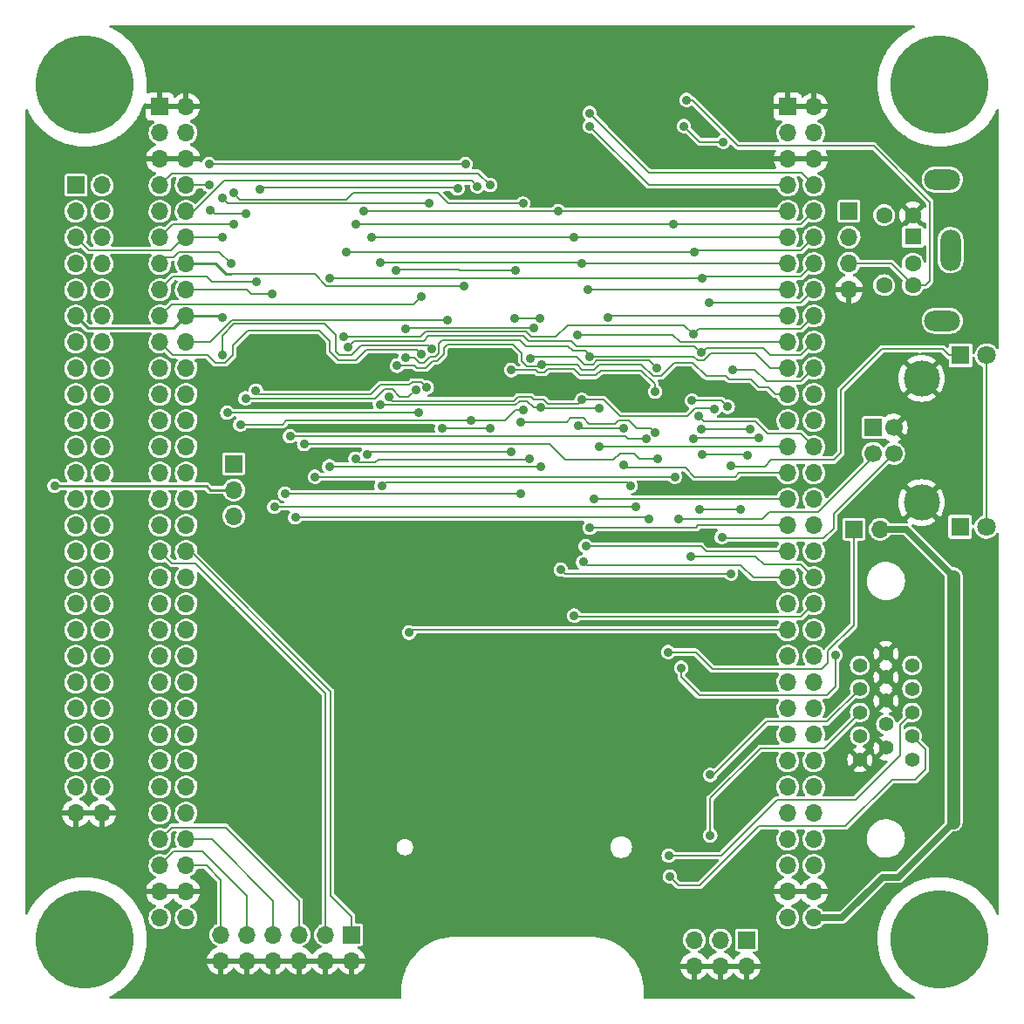
<source format=gbl>
G04 #@! TF.GenerationSoftware,KiCad,Pcbnew,(6.0.1)*
G04 #@! TF.CreationDate,2022-08-29T11:25:35-04:00*
G04 #@! TF.ProjectId,RETRO-65C816,52455452-4f2d-4363-9543-3831362e6b69,2*
G04 #@! TF.SameCoordinates,Original*
G04 #@! TF.FileFunction,Copper,L2,Bot*
G04 #@! TF.FilePolarity,Positive*
%FSLAX46Y46*%
G04 Gerber Fmt 4.6, Leading zero omitted, Abs format (unit mm)*
G04 Created by KiCad (PCBNEW (6.0.1)) date 2022-08-29 11:25:35*
%MOMM*%
%LPD*%
G01*
G04 APERTURE LIST*
G04 #@! TA.AperFunction,ComponentPad*
%ADD10C,9.525000*%
G04 #@! TD*
G04 #@! TA.AperFunction,ComponentPad*
%ADD11R,1.700000X1.700000*%
G04 #@! TD*
G04 #@! TA.AperFunction,ComponentPad*
%ADD12O,1.700000X1.700000*%
G04 #@! TD*
G04 #@! TA.AperFunction,ComponentPad*
%ADD13R,1.600000X1.600000*%
G04 #@! TD*
G04 #@! TA.AperFunction,ComponentPad*
%ADD14C,1.600000*%
G04 #@! TD*
G04 #@! TA.AperFunction,ComponentPad*
%ADD15O,2.000000X4.000000*%
G04 #@! TD*
G04 #@! TA.AperFunction,ComponentPad*
%ADD16O,3.500000X2.000000*%
G04 #@! TD*
G04 #@! TA.AperFunction,ComponentPad*
%ADD17R,1.800000X1.800000*%
G04 #@! TD*
G04 #@! TA.AperFunction,ComponentPad*
%ADD18C,1.800000*%
G04 #@! TD*
G04 #@! TA.AperFunction,ComponentPad*
%ADD19C,1.397000*%
G04 #@! TD*
G04 #@! TA.AperFunction,ComponentPad*
%ADD20C,1.700000*%
G04 #@! TD*
G04 #@! TA.AperFunction,ComponentPad*
%ADD21C,3.500000*%
G04 #@! TD*
G04 #@! TA.AperFunction,ViaPad*
%ADD22C,0.889000*%
G04 #@! TD*
G04 #@! TA.AperFunction,Conductor*
%ADD23C,0.203200*%
G04 #@! TD*
G04 #@! TA.AperFunction,Conductor*
%ADD24C,0.635000*%
G04 #@! TD*
G04 #@! TA.AperFunction,Conductor*
%ADD25C,1.270000*%
G04 #@! TD*
G04 #@! TA.AperFunction,Conductor*
%ADD26C,0.254000*%
G04 #@! TD*
G04 #@! TA.AperFunction,Conductor*
%ADD27C,0.200000*%
G04 #@! TD*
G04 #@! TA.AperFunction,Conductor*
%ADD28C,0.152400*%
G04 #@! TD*
G04 APERTURE END LIST*
D10*
X16000000Y-16000000D03*
X99000000Y-16000000D03*
X16000000Y-99000000D03*
X99000000Y-99000000D03*
D11*
X90678000Y-59182000D03*
D12*
X93218000Y-59182000D03*
D11*
X90200000Y-28300000D03*
D12*
X90200000Y-30840000D03*
X90200000Y-33380000D03*
X90200000Y-35920000D03*
D13*
X96400000Y-30800000D03*
D14*
X96400000Y-33400000D03*
X96400000Y-28700000D03*
X96400000Y-35500000D03*
X93600000Y-28700000D03*
X93600000Y-35500000D03*
D15*
X100050000Y-32100000D03*
D16*
X99250000Y-25250000D03*
X99250000Y-38950000D03*
D11*
X84250000Y-18166000D03*
D12*
X86790000Y-18166000D03*
X84250000Y-20706000D03*
X86790000Y-20706000D03*
X84250000Y-23246000D03*
X86790000Y-23246000D03*
X84250000Y-25786000D03*
X86790000Y-25786000D03*
X84250000Y-28326000D03*
X86790000Y-28326000D03*
X84250000Y-30866000D03*
X86790000Y-30866000D03*
X84250000Y-33406000D03*
X86790000Y-33406000D03*
X84250000Y-35946000D03*
X86790000Y-35946000D03*
X84250000Y-38486000D03*
X86790000Y-38486000D03*
X84250000Y-41026000D03*
X86790000Y-41026000D03*
X84250000Y-43566000D03*
X86790000Y-43566000D03*
X84250000Y-46106000D03*
X86790000Y-46106000D03*
X84250000Y-48646000D03*
X86790000Y-48646000D03*
X84250000Y-51186000D03*
X86790000Y-51186000D03*
X84250000Y-53726000D03*
X86790000Y-53726000D03*
X84250000Y-56266000D03*
X86790000Y-56266000D03*
X84250000Y-58806000D03*
X86790000Y-58806000D03*
X84250000Y-61346000D03*
X86790000Y-61346000D03*
X84250000Y-63886000D03*
X86790000Y-63886000D03*
X84250000Y-66426000D03*
X86790000Y-66426000D03*
X84250000Y-68966000D03*
X86790000Y-68966000D03*
X84250000Y-71506000D03*
X86790000Y-71506000D03*
X84250000Y-74046000D03*
X86790000Y-74046000D03*
X84250000Y-76586000D03*
X86790000Y-76586000D03*
X84250000Y-79126000D03*
X86790000Y-79126000D03*
X84250000Y-81666000D03*
X86790000Y-81666000D03*
X84250000Y-84206000D03*
X86790000Y-84206000D03*
X84250000Y-86746000D03*
X86790000Y-86746000D03*
X84250000Y-89286000D03*
X86790000Y-89286000D03*
X84250000Y-91826000D03*
X86790000Y-91826000D03*
X84250000Y-94366000D03*
X86790000Y-94366000D03*
X84250000Y-96906000D03*
X86790000Y-96906000D03*
D11*
X23310000Y-18166000D03*
D12*
X25850000Y-18166000D03*
X23310000Y-20706000D03*
X25850000Y-20706000D03*
X23310000Y-23246000D03*
X25850000Y-23246000D03*
X23310000Y-25786000D03*
X25850000Y-25786000D03*
X23310000Y-28326000D03*
X25850000Y-28326000D03*
X23310000Y-30866000D03*
X25850000Y-30866000D03*
X23310000Y-33406000D03*
X25850000Y-33406000D03*
X23310000Y-35946000D03*
X25850000Y-35946000D03*
X23310000Y-38486000D03*
X25850000Y-38486000D03*
X23310000Y-41026000D03*
X25850000Y-41026000D03*
X23310000Y-43566000D03*
X25850000Y-43566000D03*
X23310000Y-46106000D03*
X25850000Y-46106000D03*
X23310000Y-48646000D03*
X25850000Y-48646000D03*
X23310000Y-51186000D03*
X25850000Y-51186000D03*
X23310000Y-53726000D03*
X25850000Y-53726000D03*
X23310000Y-56266000D03*
X25850000Y-56266000D03*
X23310000Y-58806000D03*
X25850000Y-58806000D03*
X23310000Y-61346000D03*
X25850000Y-61346000D03*
X23310000Y-63886000D03*
X25850000Y-63886000D03*
X23310000Y-66426000D03*
X25850000Y-66426000D03*
X23310000Y-68966000D03*
X25850000Y-68966000D03*
X23310000Y-71506000D03*
X25850000Y-71506000D03*
X23310000Y-74046000D03*
X25850000Y-74046000D03*
X23310000Y-76586000D03*
X25850000Y-76586000D03*
X23310000Y-79126000D03*
X25850000Y-79126000D03*
X23310000Y-81666000D03*
X25850000Y-81666000D03*
X23310000Y-84206000D03*
X25850000Y-84206000D03*
X23310000Y-86746000D03*
X25850000Y-86746000D03*
X23310000Y-89286000D03*
X25850000Y-89286000D03*
X23310000Y-91826000D03*
X25850000Y-91826000D03*
X23310000Y-94366000D03*
X25850000Y-94366000D03*
X23310000Y-96906000D03*
X25850000Y-96906000D03*
D17*
X101015800Y-42291000D03*
D18*
X103555800Y-42291000D03*
D11*
X15140000Y-25800000D03*
D12*
X17680000Y-25800000D03*
X15140000Y-28340000D03*
X17680000Y-28340000D03*
X15140000Y-30880000D03*
X17680000Y-30880000D03*
X15140000Y-33420000D03*
X17680000Y-33420000D03*
X15140000Y-35960000D03*
X17680000Y-35960000D03*
X15140000Y-38500000D03*
X17680000Y-38500000D03*
X15140000Y-41040000D03*
X17680000Y-41040000D03*
X15140000Y-43580000D03*
X17680000Y-43580000D03*
X15140000Y-46120000D03*
X17680000Y-46120000D03*
X15140000Y-48660000D03*
X17680000Y-48660000D03*
X15140000Y-51200000D03*
X17680000Y-51200000D03*
X15140000Y-53740000D03*
X17680000Y-53740000D03*
X15140000Y-56280000D03*
X17680000Y-56280000D03*
X15140000Y-58820000D03*
X17680000Y-58820000D03*
X15140000Y-61360000D03*
X17680000Y-61360000D03*
X15140000Y-63900000D03*
X17680000Y-63900000D03*
X15140000Y-66440000D03*
X17680000Y-66440000D03*
X15140000Y-68980000D03*
X17680000Y-68980000D03*
X15140000Y-71520000D03*
X17680000Y-71520000D03*
X15140000Y-74060000D03*
X17680000Y-74060000D03*
X15140000Y-76600000D03*
X17680000Y-76600000D03*
X15140000Y-79140000D03*
X17680000Y-79140000D03*
X15140000Y-81680000D03*
X17680000Y-81680000D03*
X15140000Y-84220000D03*
X17680000Y-84220000D03*
X15140000Y-86760000D03*
X17680000Y-86760000D03*
D11*
X30480000Y-52832000D03*
D12*
X30480000Y-55372000D03*
X30480000Y-57912000D03*
D11*
X41910000Y-98552000D03*
D12*
X41910000Y-101092000D03*
X39370000Y-98552000D03*
X39370000Y-101092000D03*
X36830000Y-98552000D03*
X36830000Y-101092000D03*
X34290000Y-98552000D03*
X34290000Y-101092000D03*
X31750000Y-98552000D03*
X31750000Y-101092000D03*
X29210000Y-98552000D03*
X29210000Y-101092000D03*
D19*
X91239340Y-72397620D03*
X91239340Y-74688700D03*
X91239340Y-76974700D03*
X91239340Y-79268320D03*
X91239340Y-81556860D03*
X93779340Y-71252080D03*
X93779340Y-73543160D03*
X93779340Y-75834240D03*
X93779340Y-78122780D03*
X93779340Y-80413860D03*
X96319340Y-72397620D03*
X96319340Y-74688700D03*
X96316800Y-76977240D03*
X96319340Y-79268320D03*
X96319340Y-81556860D03*
D11*
X80249000Y-99055000D03*
D12*
X80249000Y-101595000D03*
X77709000Y-99055000D03*
X77709000Y-101595000D03*
X75169000Y-99055000D03*
X75169000Y-101595000D03*
D11*
X92532200Y-49326800D03*
D20*
X92532200Y-51826800D03*
X94532200Y-51826800D03*
X94532200Y-49326800D03*
D21*
X97242200Y-56596800D03*
X97242200Y-44556800D03*
D17*
X100990400Y-58953400D03*
D18*
X103530400Y-58953400D03*
D22*
X74422000Y-17526000D03*
X69596000Y-45464531D03*
X52959000Y-43815000D03*
X13766800Y-29667200D03*
X32410400Y-82118200D03*
X60198000Y-44958000D03*
X37973000Y-43815000D03*
X69863067Y-71875963D03*
X30226000Y-67056000D03*
X65773300Y-70586600D03*
X74676000Y-44227900D03*
X52959000Y-85826600D03*
X67564000Y-26162000D03*
X62230000Y-79502000D03*
X60452000Y-85674200D03*
X77891686Y-71714314D03*
X73660000Y-58166000D03*
X77851000Y-59944000D03*
X65024000Y-18796000D03*
X65024000Y-20066000D03*
X13081000Y-54991000D03*
X72644000Y-71120000D03*
X78740000Y-53052800D03*
X62230000Y-63119000D03*
X78740000Y-63500000D03*
X60307000Y-53104000D03*
X63516157Y-67570285D03*
X39751000Y-53086000D03*
X74821000Y-61831000D03*
X38354000Y-54102000D03*
X73279000Y-54102000D03*
X64389000Y-62370200D03*
X37312600Y-50927000D03*
X79629000Y-57277000D03*
X71658463Y-52354463D03*
X75692000Y-57277000D03*
X64643000Y-60833000D03*
X80327500Y-52006500D03*
X70739000Y-58166000D03*
X75946000Y-51934800D03*
X36449000Y-58039000D03*
X65042640Y-59055000D03*
X70485000Y-50437200D03*
X75057000Y-50437200D03*
X35941000Y-50165000D03*
X81407000Y-50292000D03*
X65448560Y-56261000D03*
X75882500Y-49466500D03*
X58293000Y-48768000D03*
X35446189Y-55739811D03*
X71383327Y-49816859D03*
X80581500Y-49466500D03*
X58293000Y-55753000D03*
X44666000Y-47130200D03*
X60299600Y-47396400D03*
X65919359Y-47402759D03*
X65938400Y-51181000D03*
X44831000Y-54991011D03*
X68987389Y-54977800D03*
X74962000Y-46704000D03*
X78431282Y-47298718D03*
X77139800Y-47498000D03*
X64274700Y-46621700D03*
X45514219Y-46381400D03*
X57404000Y-51675800D03*
X71374000Y-45847000D03*
X57404000Y-43738800D03*
X43434000Y-51943000D03*
X46317200Y-43313400D03*
X60325000Y-43218120D03*
X71501000Y-43561000D03*
X78867000Y-43688000D03*
X42291000Y-52355200D03*
X59295800Y-42586640D03*
X59182000Y-52355200D03*
X47117000Y-42531800D03*
X65024000Y-42418000D03*
X41578043Y-41516433D03*
X75819000Y-42037000D03*
X63836000Y-40304000D03*
X41148000Y-40513000D03*
X75107800Y-40277200D03*
X66802000Y-38608000D03*
X47117000Y-39751000D03*
X59563000Y-39624000D03*
X76612558Y-37157256D03*
X46228000Y-34036000D03*
X64858400Y-35941000D03*
X60207194Y-38742621D03*
X57785000Y-34036000D03*
X57777379Y-38742621D03*
X75932800Y-34798000D03*
X39751000Y-34798000D03*
X44704000Y-33274000D03*
X64248800Y-33401000D03*
X75184000Y-32258000D03*
X41402000Y-32258000D03*
X43814800Y-30861000D03*
X63500000Y-30861000D03*
X73152000Y-29591000D03*
X42291000Y-29591000D03*
X43053000Y-28321000D03*
X61976000Y-28321000D03*
X68326000Y-49403000D03*
X68326000Y-52959000D03*
X63881000Y-49149000D03*
X75565000Y-48201611D03*
X34417000Y-57023000D03*
X69469000Y-57023000D03*
X47507000Y-69224000D03*
X73914000Y-72644000D03*
X88900000Y-71374000D03*
X29337000Y-27051000D03*
X29337000Y-30861000D03*
X49403000Y-27572200D03*
X48666000Y-36601000D03*
X48387000Y-47879000D03*
X29845000Y-47879000D03*
X30226000Y-33401000D03*
X55372000Y-49403000D03*
X55372000Y-25781000D03*
X50673000Y-49416200D03*
X53517800Y-48641000D03*
X31115000Y-49022000D03*
X30480000Y-26543000D03*
X58547000Y-27572200D03*
X30480000Y-29591000D03*
X58547000Y-47625000D03*
X54102000Y-25908000D03*
X28194000Y-28194000D03*
X31623000Y-46482000D03*
X31623000Y-28575000D03*
X48133000Y-45632600D03*
X32625027Y-45733200D03*
X49206023Y-45431514D03*
X32639000Y-35179000D03*
X28067000Y-23749000D03*
X28067000Y-25781000D03*
X52959000Y-23749000D03*
X48703770Y-42199856D03*
X49657000Y-41667720D03*
X29337000Y-42291000D03*
X29337000Y-38608000D03*
X52198083Y-26123880D03*
X34163000Y-36322000D03*
X33020000Y-26162000D03*
X52832000Y-35546800D03*
X51181000Y-38862000D03*
X76724000Y-83042000D03*
X74168000Y-20066000D03*
X77978000Y-21590000D03*
X76724000Y-88909400D03*
X72694800Y-90855800D03*
X72796400Y-92887800D03*
D23*
X97596000Y-35500000D02*
X96400000Y-35500000D01*
D24*
X86790000Y-96906000D02*
X89519638Y-96906000D01*
X94996000Y-92964000D02*
X100330000Y-87630000D01*
D23*
X74972980Y-17526000D02*
X79443380Y-21996400D01*
X92608400Y-21996400D02*
X98044000Y-27432000D01*
X79443380Y-21996400D02*
X92608400Y-21996400D01*
X90200000Y-33380000D02*
X94280000Y-33380000D01*
D24*
X89519638Y-96906000D02*
X93461638Y-92964000D01*
D23*
X98044000Y-35052000D02*
X97596000Y-35500000D01*
X98044000Y-27432000D02*
X98044000Y-35052000D01*
D24*
X100330000Y-63754000D02*
X95758000Y-59182000D01*
D23*
X74422000Y-17526000D02*
X74972980Y-17526000D01*
X94280000Y-33380000D02*
X96400000Y-35500000D01*
D25*
X100330000Y-87630000D02*
X100330000Y-63754000D01*
D24*
X95758000Y-59182000D02*
X93218000Y-59182000D01*
X93461638Y-92964000D02*
X94996000Y-92964000D01*
D23*
X87234106Y-57531000D02*
X82423000Y-57531000D01*
X89458800Y-55270400D02*
X87234106Y-57531000D01*
X82423000Y-57531000D02*
X81788000Y-58166000D01*
X73660000Y-58166000D02*
X81788000Y-58166000D01*
X92902400Y-51826800D02*
X89458800Y-55270400D01*
X88696800Y-59105800D02*
X87731600Y-60071000D01*
X77978000Y-60071000D02*
X77851000Y-59944000D01*
X94532200Y-51826800D02*
X88696800Y-57662200D01*
X88696800Y-57662200D02*
X88696800Y-59105800D01*
X87731600Y-60071000D02*
X77978000Y-60071000D01*
X85565800Y-24561800D02*
X70789800Y-24561800D01*
X70789800Y-24561800D02*
X65024000Y-18796000D01*
X86790000Y-25786000D02*
X85565800Y-24561800D01*
X70744000Y-25786000D02*
X65024000Y-20066000D01*
X84250000Y-25786000D02*
X70744000Y-25786000D01*
D26*
X28194000Y-55372000D02*
X27813000Y-54991000D01*
X30480000Y-55372000D02*
X28194000Y-55372000D01*
X13081000Y-54991000D02*
X27813000Y-54991000D01*
D23*
X88150699Y-72123301D02*
X87503000Y-72771000D01*
X88150699Y-72123301D02*
X88150699Y-71014335D01*
X72644000Y-71120000D02*
X75311000Y-71120000D01*
X87503000Y-72771000D02*
X76962000Y-72771000D01*
X88150699Y-71014335D02*
X90678000Y-68487034D01*
X76962000Y-72771000D02*
X75311000Y-71120000D01*
X90678000Y-68487034D02*
X90678000Y-59182000D01*
X82651600Y-52476400D02*
X88696800Y-52476400D01*
X97076494Y-41681400D02*
X97051094Y-41706800D01*
X93345000Y-41706800D02*
X89408000Y-45643800D01*
X89408000Y-51765200D02*
X88696800Y-52476400D01*
X99912600Y-42291000D02*
X99303000Y-41681400D01*
X99303000Y-41681400D02*
X97076494Y-41681400D01*
X78740000Y-53052800D02*
X78773200Y-53086000D01*
X101015800Y-42291000D02*
X99912600Y-42291000D01*
X78740000Y-63500000D02*
X62611000Y-63500000D01*
X78773200Y-53086000D02*
X82042000Y-53086000D01*
X82042000Y-53086000D02*
X82651600Y-52476400D01*
X62611000Y-63500000D02*
X62230000Y-63119000D01*
X89408000Y-45643800D02*
X89408000Y-51765200D01*
X97051094Y-41706800D02*
X93345000Y-41706800D01*
X24464801Y-88131199D02*
X29711199Y-88131199D01*
X23310000Y-89286000D02*
X24464801Y-88131199D01*
X29711199Y-88131199D02*
X36830000Y-95250000D01*
X36830000Y-95250000D02*
X36830000Y-98552000D01*
X34290000Y-98552000D02*
X34290000Y-95250000D01*
X28326000Y-89286000D02*
X34290000Y-95250000D01*
X25850000Y-89286000D02*
X28326000Y-89286000D01*
D27*
X26294000Y-61346000D02*
X39878000Y-74930000D01*
X41910000Y-96774000D02*
X41910000Y-98552000D01*
X39878000Y-94742000D02*
X41910000Y-96774000D01*
X39878000Y-74930000D02*
X39878000Y-94742000D01*
D23*
X41980820Y-53104000D02*
X41962820Y-53086000D01*
X63636872Y-67691000D02*
X85525000Y-67691000D01*
X85525000Y-67691000D02*
X86790000Y-66426000D01*
X60307000Y-53104000D02*
X41980820Y-53104000D01*
X63636872Y-67691000D02*
X63516157Y-67570285D01*
X41962820Y-53086000D02*
X39751000Y-53086000D01*
X74821000Y-61831000D02*
X81135000Y-61831000D01*
X81915000Y-62611000D02*
X81135000Y-61831000D01*
X38354000Y-54102000D02*
X73279000Y-54102000D01*
X85515000Y-62611000D02*
X81915000Y-62611000D01*
X86790000Y-63886000D02*
X85515000Y-62611000D01*
X79756000Y-62738000D02*
X79731080Y-62713080D01*
X80904000Y-63886000D02*
X84250000Y-63886000D01*
X79756000Y-62738000D02*
X80904000Y-63886000D01*
X64731880Y-62713080D02*
X64389000Y-62370200D01*
X79731080Y-62713080D02*
X64731880Y-62713080D01*
X69880463Y-52354463D02*
X69342000Y-51816000D01*
X69880463Y-52354463D02*
X71658463Y-52354463D01*
X61087000Y-50927000D02*
X37312600Y-50927000D01*
X62611000Y-52451000D02*
X67306743Y-52451000D01*
X61087000Y-50927000D02*
X62611000Y-52451000D01*
X79629000Y-57277000D02*
X75692000Y-57277000D01*
X67941743Y-51816000D02*
X69342000Y-51816000D01*
X67306743Y-52451000D02*
X67941743Y-51816000D01*
X76332000Y-61346000D02*
X75819000Y-60833000D01*
X84250000Y-61346000D02*
X76332000Y-61346000D01*
X75819000Y-60833000D02*
X64643000Y-60833000D01*
X75946000Y-51934800D02*
X80255800Y-51934800D01*
X36449000Y-58039000D02*
X70612000Y-58039000D01*
X80255800Y-51934800D02*
X80327500Y-52006500D01*
X70612000Y-58039000D02*
X70739000Y-58166000D01*
X84250000Y-58806000D02*
X75560000Y-58806000D01*
X75560000Y-58806000D02*
X75311000Y-59055000D01*
X65042640Y-59055000D02*
X75311000Y-59055000D01*
X81407000Y-50292000D02*
X75202200Y-50292000D01*
X75202200Y-50292000D02*
X75057000Y-50437200D01*
X35941000Y-50165000D02*
X68453000Y-50165000D01*
X70485000Y-50437200D02*
X68725200Y-50437200D01*
X68725200Y-50437200D02*
X68453000Y-50165000D01*
D28*
X66915800Y-56261000D02*
X76962000Y-56261000D01*
D23*
X66920800Y-56266000D02*
X66915800Y-56261000D01*
X84250000Y-56266000D02*
X68321000Y-56266000D01*
X65448560Y-56261000D02*
X67427000Y-56261000D01*
X67432000Y-56266000D02*
X66920800Y-56266000D01*
X68321000Y-56266000D02*
X67432000Y-56266000D01*
X76967000Y-56266000D02*
X84250000Y-56266000D01*
X67427000Y-56261000D02*
X67432000Y-56266000D01*
D28*
X76962000Y-56261000D02*
X76967000Y-56266000D01*
D23*
X68847189Y-48654189D02*
X69596000Y-49403000D01*
X64973200Y-48971200D02*
X67513200Y-48971200D01*
X54864000Y-55753000D02*
X54850811Y-55739811D01*
X67830211Y-48654189D02*
X68847189Y-48654189D01*
X64389000Y-48387000D02*
X64973200Y-48971200D01*
X54850811Y-55739811D02*
X35446189Y-55739811D01*
X69596000Y-49403000D02*
X70969468Y-49403000D01*
X58293000Y-48768000D02*
X62788800Y-48768000D01*
X58293000Y-55753000D02*
X54864000Y-55753000D01*
X63169800Y-48387000D02*
X64389000Y-48387000D01*
X70969468Y-49403000D02*
X71383327Y-49816859D01*
X67513200Y-48971200D02*
X67830211Y-48654189D01*
X62788800Y-48768000D02*
X63169800Y-48387000D01*
X75882500Y-49466500D02*
X80581500Y-49466500D01*
X67551719Y-51186000D02*
X84250000Y-51186000D01*
X58216800Y-46736000D02*
X58928000Y-46736000D01*
X67551719Y-51186000D02*
X67532241Y-51166522D01*
X67532241Y-51166522D02*
X67517763Y-51181000D01*
X67517763Y-51181000D02*
X65938400Y-51181000D01*
X60305959Y-47402759D02*
X65919359Y-47402759D01*
X60305959Y-47402759D02*
X60299600Y-47396400D01*
X58928000Y-46736000D02*
X59588400Y-47396400D01*
X57822600Y-47130200D02*
X58216800Y-46736000D01*
X44666000Y-47130200D02*
X57822600Y-47130200D01*
X59588400Y-47396400D02*
X60299600Y-47396400D01*
X68987389Y-54977800D02*
X68644509Y-54634920D01*
X74962000Y-46704000D02*
X77836564Y-46704000D01*
X77836564Y-46704000D02*
X78431282Y-47298718D01*
X45187080Y-54634920D02*
X44831000Y-54991000D01*
X44831000Y-54991000D02*
X44831000Y-54991011D01*
X68644509Y-54634920D02*
X45187080Y-54634920D01*
X67995800Y-48234600D02*
X74473031Y-48234600D01*
X58048663Y-46330080D02*
X59334880Y-46330080D01*
X66382900Y-46621700D02*
X67995800Y-48234600D01*
X75254831Y-47452800D02*
X77094600Y-47452800D01*
X59592310Y-46587510D02*
X60549690Y-46587510D01*
X57654462Y-46724280D02*
X58048663Y-46330080D01*
X60549690Y-46587510D02*
X60959019Y-46996839D01*
X60959019Y-46996839D02*
X63899561Y-46996839D01*
X63899561Y-46996839D02*
X64274700Y-46621700D01*
X74473031Y-48234600D02*
X75254831Y-47452800D01*
X45514219Y-46381400D02*
X45857099Y-46724280D01*
X64274700Y-46621700D02*
X66382900Y-46621700D01*
X59334880Y-46330080D02*
X59592310Y-46587510D01*
X45857099Y-46724280D02*
X57654462Y-46724280D01*
X77094600Y-47452800D02*
X77139800Y-47498000D01*
X63474818Y-43624040D02*
X60978060Y-43624040D01*
X66090800Y-43789600D02*
X65627589Y-44252811D01*
X71374000Y-45110400D02*
X70053200Y-43789600D01*
X60635169Y-43966931D02*
X60014831Y-43966931D01*
X60014831Y-43966931D02*
X59789271Y-43741371D01*
X65627589Y-44252811D02*
X64103589Y-44252811D01*
X70053200Y-43789600D02*
X66090800Y-43789600D01*
X57406571Y-43741371D02*
X57404000Y-43738800D01*
X64103589Y-44252811D02*
X63474818Y-43624040D01*
X43701200Y-51675800D02*
X43434000Y-51943000D01*
X71374000Y-45847000D02*
X71374000Y-45110400D01*
X57404000Y-51675800D02*
X43701200Y-51675800D01*
X60978060Y-43624040D02*
X60635169Y-43966931D01*
X57406571Y-43741371D02*
X59789271Y-43741371D01*
X65430400Y-43688000D02*
X64262000Y-43688000D01*
X84250000Y-46106000D02*
X83063000Y-46106000D01*
X57605280Y-41247680D02*
X58455049Y-42097449D01*
X75032560Y-43027600D02*
X73253600Y-43027600D01*
X49098200Y-43561000D02*
X49820674Y-42838526D01*
X71183011Y-44309811D02*
X70052240Y-43179040D01*
X80670400Y-44627800D02*
X81457800Y-45415200D01*
X58455049Y-42865551D02*
X58924949Y-43335451D01*
X78536800Y-44627800D02*
X80670400Y-44627800D01*
X78256920Y-44347920D02*
X76352880Y-44347920D01*
X78536800Y-44627800D02*
X78256920Y-44347920D01*
X82372200Y-45415200D02*
X81457800Y-45415200D01*
X48285400Y-43561000D02*
X49098200Y-43561000D01*
X49820674Y-42838526D02*
X50227074Y-42838526D01*
X65939360Y-43179040D02*
X65430400Y-43688000D01*
X71971389Y-44309811D02*
X71183011Y-44309811D01*
X70052240Y-43179040D02*
X65939360Y-43179040D01*
X46317200Y-43313400D02*
X48037800Y-43313400D01*
X48037800Y-43313400D02*
X48285400Y-43561000D01*
X60207669Y-43335451D02*
X60325000Y-43218120D01*
X63792120Y-43218120D02*
X60325000Y-43218120D01*
X58924949Y-43335451D02*
X60207669Y-43335451D01*
X73253600Y-43027600D02*
X71971389Y-44309811D01*
X50876200Y-42189400D02*
X50876200Y-41605200D01*
X50227074Y-42838526D02*
X50876200Y-42189400D01*
X76352880Y-44347920D02*
X75032560Y-43027600D01*
X51233720Y-41247680D02*
X57605280Y-41247680D01*
X64262000Y-43688000D02*
X63792120Y-43218120D01*
X50876200Y-41605200D02*
X51233720Y-41247680D01*
X58455049Y-42097449D02*
X58455049Y-42865551D01*
X83063000Y-46106000D02*
X82372200Y-45415200D01*
D28*
X65328800Y-43180000D02*
X65710280Y-42798520D01*
X85525000Y-44831000D02*
X82194400Y-44831000D01*
X64516000Y-43180000D02*
X65328800Y-43180000D01*
X86790000Y-43566000D02*
X85525000Y-44831000D01*
X59464440Y-42418000D02*
X63754000Y-42418000D01*
X59182000Y-52355200D02*
X59137989Y-52399211D01*
X59295800Y-42586640D02*
X59464440Y-42418000D01*
X44214480Y-52723480D02*
X42659280Y-52723480D01*
X78867000Y-43688000D02*
X81051400Y-43688000D01*
X63754000Y-42418000D02*
X64516000Y-43180000D01*
X65710280Y-42798520D02*
X70738520Y-42798520D01*
X44538749Y-52399211D02*
X44214480Y-52723480D01*
X59137989Y-52399211D02*
X44538749Y-52399211D01*
X42659280Y-52723480D02*
X42291000Y-52355200D01*
X81051400Y-43688000D02*
X82194400Y-44831000D01*
X70738520Y-42798520D02*
X71501000Y-43561000D01*
D23*
X84250000Y-43566000D02*
X82545000Y-43566000D01*
X58240760Y-40841760D02*
X58801000Y-41402000D01*
X58801000Y-41402000D02*
X62933120Y-41402000D01*
X76129169Y-42785811D02*
X75501011Y-42785811D01*
X65024000Y-42291000D02*
X65024000Y-42418000D01*
X62933120Y-41402000D02*
X63368960Y-41837840D01*
X81092200Y-42113200D02*
X76801780Y-42113200D01*
X48918940Y-43043666D02*
X49530000Y-42432606D01*
X50405811Y-41160211D02*
X50724262Y-40841760D01*
X63368960Y-41837840D02*
X64570840Y-41837840D01*
X64570840Y-41837840D02*
X65024000Y-42291000D01*
X50724262Y-40841760D02*
X58240760Y-40841760D01*
X48488600Y-43043666D02*
X48918940Y-43043666D01*
X49530000Y-42432606D02*
X50052606Y-42432606D01*
X47117000Y-42531800D02*
X47976734Y-42531800D01*
X75133200Y-42418000D02*
X65024000Y-42418000D01*
X76801780Y-42113200D02*
X76129169Y-42785811D01*
X47976734Y-42531800D02*
X48488600Y-43043666D01*
X82545000Y-43566000D02*
X81092200Y-42113200D01*
X50052606Y-42432606D02*
X50405811Y-42079401D01*
X75501011Y-42785811D02*
X75133200Y-42418000D01*
X50405811Y-42079401D02*
X50405811Y-41160211D01*
X59106280Y-40918920D02*
X63211080Y-40918920D01*
X48895480Y-40918920D02*
X49378560Y-40435840D01*
X58623200Y-40435840D02*
X59106280Y-40918920D01*
X63724080Y-41431920D02*
X75213920Y-41431920D01*
X75213920Y-41431920D02*
X75819000Y-42037000D01*
X82575400Y-42316400D02*
X81864200Y-41605200D01*
X49378560Y-40435840D02*
X58623200Y-40435840D01*
X41578043Y-41516433D02*
X42175556Y-40918920D01*
X86790000Y-41026000D02*
X85499600Y-42316400D01*
X75971400Y-42037000D02*
X76403200Y-41605200D01*
X76403200Y-41605200D02*
X81864200Y-41605200D01*
X63211080Y-40918920D02*
X63724080Y-41431920D01*
X75819000Y-42037000D02*
X75971400Y-42037000D01*
X42175556Y-40918920D02*
X48895480Y-40918920D01*
X85499600Y-42316400D02*
X82575400Y-42316400D01*
X73792000Y-41026000D02*
X84250000Y-41026000D01*
X73070000Y-40304000D02*
X73792000Y-41026000D01*
X63836000Y-40304000D02*
X73070000Y-40304000D01*
X49073280Y-40029920D02*
X58851320Y-40029920D01*
X62865000Y-39370000D02*
X74200600Y-39370000D01*
X74200600Y-39370000D02*
X75107800Y-40277200D01*
X75634000Y-39751000D02*
X85525000Y-39751000D01*
X59334400Y-40513000D02*
X61722000Y-40513000D01*
X41148000Y-40513000D02*
X48590200Y-40513000D01*
X75634000Y-39751000D02*
X75107800Y-40277200D01*
X48590200Y-40513000D02*
X49073280Y-40029920D01*
X61722000Y-40513000D02*
X62865000Y-39370000D01*
X86790000Y-38486000D02*
X85525000Y-39751000D01*
X58851320Y-40029920D02*
X59334400Y-40513000D01*
D28*
X66924000Y-38486000D02*
X66802000Y-38608000D01*
D23*
X47244000Y-39624000D02*
X47117000Y-39751000D01*
D28*
X84250000Y-38486000D02*
X66924000Y-38486000D01*
D23*
X59563000Y-39624000D02*
X47244000Y-39624000D01*
X85550400Y-37185600D02*
X76640902Y-37185600D01*
X76640902Y-37185600D02*
X76612558Y-37157256D01*
X86790000Y-35946000D02*
X85550400Y-37185600D01*
D28*
X84250000Y-35946000D02*
X68077000Y-35946000D01*
X68072000Y-35941000D02*
X68077000Y-35946000D01*
X46266600Y-33997400D02*
X46228000Y-34036000D01*
X60207194Y-38742621D02*
X57777379Y-38742621D01*
X52362600Y-34036000D02*
X52324000Y-33997400D01*
X57785000Y-34036000D02*
X52362600Y-34036000D01*
X52324000Y-33997400D02*
X46266600Y-33997400D01*
X64858400Y-35941000D02*
X68072000Y-35941000D01*
D23*
X85525000Y-34671000D02*
X76059800Y-34671000D01*
X86790000Y-33406000D02*
X85525000Y-34671000D01*
X76059800Y-34671000D02*
X75932800Y-34798000D01*
X75932800Y-34798000D02*
X39751000Y-34798000D01*
D28*
X64248800Y-33401000D02*
X67300000Y-33401000D01*
X44704000Y-33274000D02*
X64121800Y-33274000D01*
X64121800Y-33274000D02*
X64248800Y-33401000D01*
X84250000Y-33406000D02*
X67305000Y-33406000D01*
X67300000Y-33401000D02*
X67305000Y-33406000D01*
D23*
X85525000Y-32131000D02*
X75311000Y-32131000D01*
X75184000Y-32258000D02*
X41402000Y-32258000D01*
X75311000Y-32131000D02*
X75184000Y-32258000D01*
X86790000Y-30866000D02*
X85525000Y-32131000D01*
X63500000Y-30861000D02*
X43814800Y-30861000D01*
X63505000Y-30866000D02*
X63500000Y-30861000D01*
X84250000Y-30866000D02*
X63505000Y-30866000D01*
X42291000Y-29591000D02*
X85525000Y-29591000D01*
X85525000Y-29591000D02*
X86790000Y-28326000D01*
X61976000Y-28321000D02*
X43053000Y-28321000D01*
X61981000Y-28326000D02*
X61976000Y-28321000D01*
X84250000Y-28326000D02*
X61981000Y-28326000D01*
X79121000Y-54102000D02*
X75184000Y-54102000D01*
X68326000Y-49403000D02*
X64135000Y-49403000D01*
X74295000Y-53213000D02*
X68453000Y-53213000D01*
X84250000Y-53726000D02*
X79497000Y-53726000D01*
X64135000Y-49403000D02*
X63881000Y-49149000D01*
X79497000Y-53726000D02*
X79121000Y-54102000D01*
X68326000Y-53086000D02*
X68326000Y-52959000D01*
X75184000Y-54102000D02*
X74295000Y-53213000D01*
X68453000Y-53213000D02*
X68326000Y-53086000D01*
X34417000Y-57023000D02*
X69469000Y-57023000D01*
X76081078Y-48717689D02*
X75565000Y-48201611D01*
X85515000Y-49911000D02*
X82321400Y-49911000D01*
X86790000Y-51186000D02*
X85515000Y-49911000D01*
X81128089Y-48717689D02*
X76081078Y-48717689D01*
X82321400Y-49911000D02*
X81128089Y-48717689D01*
X24654801Y-90440801D02*
X27448801Y-90440801D01*
X24654801Y-90481199D02*
X23310000Y-91826000D01*
X31750000Y-98552000D02*
X31750000Y-94742000D01*
X27448801Y-90440801D02*
X31750000Y-94742000D01*
X24654801Y-90440801D02*
X24654801Y-90481199D01*
X25850000Y-91826000D02*
X27818000Y-91826000D01*
X29210000Y-93218000D02*
X29210000Y-98552000D01*
X27818000Y-91826000D02*
X29210000Y-93218000D01*
X47765000Y-68966000D02*
X84250000Y-68966000D01*
X47765000Y-68966000D02*
X47507000Y-69224000D01*
X103530400Y-58953400D02*
X103530400Y-42316400D01*
X88900000Y-74447400D02*
X88036400Y-75311000D01*
X73914000Y-73558400D02*
X73914000Y-72644000D01*
X88036400Y-75311000D02*
X75666600Y-75311000D01*
X88900000Y-71374000D02*
X88900000Y-74447400D01*
X75666600Y-75311000D02*
X73914000Y-73558400D01*
D27*
X26725428Y-62498711D02*
X24462711Y-62498711D01*
X39370000Y-98552000D02*
X39370000Y-75143283D01*
X24462711Y-62498711D02*
X23310000Y-61346000D01*
X39370000Y-75143283D02*
X26725428Y-62498711D01*
D23*
X16415920Y-32106080D02*
X24408920Y-32106080D01*
X24408920Y-32106080D02*
X25649000Y-30866000D01*
X49403000Y-27572200D02*
X49402989Y-27572189D01*
X15140000Y-30880000D02*
X16391000Y-32131000D01*
X16391000Y-32131000D02*
X16415920Y-32106080D01*
X29858189Y-27572189D02*
X29337000Y-27051000D01*
X29337000Y-30861000D02*
X29332000Y-30866000D01*
X29332000Y-30866000D02*
X25850000Y-30866000D01*
X49402989Y-27572189D02*
X29858189Y-27572189D01*
X47935311Y-37331689D02*
X48666000Y-36601000D01*
X24464311Y-37331689D02*
X47935311Y-37331689D01*
X24464311Y-37331689D02*
X23310000Y-38486000D01*
X25139689Y-32264311D02*
X24638000Y-32766000D01*
X25139689Y-32251689D02*
X29076689Y-32251689D01*
X48387000Y-47879000D02*
X29845000Y-47879000D01*
X29076689Y-32251689D02*
X30226000Y-33401000D01*
X23950000Y-32766000D02*
X24638000Y-32766000D01*
X23310000Y-33406000D02*
X23950000Y-32766000D01*
X25139689Y-32251689D02*
X25139689Y-32264311D01*
X50673000Y-49416200D02*
X55358800Y-49416200D01*
X24464311Y-24631689D02*
X23310000Y-25786000D01*
X54222689Y-24631689D02*
X55372000Y-25781000D01*
X24464311Y-24631689D02*
X54222689Y-24631689D01*
X55358800Y-49416200D02*
X55372000Y-49403000D01*
X50292000Y-26543000D02*
X51321200Y-27572200D01*
X24585000Y-29591000D02*
X23310000Y-30866000D01*
X57785000Y-47625000D02*
X58547000Y-47625000D01*
X41413731Y-27166269D02*
X42037000Y-26543000D01*
X35585400Y-48641000D02*
X56769000Y-48641000D01*
X30480000Y-26543000D02*
X31103269Y-27166269D01*
X35204400Y-49022000D02*
X35585400Y-48641000D01*
X30480000Y-29591000D02*
X24585000Y-29591000D01*
X31115000Y-49022000D02*
X35204400Y-49022000D01*
X42037000Y-26543000D02*
X50292000Y-26543000D01*
X31103269Y-27166269D02*
X41413731Y-27166269D01*
X56769000Y-48641000D02*
X57785000Y-47625000D01*
X51321200Y-27572200D02*
X58547000Y-27572200D01*
X29531900Y-25375080D02*
X53569080Y-25375080D01*
X26580980Y-28326000D02*
X29531900Y-25375080D01*
X53569080Y-25375080D02*
X54102000Y-25908000D01*
X46572360Y-46318360D02*
X47447240Y-46318360D01*
X45085000Y-45593000D02*
X45847000Y-45593000D01*
X28575000Y-28575000D02*
X28194000Y-28194000D01*
X45847000Y-45593000D02*
X46572360Y-46318360D01*
X31623000Y-46482000D02*
X44196000Y-46482000D01*
X44196000Y-46482000D02*
X45085000Y-45593000D01*
X31623000Y-28575000D02*
X28575000Y-28575000D01*
X47447240Y-46318360D02*
X48133000Y-45632600D01*
X32967907Y-46076080D02*
X32625027Y-45733200D01*
X28321000Y-35179000D02*
X27813000Y-34671000D01*
X24585000Y-34671000D02*
X23310000Y-35946000D01*
X43789120Y-46076080D02*
X44678120Y-45187080D01*
X44678120Y-45187080D02*
X47519540Y-45187080D01*
X32967907Y-46076080D02*
X43789120Y-46076080D01*
X47822831Y-44883789D02*
X48658298Y-44883789D01*
X32639000Y-35179000D02*
X28321000Y-35179000D01*
X48658298Y-44883789D02*
X49206023Y-45431514D01*
X27813000Y-34671000D02*
X24585000Y-34671000D01*
X47519540Y-45187080D02*
X47822831Y-44883789D01*
X28062000Y-25786000D02*
X28067000Y-25781000D01*
X25850000Y-25786000D02*
X28062000Y-25786000D01*
X28067000Y-23749000D02*
X52959000Y-23749000D01*
X30378400Y-41351200D02*
X31851600Y-39878000D01*
X43307000Y-41783000D02*
X48286914Y-41783000D01*
X38760400Y-39878000D02*
X39768771Y-40886371D01*
X31851600Y-39878000D02*
X38760400Y-39878000D01*
X39768771Y-41917629D02*
X40624742Y-42773600D01*
X28688811Y-43039811D02*
X29647169Y-43039811D01*
X29647169Y-43039811D02*
X30378400Y-42308580D01*
X42316400Y-42773600D02*
X43307000Y-41783000D01*
X27940000Y-42291000D02*
X28688811Y-43039811D01*
X24575000Y-42291000D02*
X27940000Y-42291000D01*
X40624742Y-42773600D02*
X42316400Y-42773600D01*
X48286914Y-41783000D02*
X48703770Y-42199856D01*
X30378400Y-42308580D02*
X30378400Y-41351200D01*
X39768771Y-40886371D02*
X39768771Y-41917629D01*
X23310000Y-41026000D02*
X24575000Y-42291000D01*
D26*
X24670289Y-39665711D02*
X22821347Y-39665711D01*
X16319711Y-39679711D02*
X15140000Y-38500000D01*
D23*
X29337000Y-40426658D02*
X29337000Y-42291000D01*
X49314120Y-41324840D02*
X42850760Y-41324840D01*
D26*
X22821347Y-39665711D02*
X22807347Y-39679711D01*
D23*
X41884600Y-42291000D02*
X40716200Y-42291000D01*
X49657000Y-41667720D02*
X49314120Y-41324840D01*
X39318720Y-39267920D02*
X30495738Y-39267920D01*
X42850760Y-41324840D02*
X41884600Y-42291000D01*
X40360600Y-41935400D02*
X40360600Y-40309800D01*
X30495738Y-39267920D02*
X29337000Y-40426658D01*
X40716200Y-42291000D02*
X40360600Y-41935400D01*
X40360600Y-40309800D02*
X39318720Y-39267920D01*
D26*
X29215000Y-38486000D02*
X29337000Y-38608000D01*
X25850000Y-38486000D02*
X29215000Y-38486000D01*
X22807347Y-39679711D02*
X16319711Y-39679711D01*
X25850000Y-38486000D02*
X24670289Y-39665711D01*
D23*
X52109203Y-26035000D02*
X33020000Y-26035000D01*
X52198083Y-26123880D02*
X52109203Y-26035000D01*
X33020000Y-26035000D02*
X33020000Y-26162000D01*
X31755000Y-35946000D02*
X32131000Y-36322000D01*
X34163000Y-36322000D02*
X32131000Y-36322000D01*
X25850000Y-35946000D02*
X31755000Y-35946000D01*
X38311020Y-34417000D02*
X30226000Y-34417000D01*
X52832000Y-35546800D02*
X39440820Y-35546800D01*
X39440820Y-35546800D02*
X38311020Y-34417000D01*
D26*
X29718000Y-34417000D02*
X30226000Y-34417000D01*
X28326000Y-33406000D02*
X28453000Y-33406000D01*
X28453000Y-33406000D02*
X28707000Y-33406000D01*
X28707000Y-33406000D02*
X29718000Y-34417000D01*
X25850000Y-33406000D02*
X28326000Y-33406000D01*
D23*
X28163600Y-41026000D02*
X30327600Y-38862000D01*
X30327600Y-38862000D02*
X51181000Y-38862000D01*
X25850000Y-41026000D02*
X28163600Y-41026000D01*
X88051640Y-77876400D02*
X82169000Y-77876400D01*
X91239340Y-74688700D02*
X88051640Y-77876400D01*
X77003400Y-83042000D02*
X76724000Y-83042000D01*
X82169000Y-77876400D02*
X77003400Y-83042000D01*
X75692000Y-21590000D02*
X74168000Y-20066000D01*
X77978000Y-21590000D02*
X75692000Y-21590000D01*
X81584800Y-80441800D02*
X76724000Y-85302600D01*
X87772240Y-80441800D02*
X81584800Y-80441800D01*
X91239340Y-76974700D02*
X87772240Y-80441800D01*
X76724000Y-85302600D02*
X76724000Y-88909400D01*
X95123000Y-81153000D02*
X90805000Y-85471000D01*
X96316800Y-76977240D02*
X95123000Y-78171040D01*
X90805000Y-85471000D02*
X83185000Y-85471000D01*
X95123000Y-78171040D02*
X95123000Y-81153000D01*
X83185000Y-85471000D02*
X77800200Y-90855800D01*
X77800200Y-90855800D02*
X72694800Y-90855800D01*
X97637600Y-82473800D02*
X96621600Y-83489800D01*
X96319340Y-79268320D02*
X97637600Y-80586580D01*
X89865200Y-88011000D02*
X81457800Y-88011000D01*
X81457800Y-88011000D02*
X75717400Y-93751400D01*
X97637600Y-80586580D02*
X97637600Y-82473800D01*
X94386400Y-83489800D02*
X96621600Y-83489800D01*
X75717400Y-93751400D02*
X73660000Y-93751400D01*
X89865200Y-88011000D02*
X94386400Y-83489800D01*
X73660000Y-93751400D02*
X72796400Y-92887800D01*
G04 #@! TA.AperFunction,Conductor*
G36*
X96543234Y-10274002D02*
G01*
X96589727Y-10327658D01*
X96599831Y-10397932D01*
X96570337Y-10462512D01*
X96523737Y-10496240D01*
X96450611Y-10526829D01*
X96450602Y-10526833D01*
X96448274Y-10527807D01*
X96017630Y-10750079D01*
X95606198Y-11006173D01*
X95216631Y-11294438D01*
X95214735Y-11296092D01*
X95214730Y-11296096D01*
X95170920Y-11334314D01*
X94851436Y-11613017D01*
X94512968Y-11959858D01*
X94203406Y-12332727D01*
X94201953Y-12334794D01*
X94201951Y-12334797D01*
X93926195Y-12727158D01*
X93926188Y-12727168D01*
X93924745Y-12729222D01*
X93678781Y-13146787D01*
X93677677Y-13149060D01*
X93677673Y-13149068D01*
X93468203Y-13580453D01*
X93468198Y-13580465D01*
X93467096Y-13582734D01*
X93291056Y-14034253D01*
X93151795Y-14498436D01*
X93151269Y-14500887D01*
X93151267Y-14500897D01*
X93128439Y-14607380D01*
X93050209Y-14972293D01*
X92986953Y-15452770D01*
X92986826Y-15455284D01*
X92986825Y-15455291D01*
X92982924Y-15532311D01*
X92962434Y-15936772D01*
X92976811Y-16421182D01*
X93029991Y-16902879D01*
X93030470Y-16905364D01*
X93030470Y-16905367D01*
X93103196Y-17283026D01*
X93121631Y-17378759D01*
X93251141Y-17845757D01*
X93279417Y-17923025D01*
X93416816Y-18298488D01*
X93416821Y-18298499D01*
X93417686Y-18300864D01*
X93418741Y-18303158D01*
X93418744Y-18303165D01*
X93568170Y-18628040D01*
X93620194Y-18741148D01*
X93857360Y-19163773D01*
X93858774Y-19165877D01*
X94125869Y-19563355D01*
X94127657Y-19566016D01*
X94429342Y-19945286D01*
X94431065Y-19947128D01*
X94431070Y-19947133D01*
X94649844Y-20180920D01*
X94760472Y-20299140D01*
X94770744Y-20308487D01*
X95117035Y-20623587D01*
X95117044Y-20623595D01*
X95118915Y-20625297D01*
X95502360Y-20921658D01*
X95504464Y-20923030D01*
X95504466Y-20923031D01*
X95545969Y-20950086D01*
X95908338Y-21186311D01*
X95910561Y-21187518D01*
X95910566Y-21187521D01*
X96035530Y-21255371D01*
X96334233Y-21417554D01*
X96777302Y-21613895D01*
X96779666Y-21614723D01*
X96779679Y-21614728D01*
X97157330Y-21746979D01*
X97234690Y-21774070D01*
X97703450Y-21897047D01*
X98180563Y-21982033D01*
X98183069Y-21982274D01*
X98183074Y-21982275D01*
X98366041Y-21999892D01*
X98662956Y-22028482D01*
X98665491Y-22028522D01*
X98665494Y-22028522D01*
X98818771Y-22030930D01*
X99147519Y-22036095D01*
X99150038Y-22035932D01*
X99150042Y-22035932D01*
X99628598Y-22004985D01*
X99628601Y-22004985D01*
X99631132Y-22004821D01*
X99633635Y-22004456D01*
X99633643Y-22004455D01*
X99837773Y-21974675D01*
X100110679Y-21934862D01*
X100583071Y-21826670D01*
X101045265Y-21680941D01*
X101054513Y-21677186D01*
X101491950Y-21499561D01*
X101491952Y-21499560D01*
X101494282Y-21498614D01*
X101831064Y-21329231D01*
X101924983Y-21281995D01*
X101924990Y-21281991D01*
X101927231Y-21280864D01*
X102341321Y-21029093D01*
X102343355Y-21027621D01*
X102343362Y-21027616D01*
X102731832Y-20746410D01*
X102731834Y-20746408D01*
X102733886Y-20744923D01*
X103102397Y-20430185D01*
X103444478Y-20086907D01*
X103458714Y-20070121D01*
X103756296Y-19719226D01*
X103756302Y-19719218D01*
X103757928Y-19717301D01*
X103764773Y-19707776D01*
X103977173Y-19412188D01*
X104040725Y-19323746D01*
X104291049Y-18908779D01*
X104309377Y-18872020D01*
X104506161Y-18477331D01*
X104507238Y-18475171D01*
X104555534Y-18423132D01*
X104624297Y-18405465D01*
X104691696Y-18427779D01*
X104736332Y-18482989D01*
X104746000Y-18531392D01*
X104746000Y-41575857D01*
X104725998Y-41643978D01*
X104672342Y-41690471D01*
X104602068Y-41700575D01*
X104537488Y-41671081D01*
X104519042Y-41651246D01*
X104514359Y-41644974D01*
X104463072Y-41576293D01*
X104420889Y-41519803D01*
X104420888Y-41519802D01*
X104417436Y-41515179D01*
X104413200Y-41511263D01*
X104265866Y-41375069D01*
X104265863Y-41375067D01*
X104261626Y-41371150D01*
X104082177Y-41257926D01*
X103885100Y-41179300D01*
X103879443Y-41178175D01*
X103879437Y-41178173D01*
X103682663Y-41139033D01*
X103682659Y-41139033D01*
X103676995Y-41137906D01*
X103671220Y-41137830D01*
X103671216Y-41137830D01*
X103564604Y-41136434D01*
X103464831Y-41135128D01*
X103459134Y-41136107D01*
X103459133Y-41136107D01*
X103267154Y-41169095D01*
X103255713Y-41171061D01*
X103056646Y-41244501D01*
X103051685Y-41247453D01*
X103051684Y-41247453D01*
X102879263Y-41350032D01*
X102879260Y-41350034D01*
X102874295Y-41352988D01*
X102869955Y-41356794D01*
X102869951Y-41356797D01*
X102750224Y-41461796D01*
X102714768Y-41492890D01*
X102711193Y-41497425D01*
X102711192Y-41497426D01*
X102589930Y-41651246D01*
X102583407Y-41659520D01*
X102484612Y-41847299D01*
X102468868Y-41898002D01*
X102429683Y-42024201D01*
X102421691Y-42049938D01*
X102421012Y-42055675D01*
X102419811Y-42061325D01*
X102417714Y-42060879D01*
X102393543Y-42117486D01*
X102334788Y-42157341D01*
X102263814Y-42159104D01*
X102203153Y-42122216D01*
X102172065Y-42058387D01*
X102170299Y-42037364D01*
X102170299Y-41365934D01*
X102162899Y-41328730D01*
X102157956Y-41303874D01*
X102157955Y-41303872D01*
X102155534Y-41291699D01*
X102144390Y-41275020D01*
X102106177Y-41217832D01*
X102099284Y-41207516D01*
X102015101Y-41151266D01*
X101940867Y-41136500D01*
X101015950Y-41136500D01*
X100090734Y-41136501D01*
X100054982Y-41143612D01*
X100028674Y-41148844D01*
X100028672Y-41148845D01*
X100016499Y-41151266D01*
X100006179Y-41158161D01*
X100006178Y-41158162D01*
X99951861Y-41194456D01*
X99932316Y-41207516D01*
X99876066Y-41291699D01*
X99861300Y-41365933D01*
X99861300Y-41431907D01*
X99841298Y-41500028D01*
X99787642Y-41546521D01*
X99717368Y-41556625D01*
X99652788Y-41527131D01*
X99646205Y-41521002D01*
X99591167Y-41465964D01*
X99578494Y-41450274D01*
X99575674Y-41447175D01*
X99570025Y-41438426D01*
X99545633Y-41419197D01*
X99541603Y-41415616D01*
X99541520Y-41415714D01*
X99537563Y-41412361D01*
X99533882Y-41408680D01*
X99529648Y-41405654D01*
X99519289Y-41398251D01*
X99514544Y-41394688D01*
X99485105Y-41371480D01*
X99485103Y-41371479D01*
X99476925Y-41365032D01*
X99468820Y-41362186D01*
X99461829Y-41357190D01*
X99415938Y-41343466D01*
X99410293Y-41341632D01*
X99372553Y-41328379D01*
X99372550Y-41328378D01*
X99365071Y-41325752D01*
X99359852Y-41325300D01*
X99357141Y-41325300D01*
X99354864Y-41325202D01*
X99354415Y-41325067D01*
X99354417Y-41325013D01*
X99354184Y-41324998D01*
X99348248Y-41323223D01*
X99298385Y-41325182D01*
X99297850Y-41325203D01*
X99292904Y-41325300D01*
X97127922Y-41325300D01*
X97107873Y-41323166D01*
X97103683Y-41322968D01*
X97093501Y-41320776D01*
X97083160Y-41322000D01*
X97062656Y-41324427D01*
X97057279Y-41324744D01*
X97057290Y-41324872D01*
X97052114Y-41325300D01*
X97046910Y-41325300D01*
X97035542Y-41327192D01*
X97029244Y-41328240D01*
X97023369Y-41329076D01*
X96986118Y-41333485D01*
X96986110Y-41333487D01*
X96975772Y-41334711D01*
X96968029Y-41338429D01*
X96959552Y-41339840D01*
X96951599Y-41344131D01*
X96912139Y-41350700D01*
X93396432Y-41350700D01*
X93376371Y-41348565D01*
X93372187Y-41348368D01*
X93362007Y-41346176D01*
X93331160Y-41349827D01*
X93325785Y-41350144D01*
X93325796Y-41350272D01*
X93320618Y-41350700D01*
X93315416Y-41350700D01*
X93304081Y-41352587D01*
X93297757Y-41353639D01*
X93291885Y-41354474D01*
X93254626Y-41358884D01*
X93254619Y-41358886D01*
X93244278Y-41360110D01*
X93236532Y-41363830D01*
X93228058Y-41365240D01*
X93195193Y-41382973D01*
X93185891Y-41387992D01*
X93180604Y-41390685D01*
X93144558Y-41407995D01*
X93144555Y-41407997D01*
X93137410Y-41411428D01*
X93133400Y-41414799D01*
X93131462Y-41416737D01*
X93129811Y-41418252D01*
X93129401Y-41418473D01*
X93129363Y-41418431D01*
X93129181Y-41418592D01*
X93123726Y-41421535D01*
X93108112Y-41438426D01*
X93089481Y-41458580D01*
X93086053Y-41462145D01*
X89192565Y-45355633D01*
X89176875Y-45368305D01*
X89173774Y-45371127D01*
X89165026Y-45376775D01*
X89158579Y-45384953D01*
X89145797Y-45401167D01*
X89142216Y-45405197D01*
X89142314Y-45405280D01*
X89138961Y-45409237D01*
X89135280Y-45412918D01*
X89132256Y-45417150D01*
X89132254Y-45417152D01*
X89124851Y-45427511D01*
X89121288Y-45432256D01*
X89098080Y-45461695D01*
X89098079Y-45461697D01*
X89091632Y-45469875D01*
X89088786Y-45477980D01*
X89083790Y-45484971D01*
X89070151Y-45530576D01*
X89070066Y-45530862D01*
X89068232Y-45536507D01*
X89054979Y-45574247D01*
X89052352Y-45581729D01*
X89051900Y-45586948D01*
X89051900Y-45589659D01*
X89051802Y-45591936D01*
X89051667Y-45592385D01*
X89051613Y-45592383D01*
X89051598Y-45592616D01*
X89049823Y-45598552D01*
X89050868Y-45625148D01*
X89051803Y-45648950D01*
X89051900Y-45653896D01*
X89051900Y-51565508D01*
X89031898Y-51633629D01*
X89014995Y-51654604D01*
X88586202Y-52083396D01*
X88523890Y-52117421D01*
X88497107Y-52120300D01*
X87718305Y-52120300D01*
X87650184Y-52100298D01*
X87603691Y-52046642D01*
X87593587Y-51976368D01*
X87621431Y-51913730D01*
X87622482Y-51912467D01*
X87686340Y-51835687D01*
X87700453Y-51818718D01*
X87700455Y-51818715D01*
X87704147Y-51814276D01*
X87779190Y-51680278D01*
X87800510Y-51642208D01*
X87800511Y-51642206D01*
X87803334Y-51637165D01*
X87805190Y-51631698D01*
X87805192Y-51631693D01*
X87866728Y-51450414D01*
X87866729Y-51450409D01*
X87868584Y-51444945D01*
X87869412Y-51439236D01*
X87869413Y-51439231D01*
X87896220Y-51254344D01*
X87897712Y-51244053D01*
X87899232Y-51186000D01*
X87882032Y-50998813D01*
X87881187Y-50989613D01*
X87881186Y-50989610D01*
X87880658Y-50983859D01*
X87875018Y-50963861D01*
X87827125Y-50794046D01*
X87827124Y-50794044D01*
X87825557Y-50788487D01*
X87821882Y-50781033D01*
X87738331Y-50611609D01*
X87735776Y-50606428D01*
X87729949Y-50598624D01*
X87669098Y-50517136D01*
X87614320Y-50443779D01*
X87465258Y-50305987D01*
X87460375Y-50302906D01*
X87460371Y-50302903D01*
X87298464Y-50200748D01*
X87293581Y-50197667D01*
X87105039Y-50122446D01*
X87099379Y-50121320D01*
X87099375Y-50121319D01*
X86911613Y-50083971D01*
X86911610Y-50083971D01*
X86905946Y-50082844D01*
X86900171Y-50082768D01*
X86900167Y-50082768D01*
X86798793Y-50081441D01*
X86702971Y-50080187D01*
X86697274Y-50081166D01*
X86697273Y-50081166D01*
X86520479Y-50111545D01*
X86502910Y-50114564D01*
X86373498Y-50162307D01*
X86302665Y-50167119D01*
X86240792Y-50133190D01*
X85803167Y-49695565D01*
X85790495Y-49679875D01*
X85787673Y-49676774D01*
X85782025Y-49668026D01*
X85757633Y-49648797D01*
X85753603Y-49645216D01*
X85753520Y-49645314D01*
X85749563Y-49641961D01*
X85745882Y-49638280D01*
X85741648Y-49635254D01*
X85731289Y-49627851D01*
X85726544Y-49624288D01*
X85697105Y-49601080D01*
X85697103Y-49601079D01*
X85688925Y-49594632D01*
X85680820Y-49591786D01*
X85673829Y-49586790D01*
X85627938Y-49573066D01*
X85622293Y-49571232D01*
X85584553Y-49557979D01*
X85584550Y-49557978D01*
X85577071Y-49555352D01*
X85571852Y-49554900D01*
X85569141Y-49554900D01*
X85566864Y-49554802D01*
X85566415Y-49554667D01*
X85566417Y-49554613D01*
X85566184Y-49554598D01*
X85560248Y-49552823D01*
X85510385Y-49554782D01*
X85509850Y-49554803D01*
X85504904Y-49554900D01*
X85199431Y-49554900D01*
X85131310Y-49534898D01*
X85084817Y-49481242D01*
X85074713Y-49410968D01*
X85102557Y-49348331D01*
X85160449Y-49278724D01*
X85160456Y-49278714D01*
X85164147Y-49274276D01*
X85249896Y-49121161D01*
X85260510Y-49102208D01*
X85260511Y-49102206D01*
X85263334Y-49097165D01*
X85265190Y-49091698D01*
X85265192Y-49091693D01*
X85326728Y-48910414D01*
X85326729Y-48910409D01*
X85328584Y-48904945D01*
X85329412Y-48899236D01*
X85329413Y-48899231D01*
X85357179Y-48707727D01*
X85357712Y-48704053D01*
X85359232Y-48646000D01*
X85356564Y-48616964D01*
X85681148Y-48616964D01*
X85694424Y-48819522D01*
X85695845Y-48825118D01*
X85695846Y-48825123D01*
X85732042Y-48967642D01*
X85744392Y-49016269D01*
X85746809Y-49021512D01*
X85798556Y-49133761D01*
X85829377Y-49200616D01*
X85832710Y-49205332D01*
X85940534Y-49357900D01*
X85946533Y-49366389D01*
X85950675Y-49370424D01*
X85961942Y-49381400D01*
X86091938Y-49508035D01*
X86096742Y-49511245D01*
X86161647Y-49554613D01*
X86260720Y-49620812D01*
X86266023Y-49623090D01*
X86266026Y-49623092D01*
X86441921Y-49698662D01*
X86447228Y-49700942D01*
X86489221Y-49710444D01*
X86639579Y-49744467D01*
X86639584Y-49744468D01*
X86645216Y-49745742D01*
X86650987Y-49745969D01*
X86650989Y-49745969D01*
X86710756Y-49748317D01*
X86848053Y-49753712D01*
X86958265Y-49737732D01*
X87043231Y-49725413D01*
X87043236Y-49725412D01*
X87048945Y-49724584D01*
X87054409Y-49722729D01*
X87054414Y-49722728D01*
X87235693Y-49661192D01*
X87235698Y-49661190D01*
X87241165Y-49659334D01*
X87246335Y-49656439D01*
X87354329Y-49595959D01*
X87418276Y-49560147D01*
X87424042Y-49555352D01*
X87569913Y-49434031D01*
X87574345Y-49430345D01*
X87626645Y-49367461D01*
X87700453Y-49278718D01*
X87700455Y-49278715D01*
X87704147Y-49274276D01*
X87789896Y-49121161D01*
X87800510Y-49102208D01*
X87800511Y-49102206D01*
X87803334Y-49097165D01*
X87805190Y-49091698D01*
X87805192Y-49091693D01*
X87866728Y-48910414D01*
X87866729Y-48910409D01*
X87868584Y-48904945D01*
X87869412Y-48899236D01*
X87869413Y-48899231D01*
X87897179Y-48707727D01*
X87897712Y-48704053D01*
X87899232Y-48646000D01*
X87884237Y-48482806D01*
X87881187Y-48449613D01*
X87881186Y-48449610D01*
X87880658Y-48443859D01*
X87875018Y-48423861D01*
X87827125Y-48254046D01*
X87827124Y-48254044D01*
X87825557Y-48248487D01*
X87821882Y-48241033D01*
X87738331Y-48071609D01*
X87735776Y-48066428D01*
X87729949Y-48058624D01*
X87678142Y-47989247D01*
X87614320Y-47903779D01*
X87509888Y-47807243D01*
X87469503Y-47769911D01*
X87465258Y-47765987D01*
X87460375Y-47762906D01*
X87460371Y-47762903D01*
X87298464Y-47660748D01*
X87293581Y-47657667D01*
X87105039Y-47582446D01*
X87099379Y-47581320D01*
X87099375Y-47581319D01*
X86911613Y-47543971D01*
X86911610Y-47543971D01*
X86905946Y-47542844D01*
X86900171Y-47542768D01*
X86900167Y-47542768D01*
X86798793Y-47541441D01*
X86702971Y-47540187D01*
X86697274Y-47541166D01*
X86697273Y-47541166D01*
X86587911Y-47559958D01*
X86502910Y-47574564D01*
X86312463Y-47644824D01*
X86138010Y-47748612D01*
X86133670Y-47752418D01*
X86133666Y-47752421D01*
X86009168Y-47861604D01*
X85985392Y-47882455D01*
X85859720Y-48041869D01*
X85857031Y-48046980D01*
X85857029Y-48046983D01*
X85822873Y-48111903D01*
X85765203Y-48221515D01*
X85730649Y-48332796D01*
X85710256Y-48398475D01*
X85705007Y-48415378D01*
X85681148Y-48616964D01*
X85356564Y-48616964D01*
X85344237Y-48482806D01*
X85341187Y-48449613D01*
X85341186Y-48449610D01*
X85340658Y-48443859D01*
X85335018Y-48423861D01*
X85287125Y-48254046D01*
X85287124Y-48254044D01*
X85285557Y-48248487D01*
X85281882Y-48241033D01*
X85198331Y-48071609D01*
X85195776Y-48066428D01*
X85189949Y-48058624D01*
X85138142Y-47989247D01*
X85074320Y-47903779D01*
X84969888Y-47807243D01*
X84929503Y-47769911D01*
X84925258Y-47765987D01*
X84920375Y-47762906D01*
X84920371Y-47762903D01*
X84758464Y-47660748D01*
X84753581Y-47657667D01*
X84565039Y-47582446D01*
X84559379Y-47581320D01*
X84559375Y-47581319D01*
X84371613Y-47543971D01*
X84371610Y-47543971D01*
X84365946Y-47542844D01*
X84360171Y-47542768D01*
X84360167Y-47542768D01*
X84258793Y-47541441D01*
X84162971Y-47540187D01*
X84157274Y-47541166D01*
X84157273Y-47541166D01*
X84047911Y-47559958D01*
X83962910Y-47574564D01*
X83772463Y-47644824D01*
X83598010Y-47748612D01*
X83593670Y-47752418D01*
X83593666Y-47752421D01*
X83469168Y-47861604D01*
X83445392Y-47882455D01*
X83319720Y-48041869D01*
X83317031Y-48046980D01*
X83317029Y-48046983D01*
X83282873Y-48111903D01*
X83225203Y-48221515D01*
X83190649Y-48332796D01*
X83170256Y-48398475D01*
X83165007Y-48415378D01*
X83141148Y-48616964D01*
X83154424Y-48819522D01*
X83155845Y-48825118D01*
X83155846Y-48825123D01*
X83192042Y-48967642D01*
X83204392Y-49016269D01*
X83206809Y-49021512D01*
X83258556Y-49133761D01*
X83289377Y-49200616D01*
X83308798Y-49228096D01*
X83399318Y-49356180D01*
X83422299Y-49423354D01*
X83405314Y-49492290D01*
X83353757Y-49541099D01*
X83296421Y-49554900D01*
X82521091Y-49554900D01*
X82452970Y-49534898D01*
X82431996Y-49517995D01*
X81936178Y-49022176D01*
X81416256Y-48502254D01*
X81403584Y-48486564D01*
X81400762Y-48483463D01*
X81395114Y-48474715D01*
X81370722Y-48455486D01*
X81366692Y-48451905D01*
X81366609Y-48452003D01*
X81362652Y-48448650D01*
X81358971Y-48444969D01*
X81349638Y-48438299D01*
X81344378Y-48434540D01*
X81339633Y-48430977D01*
X81310194Y-48407769D01*
X81310192Y-48407768D01*
X81302014Y-48401321D01*
X81293909Y-48398475D01*
X81286918Y-48393479D01*
X81241027Y-48379755D01*
X81235382Y-48377921D01*
X81197642Y-48364668D01*
X81197639Y-48364667D01*
X81190160Y-48362041D01*
X81184941Y-48361589D01*
X81182230Y-48361589D01*
X81179953Y-48361491D01*
X81179504Y-48361356D01*
X81179506Y-48361302D01*
X81179273Y-48361287D01*
X81173337Y-48359512D01*
X81123474Y-48361471D01*
X81122939Y-48361492D01*
X81117993Y-48361589D01*
X77509456Y-48361589D01*
X77441335Y-48341587D01*
X77394842Y-48287931D01*
X77384738Y-48217657D01*
X77414232Y-48153077D01*
X77452842Y-48123024D01*
X77522678Y-48087900D01*
X77529462Y-48084488D01*
X77535233Y-48079559D01*
X77535236Y-48079557D01*
X77652339Y-47979541D01*
X77652340Y-47979540D01*
X77658111Y-47974611D01*
X77714272Y-47896455D01*
X77752404Y-47843389D01*
X77752406Y-47843386D01*
X77756837Y-47837219D01*
X77757106Y-47836550D01*
X77805369Y-47788557D01*
X77874785Y-47773660D01*
X77941235Y-47798657D01*
X77950244Y-47806120D01*
X78017769Y-47867563D01*
X78017773Y-47867566D01*
X78023390Y-47872677D01*
X78089637Y-47908646D01*
X78155247Y-47944269D01*
X78172073Y-47953405D01*
X78335720Y-47996337D01*
X78423329Y-47997714D01*
X78497286Y-47998876D01*
X78497289Y-47998876D01*
X78504884Y-47998995D01*
X78575210Y-47982888D01*
X78662396Y-47962920D01*
X78662400Y-47962919D01*
X78669799Y-47961224D01*
X78820944Y-47885206D01*
X78826715Y-47880277D01*
X78826718Y-47880275D01*
X78943821Y-47780259D01*
X78943822Y-47780258D01*
X78949593Y-47775329D01*
X79048319Y-47637937D01*
X79051417Y-47630232D01*
X79085089Y-47546469D01*
X79111423Y-47480961D01*
X79135262Y-47313464D01*
X79135416Y-47298718D01*
X79134742Y-47293141D01*
X79121705Y-47185413D01*
X79115091Y-47130758D01*
X79055288Y-46972496D01*
X79010983Y-46908031D01*
X78963763Y-46839325D01*
X78963761Y-46839323D01*
X78959461Y-46833066D01*
X78951967Y-46826389D01*
X78838813Y-46725572D01*
X78838810Y-46725570D01*
X78833141Y-46720519D01*
X78683621Y-46641352D01*
X78659145Y-46635204D01*
X78526904Y-46601987D01*
X78526900Y-46601987D01*
X78519533Y-46600136D01*
X78511934Y-46600096D01*
X78511932Y-46600096D01*
X78435968Y-46599698D01*
X78350351Y-46599250D01*
X78326281Y-46605029D01*
X78255376Y-46601484D01*
X78207771Y-46571606D01*
X78183443Y-46547277D01*
X78124730Y-46488564D01*
X78112056Y-46472871D01*
X78109237Y-46469773D01*
X78103589Y-46461026D01*
X78079197Y-46441797D01*
X78075167Y-46438216D01*
X78075084Y-46438314D01*
X78071127Y-46434961D01*
X78067446Y-46431280D01*
X78056768Y-46423649D01*
X78052853Y-46420851D01*
X78048108Y-46417288D01*
X78018669Y-46394080D01*
X78018667Y-46394079D01*
X78010489Y-46387632D01*
X78002384Y-46384786D01*
X77995393Y-46379790D01*
X77949502Y-46366066D01*
X77943857Y-46364232D01*
X77906117Y-46350979D01*
X77906114Y-46350978D01*
X77898635Y-46348352D01*
X77893416Y-46347900D01*
X77890705Y-46347900D01*
X77888428Y-46347802D01*
X77887979Y-46347667D01*
X77887981Y-46347613D01*
X77887748Y-46347598D01*
X77881812Y-46345823D01*
X77831949Y-46347782D01*
X77831414Y-46347803D01*
X77826468Y-46347900D01*
X75631764Y-46347900D01*
X75563643Y-46327898D01*
X75527924Y-46293267D01*
X75494481Y-46244607D01*
X75494480Y-46244605D01*
X75490179Y-46238348D01*
X75484508Y-46233295D01*
X75369531Y-46130854D01*
X75369528Y-46130852D01*
X75363859Y-46125801D01*
X75307039Y-46095716D01*
X75253659Y-46067453D01*
X75214339Y-46046634D01*
X75201866Y-46043501D01*
X75057622Y-46007269D01*
X75057618Y-46007269D01*
X75050251Y-46005418D01*
X75042652Y-46005378D01*
X75042650Y-46005378D01*
X74972308Y-46005010D01*
X74881069Y-46004532D01*
X74873688Y-46006304D01*
X74723938Y-46042256D01*
X74723935Y-46042257D01*
X74716559Y-46044028D01*
X74566218Y-46121624D01*
X74560497Y-46126614D01*
X74560495Y-46126616D01*
X74444453Y-46227846D01*
X74438726Y-46232842D01*
X74429761Y-46245598D01*
X74345883Y-46364945D01*
X74341444Y-46371261D01*
X74338682Y-46378344D01*
X74338682Y-46378345D01*
X74333914Y-46390575D01*
X74279988Y-46528889D01*
X74275143Y-46565693D01*
X74260182Y-46679332D01*
X74257905Y-46696626D01*
X74276470Y-46864790D01*
X74279080Y-46871922D01*
X74319376Y-46982035D01*
X74334612Y-47023670D01*
X74338848Y-47029973D01*
X74338848Y-47029974D01*
X74424740Y-47157796D01*
X74424743Y-47157799D01*
X74428974Y-47164096D01*
X74554108Y-47277959D01*
X74611907Y-47309341D01*
X74646893Y-47328337D01*
X74697214Y-47378419D01*
X74712471Y-47447757D01*
X74687819Y-47514337D01*
X74675868Y-47528162D01*
X74509217Y-47694812D01*
X74362433Y-47841596D01*
X74300121Y-47875621D01*
X74273338Y-47878500D01*
X68195491Y-47878500D01*
X68127370Y-47858498D01*
X68106396Y-47841595D01*
X67401489Y-47136687D01*
X66671067Y-46406265D01*
X66658395Y-46390575D01*
X66655573Y-46387474D01*
X66649925Y-46378726D01*
X66625533Y-46359497D01*
X66621503Y-46355916D01*
X66621420Y-46356014D01*
X66617463Y-46352661D01*
X66613782Y-46348980D01*
X66609548Y-46345954D01*
X66599189Y-46338551D01*
X66594444Y-46334988D01*
X66565005Y-46311780D01*
X66565003Y-46311779D01*
X66556825Y-46305332D01*
X66548720Y-46302486D01*
X66541729Y-46297490D01*
X66495838Y-46283766D01*
X66490193Y-46281932D01*
X66452453Y-46268679D01*
X66452450Y-46268678D01*
X66444971Y-46266052D01*
X66439752Y-46265600D01*
X66437041Y-46265600D01*
X66434764Y-46265502D01*
X66434315Y-46265367D01*
X66434317Y-46265313D01*
X66434084Y-46265298D01*
X66428148Y-46263523D01*
X66378285Y-46265482D01*
X66377750Y-46265503D01*
X66372804Y-46265600D01*
X64944464Y-46265600D01*
X64876343Y-46245598D01*
X64840624Y-46210967D01*
X64807181Y-46162307D01*
X64807180Y-46162305D01*
X64802879Y-46156048D01*
X64797208Y-46150995D01*
X64682231Y-46048554D01*
X64682228Y-46048552D01*
X64676559Y-46043501D01*
X64662948Y-46036294D01*
X64594855Y-46000241D01*
X64527039Y-45964334D01*
X64516664Y-45961728D01*
X64370322Y-45924969D01*
X64370318Y-45924969D01*
X64362951Y-45923118D01*
X64355352Y-45923078D01*
X64355350Y-45923078D01*
X64285008Y-45922710D01*
X64193769Y-45922232D01*
X64186388Y-45924004D01*
X64036638Y-45959956D01*
X64036635Y-45959957D01*
X64029259Y-45961728D01*
X63878918Y-46039324D01*
X63873197Y-46044314D01*
X63873195Y-46044316D01*
X63784965Y-46121284D01*
X63751426Y-46150542D01*
X63741930Y-46164053D01*
X63660778Y-46279522D01*
X63654144Y-46288961D01*
X63651382Y-46296044D01*
X63651382Y-46296045D01*
X63646036Y-46309758D01*
X63592688Y-46446589D01*
X63586938Y-46490269D01*
X63581551Y-46531185D01*
X63552829Y-46596112D01*
X63493564Y-46635204D01*
X63456629Y-46640739D01*
X61158711Y-46640739D01*
X61090590Y-46620737D01*
X61069615Y-46603834D01*
X60963846Y-46498064D01*
X60837856Y-46372074D01*
X60825182Y-46356381D01*
X60822363Y-46353283D01*
X60816715Y-46344536D01*
X60792323Y-46325307D01*
X60788293Y-46321726D01*
X60788210Y-46321824D01*
X60784253Y-46318471D01*
X60780572Y-46314790D01*
X60769516Y-46306889D01*
X60765979Y-46304361D01*
X60761234Y-46300798D01*
X60731795Y-46277590D01*
X60731793Y-46277589D01*
X60723615Y-46271142D01*
X60715510Y-46268296D01*
X60708519Y-46263300D01*
X60662628Y-46249576D01*
X60656983Y-46247742D01*
X60619243Y-46234489D01*
X60619240Y-46234488D01*
X60611761Y-46231862D01*
X60606542Y-46231410D01*
X60603831Y-46231410D01*
X60601554Y-46231312D01*
X60601105Y-46231177D01*
X60601107Y-46231123D01*
X60600874Y-46231108D01*
X60594938Y-46229333D01*
X60545075Y-46231292D01*
X60544540Y-46231313D01*
X60539594Y-46231410D01*
X59792002Y-46231410D01*
X59723881Y-46211408D01*
X59702906Y-46194505D01*
X59676129Y-46167727D01*
X59623046Y-46114644D01*
X59610372Y-46098951D01*
X59607553Y-46095853D01*
X59601905Y-46087106D01*
X59577513Y-46067877D01*
X59573483Y-46064296D01*
X59573400Y-46064394D01*
X59569443Y-46061041D01*
X59565762Y-46057360D01*
X59561528Y-46054334D01*
X59551169Y-46046931D01*
X59546424Y-46043368D01*
X59516985Y-46020160D01*
X59516983Y-46020159D01*
X59508805Y-46013712D01*
X59500700Y-46010866D01*
X59493709Y-46005870D01*
X59447818Y-45992146D01*
X59442173Y-45990312D01*
X59404433Y-45977059D01*
X59404430Y-45977058D01*
X59396951Y-45974432D01*
X59391732Y-45973980D01*
X59389021Y-45973980D01*
X59386744Y-45973882D01*
X59386295Y-45973747D01*
X59386297Y-45973693D01*
X59386064Y-45973678D01*
X59380128Y-45971903D01*
X59330265Y-45973862D01*
X59329730Y-45973883D01*
X59324784Y-45973980D01*
X58100091Y-45973980D01*
X58080042Y-45971846D01*
X58075852Y-45971648D01*
X58065670Y-45969456D01*
X58041540Y-45972312D01*
X58034823Y-45973107D01*
X58029448Y-45973424D01*
X58029459Y-45973552D01*
X58024281Y-45973980D01*
X58019079Y-45973980D01*
X58007744Y-45975867D01*
X58001420Y-45976919D01*
X57995548Y-45977754D01*
X57958289Y-45982164D01*
X57958282Y-45982166D01*
X57947941Y-45983390D01*
X57940195Y-45987110D01*
X57931721Y-45988520D01*
X57894762Y-46008462D01*
X57889554Y-46011272D01*
X57884267Y-46013965D01*
X57851242Y-46029825D01*
X57841073Y-46034708D01*
X57837063Y-46038078D01*
X57835140Y-46040001D01*
X57833467Y-46041535D01*
X57833058Y-46041756D01*
X57833021Y-46041715D01*
X57832843Y-46041872D01*
X57827389Y-46044815D01*
X57820321Y-46052462D01*
X57820320Y-46052462D01*
X57793144Y-46081861D01*
X57789714Y-46085427D01*
X57543866Y-46331275D01*
X57481554Y-46365301D01*
X57454771Y-46368180D01*
X49362031Y-46368180D01*
X49293910Y-46348178D01*
X49247417Y-46294522D01*
X49237313Y-46224248D01*
X49266807Y-46159668D01*
X49326533Y-46121284D01*
X49333901Y-46119360D01*
X49437137Y-46095716D01*
X49437141Y-46095715D01*
X49444540Y-46094020D01*
X49595685Y-46018002D01*
X49601456Y-46013073D01*
X49601459Y-46013071D01*
X49718562Y-45913055D01*
X49718563Y-45913054D01*
X49724334Y-45908125D01*
X49823060Y-45770733D01*
X49828471Y-45757274D01*
X49862795Y-45671889D01*
X49886164Y-45613757D01*
X49910003Y-45446260D01*
X49910157Y-45431514D01*
X49909545Y-45426451D01*
X49894924Y-45305632D01*
X49889832Y-45263554D01*
X49830029Y-45105292D01*
X49797929Y-45058586D01*
X49738504Y-44972121D01*
X49738502Y-44972119D01*
X49734202Y-44965862D01*
X49718655Y-44952010D01*
X49613554Y-44858368D01*
X49613551Y-44858366D01*
X49607882Y-44853315D01*
X49581156Y-44839164D01*
X49465074Y-44777702D01*
X49465075Y-44777702D01*
X49458362Y-44774148D01*
X49450997Y-44772298D01*
X49301645Y-44734783D01*
X49301641Y-44734783D01*
X49294274Y-44732932D01*
X49286675Y-44732892D01*
X49286673Y-44732892D01*
X49210709Y-44732494D01*
X49125092Y-44732046D01*
X49101022Y-44737825D01*
X49030117Y-44734280D01*
X48982512Y-44704402D01*
X48946463Y-44668352D01*
X48933790Y-44652660D01*
X48930971Y-44649562D01*
X48925323Y-44640815D01*
X48900931Y-44621586D01*
X48896901Y-44618005D01*
X48896818Y-44618103D01*
X48892861Y-44614750D01*
X48889180Y-44611069D01*
X48884946Y-44608043D01*
X48874587Y-44600640D01*
X48869842Y-44597077D01*
X48840403Y-44573869D01*
X48840401Y-44573868D01*
X48832223Y-44567421D01*
X48824118Y-44564575D01*
X48817127Y-44559579D01*
X48771236Y-44545855D01*
X48765591Y-44544021D01*
X48727851Y-44530768D01*
X48727848Y-44530767D01*
X48720369Y-44528141D01*
X48715150Y-44527689D01*
X48712439Y-44527689D01*
X48710162Y-44527591D01*
X48709713Y-44527456D01*
X48709715Y-44527402D01*
X48709482Y-44527387D01*
X48703546Y-44525612D01*
X48653683Y-44527571D01*
X48653148Y-44527592D01*
X48648202Y-44527689D01*
X47874258Y-44527689D01*
X47854209Y-44525555D01*
X47850019Y-44525357D01*
X47839837Y-44523165D01*
X47819857Y-44525530D01*
X47808992Y-44526816D01*
X47803614Y-44527133D01*
X47803625Y-44527261D01*
X47798447Y-44527689D01*
X47793247Y-44527689D01*
X47788119Y-44528543D01*
X47788115Y-44528543D01*
X47775570Y-44530631D01*
X47769692Y-44531468D01*
X47751413Y-44533632D01*
X47722108Y-44537100D01*
X47714365Y-44540818D01*
X47705889Y-44542229D01*
X47696728Y-44547172D01*
X47663717Y-44564983D01*
X47658431Y-44567676D01*
X47622389Y-44584984D01*
X47622386Y-44584986D01*
X47615241Y-44588417D01*
X47611231Y-44591788D01*
X47609293Y-44593726D01*
X47607642Y-44595241D01*
X47607232Y-44595462D01*
X47607194Y-44595420D01*
X47607011Y-44595581D01*
X47601557Y-44598524D01*
X47594489Y-44606170D01*
X47594488Y-44606171D01*
X47567313Y-44635569D01*
X47563883Y-44639136D01*
X47408942Y-44794076D01*
X47346630Y-44828101D01*
X47319847Y-44830980D01*
X44729548Y-44830980D01*
X44709499Y-44828846D01*
X44705309Y-44828648D01*
X44695127Y-44826456D01*
X44674934Y-44828846D01*
X44664280Y-44830107D01*
X44658905Y-44830424D01*
X44658916Y-44830552D01*
X44653738Y-44830980D01*
X44648536Y-44830980D01*
X44637201Y-44832867D01*
X44630877Y-44833919D01*
X44625005Y-44834754D01*
X44587746Y-44839164D01*
X44587739Y-44839166D01*
X44577398Y-44840390D01*
X44569652Y-44844110D01*
X44561178Y-44845520D01*
X44522572Y-44866350D01*
X44519011Y-44868272D01*
X44513724Y-44870965D01*
X44477678Y-44888275D01*
X44477675Y-44888277D01*
X44470530Y-44891708D01*
X44466520Y-44895079D01*
X44464582Y-44897017D01*
X44462931Y-44898532D01*
X44462521Y-44898753D01*
X44462483Y-44898711D01*
X44462300Y-44898872D01*
X44456846Y-44901815D01*
X44449778Y-44909462D01*
X44449777Y-44909462D01*
X44422601Y-44938861D01*
X44419171Y-44942428D01*
X43678522Y-45683076D01*
X43616210Y-45717101D01*
X43589427Y-45719980D01*
X33439233Y-45719980D01*
X33371112Y-45699978D01*
X33324619Y-45646322D01*
X33314146Y-45609118D01*
X33309748Y-45572780D01*
X33308836Y-45565240D01*
X33249033Y-45406978D01*
X33217427Y-45360991D01*
X33157508Y-45273807D01*
X33157506Y-45273805D01*
X33153206Y-45267548D01*
X33147535Y-45262495D01*
X33032558Y-45160054D01*
X33032555Y-45160052D01*
X33026886Y-45155001D01*
X32877366Y-45075834D01*
X32866991Y-45073228D01*
X32720649Y-45036469D01*
X32720645Y-45036469D01*
X32713278Y-45034618D01*
X32705679Y-45034578D01*
X32705677Y-45034578D01*
X32635335Y-45034210D01*
X32544096Y-45033732D01*
X32536715Y-45035504D01*
X32386965Y-45071456D01*
X32386962Y-45071457D01*
X32379586Y-45073228D01*
X32229245Y-45150824D01*
X32223524Y-45155814D01*
X32223522Y-45155816D01*
X32122537Y-45243911D01*
X32101753Y-45262042D01*
X32088601Y-45280756D01*
X32013505Y-45387607D01*
X32004471Y-45400461D01*
X32001709Y-45407544D01*
X32001709Y-45407545D01*
X31997303Y-45418847D01*
X31943015Y-45558089D01*
X31925923Y-45687920D01*
X31925340Y-45692347D01*
X31896618Y-45757274D01*
X31837353Y-45796366D01*
X31769723Y-45798105D01*
X31718622Y-45785269D01*
X31718618Y-45785269D01*
X31711251Y-45783418D01*
X31703652Y-45783378D01*
X31703650Y-45783378D01*
X31633308Y-45783010D01*
X31542069Y-45782532D01*
X31534688Y-45784304D01*
X31384938Y-45820256D01*
X31384935Y-45820257D01*
X31377559Y-45822028D01*
X31227218Y-45899624D01*
X31221497Y-45904614D01*
X31221495Y-45904616D01*
X31105944Y-46005418D01*
X31099726Y-46010842D01*
X31086794Y-46029243D01*
X31015381Y-46130854D01*
X31002444Y-46149261D01*
X30999682Y-46156344D01*
X30999682Y-46156345D01*
X30998123Y-46160344D01*
X30940988Y-46306889D01*
X30937046Y-46336832D01*
X30920281Y-46464177D01*
X30918905Y-46474626D01*
X30937470Y-46642790D01*
X30940080Y-46649922D01*
X30976073Y-46748276D01*
X30995612Y-46801670D01*
X30999848Y-46807973D01*
X30999848Y-46807974D01*
X31085740Y-46935796D01*
X31085743Y-46935799D01*
X31089974Y-46942096D01*
X31137394Y-46985245D01*
X31194242Y-47036972D01*
X31215108Y-47055959D01*
X31286667Y-47094812D01*
X31352168Y-47130376D01*
X31363791Y-47136687D01*
X31527438Y-47179619D01*
X31615047Y-47180996D01*
X31689004Y-47182158D01*
X31689007Y-47182158D01*
X31696602Y-47182277D01*
X31784188Y-47162217D01*
X31854114Y-47146202D01*
X31854118Y-47146201D01*
X31861517Y-47144506D01*
X32012662Y-47068488D01*
X32018433Y-47063559D01*
X32018436Y-47063557D01*
X32135533Y-46963546D01*
X32141311Y-46958611D01*
X32190202Y-46890572D01*
X32246196Y-46846926D01*
X32292523Y-46838100D01*
X43855715Y-46838100D01*
X43923836Y-46858102D01*
X43970329Y-46911758D01*
X43980637Y-46980545D01*
X43975423Y-47020147D01*
X43965345Y-47096700D01*
X43961905Y-47122826D01*
X43980470Y-47290990D01*
X44003382Y-47353600D01*
X44008009Y-47424444D01*
X43973599Y-47486545D01*
X43911077Y-47520184D01*
X43885056Y-47522900D01*
X30514764Y-47522900D01*
X30446643Y-47502898D01*
X30410924Y-47468267D01*
X30377481Y-47419607D01*
X30377480Y-47419605D01*
X30373179Y-47413348D01*
X30367508Y-47408295D01*
X30252531Y-47305854D01*
X30252528Y-47305852D01*
X30246859Y-47300801D01*
X30097339Y-47221634D01*
X30084731Y-47218467D01*
X29940622Y-47182269D01*
X29940618Y-47182269D01*
X29933251Y-47180418D01*
X29925652Y-47180378D01*
X29925650Y-47180378D01*
X29855308Y-47180010D01*
X29764069Y-47179532D01*
X29756688Y-47181304D01*
X29606938Y-47217256D01*
X29606935Y-47217257D01*
X29599559Y-47219028D01*
X29449218Y-47296624D01*
X29443497Y-47301614D01*
X29443495Y-47301616D01*
X29327553Y-47402759D01*
X29321726Y-47407842D01*
X29310058Y-47424444D01*
X29237163Y-47528164D01*
X29224444Y-47546261D01*
X29221682Y-47553344D01*
X29221682Y-47553345D01*
X29219104Y-47559958D01*
X29162988Y-47703889D01*
X29157489Y-47745657D01*
X29142060Y-47862855D01*
X29140905Y-47871626D01*
X29159470Y-48039790D01*
X29166590Y-48059246D01*
X29214472Y-48190089D01*
X29217612Y-48198670D01*
X29221848Y-48204973D01*
X29221848Y-48204974D01*
X29307740Y-48332796D01*
X29307743Y-48332799D01*
X29311974Y-48339096D01*
X29382796Y-48403539D01*
X29425002Y-48441943D01*
X29437108Y-48452959D01*
X29585791Y-48533687D01*
X29749438Y-48576619D01*
X29837047Y-48577996D01*
X29911004Y-48579158D01*
X29911007Y-48579158D01*
X29918602Y-48579277D01*
X29976723Y-48565965D01*
X30076114Y-48543202D01*
X30076118Y-48543201D01*
X30083517Y-48541506D01*
X30234662Y-48465488D01*
X30240433Y-48460559D01*
X30240436Y-48460557D01*
X30357533Y-48360546D01*
X30363311Y-48355611D01*
X30412202Y-48287572D01*
X30468196Y-48243926D01*
X30514523Y-48235100D01*
X30617561Y-48235100D01*
X30685682Y-48255102D01*
X30732175Y-48308758D01*
X30742279Y-48379032D01*
X30712785Y-48443612D01*
X30700393Y-48456046D01*
X30619514Y-48526601D01*
X30606341Y-48538093D01*
X30591726Y-48550842D01*
X30579108Y-48568795D01*
X30501980Y-48678539D01*
X30494444Y-48689261D01*
X30432988Y-48846889D01*
X30431997Y-48854418D01*
X30412617Y-49001624D01*
X30410905Y-49014626D01*
X30429470Y-49182790D01*
X30432080Y-49189922D01*
X30482585Y-49327932D01*
X30487612Y-49341670D01*
X30491848Y-49347973D01*
X30491848Y-49347974D01*
X30577740Y-49475796D01*
X30577743Y-49475799D01*
X30581974Y-49482096D01*
X30640003Y-49534898D01*
X30693459Y-49583539D01*
X30707108Y-49595959D01*
X30777409Y-49634129D01*
X30834657Y-49665212D01*
X30855791Y-49676687D01*
X31019438Y-49719619D01*
X31107047Y-49720996D01*
X31181004Y-49722158D01*
X31181007Y-49722158D01*
X31188602Y-49722277D01*
X31246723Y-49708965D01*
X31346114Y-49686202D01*
X31346118Y-49686201D01*
X31353517Y-49684506D01*
X31504662Y-49608488D01*
X31510433Y-49603559D01*
X31510436Y-49603557D01*
X31627533Y-49503546D01*
X31633311Y-49498611D01*
X31682202Y-49430572D01*
X31738196Y-49386926D01*
X31784523Y-49378100D01*
X35152972Y-49378100D01*
X35173021Y-49380234D01*
X35177211Y-49380432D01*
X35187393Y-49382624D01*
X35218240Y-49378973D01*
X35223615Y-49378656D01*
X35223604Y-49378528D01*
X35228782Y-49378100D01*
X35233984Y-49378100D01*
X35248590Y-49375669D01*
X35251643Y-49375161D01*
X35257515Y-49374326D01*
X35294774Y-49369916D01*
X35294781Y-49369914D01*
X35305122Y-49368690D01*
X35312868Y-49364970D01*
X35321342Y-49363560D01*
X35363509Y-49340808D01*
X35368796Y-49338115D01*
X35404842Y-49320805D01*
X35404845Y-49320803D01*
X35411990Y-49317372D01*
X35416000Y-49314001D01*
X35417938Y-49312063D01*
X35419589Y-49310548D01*
X35419999Y-49310327D01*
X35420037Y-49310369D01*
X35420220Y-49310208D01*
X35425674Y-49307265D01*
X35459918Y-49270220D01*
X35463348Y-49266653D01*
X35695998Y-49034004D01*
X35758310Y-48999979D01*
X35785093Y-48997100D01*
X49901752Y-48997100D01*
X49969873Y-49017102D01*
X50016366Y-49070758D01*
X50026470Y-49141032D01*
X50019145Y-49168869D01*
X49990988Y-49241089D01*
X49984776Y-49288276D01*
X49971382Y-49390012D01*
X49968905Y-49408826D01*
X49987470Y-49576990D01*
X50010382Y-49639600D01*
X50015009Y-49710444D01*
X49980599Y-49772545D01*
X49918077Y-49806184D01*
X49892056Y-49808900D01*
X36610764Y-49808900D01*
X36542643Y-49788898D01*
X36506924Y-49754267D01*
X36473481Y-49705607D01*
X36473480Y-49705605D01*
X36469179Y-49699348D01*
X36463508Y-49694295D01*
X36348531Y-49591854D01*
X36348528Y-49591852D01*
X36342859Y-49586801D01*
X36193339Y-49507634D01*
X36182964Y-49505028D01*
X36036622Y-49468269D01*
X36036618Y-49468269D01*
X36029251Y-49466418D01*
X36021652Y-49466378D01*
X36021650Y-49466378D01*
X35951308Y-49466010D01*
X35860069Y-49465532D01*
X35852688Y-49467304D01*
X35702938Y-49503256D01*
X35702935Y-49503257D01*
X35695559Y-49505028D01*
X35545218Y-49582624D01*
X35539497Y-49587614D01*
X35539495Y-49587616D01*
X35428428Y-49684506D01*
X35417726Y-49693842D01*
X35406058Y-49710444D01*
X35327234Y-49822600D01*
X35320444Y-49832261D01*
X35258988Y-49989889D01*
X35257997Y-49997418D01*
X35238037Y-50149029D01*
X35236905Y-50157626D01*
X35255470Y-50325790D01*
X35258080Y-50332922D01*
X35310422Y-50475952D01*
X35313612Y-50484670D01*
X35317848Y-50490973D01*
X35317848Y-50490974D01*
X35403740Y-50618796D01*
X35403743Y-50618799D01*
X35407974Y-50625096D01*
X35440047Y-50654280D01*
X35517516Y-50724771D01*
X35533108Y-50738959D01*
X35595272Y-50772711D01*
X35666560Y-50811417D01*
X35681791Y-50819687D01*
X35845438Y-50862619D01*
X35933047Y-50863996D01*
X36007004Y-50865158D01*
X36007007Y-50865158D01*
X36014602Y-50865277D01*
X36116055Y-50842041D01*
X36172114Y-50829202D01*
X36172118Y-50829201D01*
X36179517Y-50827506D01*
X36330662Y-50751488D01*
X36336433Y-50746559D01*
X36336436Y-50746557D01*
X36419047Y-50676000D01*
X36483837Y-50646969D01*
X36554037Y-50657574D01*
X36607360Y-50704449D01*
X36626875Y-50772711D01*
X36625800Y-50788257D01*
X36616968Y-50855345D01*
X36608505Y-50919626D01*
X36627070Y-51087790D01*
X36629680Y-51094922D01*
X36678203Y-51227516D01*
X36685212Y-51246670D01*
X36689448Y-51252973D01*
X36689448Y-51252974D01*
X36775340Y-51380796D01*
X36775343Y-51380799D01*
X36779574Y-51387096D01*
X36832051Y-51434846D01*
X36864546Y-51464414D01*
X36904708Y-51500959D01*
X36934068Y-51516900D01*
X37032362Y-51570269D01*
X37053391Y-51581687D01*
X37217038Y-51624619D01*
X37304647Y-51625996D01*
X37378604Y-51627158D01*
X37378607Y-51627158D01*
X37386202Y-51627277D01*
X37487655Y-51604041D01*
X37543714Y-51591202D01*
X37543718Y-51591201D01*
X37551117Y-51589506D01*
X37702262Y-51513488D01*
X37708033Y-51508559D01*
X37708036Y-51508557D01*
X37825133Y-51408546D01*
X37830911Y-51403611D01*
X37879802Y-51335572D01*
X37935796Y-51291926D01*
X37982123Y-51283100D01*
X42800816Y-51283100D01*
X42868937Y-51303102D01*
X42915430Y-51356758D01*
X42925534Y-51427032D01*
X42903903Y-51481550D01*
X42819310Y-51601915D01*
X42813444Y-51610261D01*
X42810682Y-51617344D01*
X42810682Y-51617345D01*
X42790296Y-51669633D01*
X42746916Y-51725835D01*
X42680037Y-51749662D01*
X42613946Y-51735219D01*
X42543339Y-51697834D01*
X42531591Y-51694883D01*
X42386622Y-51658469D01*
X42386618Y-51658469D01*
X42379251Y-51656618D01*
X42371652Y-51656578D01*
X42371650Y-51656578D01*
X42300961Y-51656208D01*
X42210069Y-51655732D01*
X42202688Y-51657504D01*
X42052938Y-51693456D01*
X42052935Y-51693457D01*
X42045559Y-51695228D01*
X41895218Y-51772824D01*
X41889497Y-51777814D01*
X41889495Y-51777816D01*
X41773453Y-51879046D01*
X41767726Y-51884042D01*
X41755338Y-51901669D01*
X41681662Y-52006500D01*
X41670444Y-52022461D01*
X41608988Y-52180089D01*
X41606210Y-52201192D01*
X41594262Y-52291947D01*
X41586905Y-52347826D01*
X41605470Y-52515990D01*
X41621795Y-52560600D01*
X41626422Y-52631444D01*
X41592012Y-52693544D01*
X41529491Y-52727184D01*
X41503469Y-52729900D01*
X40420764Y-52729900D01*
X40352643Y-52709898D01*
X40316924Y-52675267D01*
X40283481Y-52626607D01*
X40283480Y-52626605D01*
X40279179Y-52620348D01*
X40273508Y-52615295D01*
X40158531Y-52512854D01*
X40158528Y-52512852D01*
X40152859Y-52507801D01*
X40003339Y-52428634D01*
X39992964Y-52426028D01*
X39846622Y-52389269D01*
X39846618Y-52389269D01*
X39839251Y-52387418D01*
X39831652Y-52387378D01*
X39831650Y-52387378D01*
X39761308Y-52387010D01*
X39670069Y-52386532D01*
X39662688Y-52388304D01*
X39512938Y-52424256D01*
X39512935Y-52424257D01*
X39505559Y-52426028D01*
X39355218Y-52503624D01*
X39349497Y-52508614D01*
X39349495Y-52508616D01*
X39277585Y-52571347D01*
X39227726Y-52614842D01*
X39219053Y-52627183D01*
X39135286Y-52746372D01*
X39130444Y-52753261D01*
X39127682Y-52760344D01*
X39127682Y-52760345D01*
X39119118Y-52782312D01*
X39068988Y-52910889D01*
X39064193Y-52947314D01*
X39049698Y-53057412D01*
X39046905Y-53078626D01*
X39065470Y-53246790D01*
X39068080Y-53253922D01*
X39102525Y-53348046D01*
X39123612Y-53405670D01*
X39127848Y-53411973D01*
X39127848Y-53411974D01*
X39217974Y-53546096D01*
X39216227Y-53547270D01*
X39241189Y-53602212D01*
X39230948Y-53672466D01*
X39184351Y-53726031D01*
X39116437Y-53745900D01*
X39023764Y-53745900D01*
X38955643Y-53725898D01*
X38919924Y-53691267D01*
X38886481Y-53642607D01*
X38886480Y-53642605D01*
X38882179Y-53636348D01*
X38876508Y-53631295D01*
X38761531Y-53528854D01*
X38761528Y-53528852D01*
X38755859Y-53523801D01*
X38744911Y-53518004D01*
X38615314Y-53449386D01*
X38606339Y-53444634D01*
X38595964Y-53442028D01*
X38449622Y-53405269D01*
X38449618Y-53405269D01*
X38442251Y-53403418D01*
X38434652Y-53403378D01*
X38434650Y-53403378D01*
X38364308Y-53403010D01*
X38273069Y-53402532D01*
X38265688Y-53404304D01*
X38115938Y-53440256D01*
X38115935Y-53440257D01*
X38108559Y-53442028D01*
X37958218Y-53519624D01*
X37952497Y-53524614D01*
X37952495Y-53524616D01*
X37863825Y-53601968D01*
X37830726Y-53630842D01*
X37816117Y-53651628D01*
X37750484Y-53745016D01*
X37733444Y-53769261D01*
X37671988Y-53926889D01*
X37649905Y-54094626D01*
X37668470Y-54262790D01*
X37671080Y-54269922D01*
X37723665Y-54413616D01*
X37726612Y-54421670D01*
X37730848Y-54427973D01*
X37730848Y-54427974D01*
X37816740Y-54555796D01*
X37816743Y-54555799D01*
X37820974Y-54562096D01*
X37946108Y-54675959D01*
X38094791Y-54756687D01*
X38258438Y-54799619D01*
X38346047Y-54800996D01*
X38420004Y-54802158D01*
X38420007Y-54802158D01*
X38427602Y-54802277D01*
X38515188Y-54782217D01*
X38585114Y-54766202D01*
X38585118Y-54766201D01*
X38592517Y-54764506D01*
X38743662Y-54688488D01*
X38749433Y-54683559D01*
X38749436Y-54683557D01*
X38866533Y-54583546D01*
X38872311Y-54578611D01*
X38921202Y-54510572D01*
X38977196Y-54466926D01*
X39023523Y-54458100D01*
X44108567Y-54458100D01*
X44176688Y-54478102D01*
X44223181Y-54531758D01*
X44233285Y-54602032D01*
X44216500Y-54644343D01*
X44218402Y-54645363D01*
X44214815Y-54652052D01*
X44210444Y-54658272D01*
X44207682Y-54665355D01*
X44207682Y-54665356D01*
X44192970Y-54703092D01*
X44148988Y-54815900D01*
X44147107Y-54830186D01*
X44127898Y-54976095D01*
X44126905Y-54983637D01*
X44145470Y-55151801D01*
X44168382Y-55214411D01*
X44173009Y-55285255D01*
X44138599Y-55347356D01*
X44076077Y-55380995D01*
X44050056Y-55383711D01*
X36115953Y-55383711D01*
X36047832Y-55363709D01*
X36012113Y-55329078D01*
X35978670Y-55280418D01*
X35978669Y-55280416D01*
X35974368Y-55274159D01*
X35968697Y-55269106D01*
X35853720Y-55166665D01*
X35853717Y-55166663D01*
X35848048Y-55161612D01*
X35698528Y-55082445D01*
X35688153Y-55079839D01*
X35541811Y-55043080D01*
X35541807Y-55043080D01*
X35534440Y-55041229D01*
X35526841Y-55041189D01*
X35526839Y-55041189D01*
X35456497Y-55040821D01*
X35365258Y-55040343D01*
X35357877Y-55042115D01*
X35208127Y-55078067D01*
X35208124Y-55078068D01*
X35200748Y-55079839D01*
X35050407Y-55157435D01*
X35044686Y-55162425D01*
X35044684Y-55162427D01*
X34988894Y-55211096D01*
X34922915Y-55268653D01*
X34914415Y-55280748D01*
X34835873Y-55392502D01*
X34825633Y-55407072D01*
X34764177Y-55564700D01*
X34762434Y-55577938D01*
X34743427Y-55722315D01*
X34742094Y-55732437D01*
X34760659Y-55900601D01*
X34763269Y-55907733D01*
X34809981Y-56035378D01*
X34818801Y-56059481D01*
X34823037Y-56065784D01*
X34823037Y-56065785D01*
X34908929Y-56193607D01*
X34908932Y-56193610D01*
X34913163Y-56199907D01*
X34918776Y-56205015D01*
X34918780Y-56205019D01*
X34950383Y-56233775D01*
X34987306Y-56294415D01*
X34986907Y-56310867D01*
X35057005Y-56323928D01*
X35170102Y-56385334D01*
X35186980Y-56394498D01*
X35194321Y-56396424D01*
X35194324Y-56396425D01*
X35280467Y-56419024D01*
X35341283Y-56455658D01*
X35372638Y-56519355D01*
X35364579Y-56589893D01*
X35319663Y-56644876D01*
X35248494Y-56666900D01*
X35086764Y-56666900D01*
X35018643Y-56646898D01*
X34982924Y-56612267D01*
X34949481Y-56563607D01*
X34949480Y-56563605D01*
X34945179Y-56557348D01*
X34913064Y-56528735D01*
X34875509Y-56468486D01*
X34875747Y-56451202D01*
X34806627Y-56438324D01*
X34669339Y-56365634D01*
X34658964Y-56363028D01*
X34512622Y-56326269D01*
X34512618Y-56326269D01*
X34505251Y-56324418D01*
X34497652Y-56324378D01*
X34497650Y-56324378D01*
X34427308Y-56324010D01*
X34336069Y-56323532D01*
X34328688Y-56325304D01*
X34178938Y-56361256D01*
X34178935Y-56361257D01*
X34171559Y-56363028D01*
X34021218Y-56440624D01*
X34015497Y-56445614D01*
X34015495Y-56445616D01*
X33926825Y-56522968D01*
X33893726Y-56551842D01*
X33882057Y-56568445D01*
X33801343Y-56683291D01*
X33796444Y-56690261D01*
X33793682Y-56697344D01*
X33793682Y-56697345D01*
X33782630Y-56725693D01*
X33734988Y-56847889D01*
X33732426Y-56867350D01*
X33714380Y-57004424D01*
X33712905Y-57015626D01*
X33731470Y-57183790D01*
X33734080Y-57190922D01*
X33785950Y-57332662D01*
X33789612Y-57342670D01*
X33793848Y-57348973D01*
X33793848Y-57348974D01*
X33879740Y-57476796D01*
X33879743Y-57476799D01*
X33883974Y-57483096D01*
X33924582Y-57520046D01*
X33995137Y-57584246D01*
X34009108Y-57596959D01*
X34075672Y-57633100D01*
X34138753Y-57667350D01*
X34157791Y-57677687D01*
X34321438Y-57720619D01*
X34409047Y-57721996D01*
X34483004Y-57723158D01*
X34483007Y-57723158D01*
X34490602Y-57723277D01*
X34549187Y-57709859D01*
X34648114Y-57687202D01*
X34648118Y-57687201D01*
X34655517Y-57685506D01*
X34806662Y-57609488D01*
X34812433Y-57604559D01*
X34812436Y-57604557D01*
X34929533Y-57504546D01*
X34935311Y-57499611D01*
X34984202Y-57431572D01*
X35040196Y-57387926D01*
X35086523Y-57379100D01*
X35815816Y-57379100D01*
X35883937Y-57399102D01*
X35930430Y-57452758D01*
X35940534Y-57523032D01*
X35918903Y-57577550D01*
X35839981Y-57689846D01*
X35828444Y-57706261D01*
X35825682Y-57713344D01*
X35825682Y-57713345D01*
X35823598Y-57718691D01*
X35766988Y-57863889D01*
X35764746Y-57880922D01*
X35746138Y-58022263D01*
X35744905Y-58031626D01*
X35763470Y-58199790D01*
X35766080Y-58206922D01*
X35817558Y-58347591D01*
X35821612Y-58358670D01*
X35825848Y-58364973D01*
X35825848Y-58364974D01*
X35911740Y-58492796D01*
X35911743Y-58492799D01*
X35915974Y-58499096D01*
X35959863Y-58539032D01*
X36032433Y-58605065D01*
X36041108Y-58612959D01*
X36132187Y-58662411D01*
X36180647Y-58688722D01*
X36189791Y-58693687D01*
X36353438Y-58736619D01*
X36441047Y-58737996D01*
X36515004Y-58739158D01*
X36515007Y-58739158D01*
X36522602Y-58739277D01*
X36624055Y-58716041D01*
X36680114Y-58703202D01*
X36680118Y-58703201D01*
X36687517Y-58701506D01*
X36838662Y-58625488D01*
X36844433Y-58620559D01*
X36844436Y-58620557D01*
X36961533Y-58520546D01*
X36967311Y-58515611D01*
X37016202Y-58447572D01*
X37072196Y-58403926D01*
X37118523Y-58395100D01*
X64409456Y-58395100D01*
X64477577Y-58415102D01*
X64524070Y-58468758D01*
X64534174Y-58539032D01*
X64512543Y-58593550D01*
X64434278Y-58704911D01*
X64422084Y-58722261D01*
X64360628Y-58879889D01*
X64357176Y-58906108D01*
X64342250Y-59019485D01*
X64338545Y-59047626D01*
X64357110Y-59215790D01*
X64359720Y-59222922D01*
X64411835Y-59365332D01*
X64415252Y-59374670D01*
X64419488Y-59380973D01*
X64419488Y-59380974D01*
X64505380Y-59508796D01*
X64505383Y-59508799D01*
X64509614Y-59515096D01*
X64537411Y-59540389D01*
X64607698Y-59604345D01*
X64634748Y-59628959D01*
X64783431Y-59709687D01*
X64947078Y-59752619D01*
X65034687Y-59753996D01*
X65108644Y-59755158D01*
X65108647Y-59755158D01*
X65116242Y-59755277D01*
X65196165Y-59736972D01*
X65273754Y-59719202D01*
X65273758Y-59719201D01*
X65281157Y-59717506D01*
X65432302Y-59641488D01*
X65438073Y-59636559D01*
X65438076Y-59636557D01*
X65555173Y-59536546D01*
X65560951Y-59531611D01*
X65609842Y-59463572D01*
X65665836Y-59419926D01*
X65712163Y-59411100D01*
X75259572Y-59411100D01*
X75279621Y-59413234D01*
X75283811Y-59413432D01*
X75293993Y-59415624D01*
X75324840Y-59411973D01*
X75330215Y-59411656D01*
X75330204Y-59411528D01*
X75335382Y-59411100D01*
X75340584Y-59411100D01*
X75351919Y-59409213D01*
X75358243Y-59408161D01*
X75364115Y-59407326D01*
X75401374Y-59402916D01*
X75401381Y-59402914D01*
X75411722Y-59401690D01*
X75419468Y-59397970D01*
X75427942Y-59396560D01*
X75470109Y-59373808D01*
X75475396Y-59371115D01*
X75511442Y-59353805D01*
X75511445Y-59353803D01*
X75518590Y-59350372D01*
X75522600Y-59347001D01*
X75524538Y-59345063D01*
X75526189Y-59343548D01*
X75526599Y-59343327D01*
X75526637Y-59343369D01*
X75526820Y-59343208D01*
X75532274Y-59340265D01*
X75566518Y-59303220D01*
X75569948Y-59299653D01*
X75670598Y-59199004D01*
X75732910Y-59164979D01*
X75759693Y-59162100D01*
X77347829Y-59162100D01*
X77415950Y-59182102D01*
X77462443Y-59235758D01*
X77472547Y-59306032D01*
X77443053Y-59370612D01*
X77430658Y-59383049D01*
X77327726Y-59472842D01*
X77313117Y-59493628D01*
X77235305Y-59604345D01*
X77230444Y-59611261D01*
X77168988Y-59768889D01*
X77163539Y-59810276D01*
X77148079Y-59927712D01*
X77146905Y-59936626D01*
X77165470Y-60104790D01*
X77168080Y-60111922D01*
X77220665Y-60255616D01*
X77223612Y-60263670D01*
X77227848Y-60269973D01*
X77227848Y-60269974D01*
X77313740Y-60397796D01*
X77313743Y-60397799D01*
X77317974Y-60404096D01*
X77386468Y-60466421D01*
X77418390Y-60495467D01*
X77443108Y-60517959D01*
X77449783Y-60521583D01*
X77580669Y-60592648D01*
X77591791Y-60598687D01*
X77755438Y-60641619D01*
X77843047Y-60642996D01*
X77917004Y-60644158D01*
X77917007Y-60644158D01*
X77924602Y-60644277D01*
X78020082Y-60622409D01*
X78082114Y-60608202D01*
X78082118Y-60608201D01*
X78089517Y-60606506D01*
X78240662Y-60530488D01*
X78326367Y-60457289D01*
X78391156Y-60428258D01*
X78408197Y-60427100D01*
X83308089Y-60427100D01*
X83376210Y-60447102D01*
X83422703Y-60500758D01*
X83432807Y-60571032D01*
X83407039Y-60631105D01*
X83319720Y-60741869D01*
X83317031Y-60746980D01*
X83317029Y-60746983D01*
X83304073Y-60771609D01*
X83225203Y-60921515D01*
X83223017Y-60920365D01*
X83185134Y-60967389D01*
X83113259Y-60989900D01*
X76531692Y-60989900D01*
X76463571Y-60969898D01*
X76442596Y-60952995D01*
X76275211Y-60785609D01*
X76107166Y-60617564D01*
X76094492Y-60601871D01*
X76091673Y-60598773D01*
X76086025Y-60590026D01*
X76061633Y-60570797D01*
X76057603Y-60567216D01*
X76057520Y-60567314D01*
X76053563Y-60563961D01*
X76049882Y-60560280D01*
X76045648Y-60557254D01*
X76035289Y-60549851D01*
X76030544Y-60546288D01*
X76001105Y-60523080D01*
X76001103Y-60523079D01*
X75992925Y-60516632D01*
X75984820Y-60513786D01*
X75977829Y-60508790D01*
X75931938Y-60495066D01*
X75926293Y-60493232D01*
X75888553Y-60479979D01*
X75888550Y-60479978D01*
X75881071Y-60477352D01*
X75875852Y-60476900D01*
X75873141Y-60476900D01*
X75870864Y-60476802D01*
X75870415Y-60476667D01*
X75870417Y-60476613D01*
X75870184Y-60476598D01*
X75864248Y-60474823D01*
X75814385Y-60476782D01*
X75813850Y-60476803D01*
X75808904Y-60476900D01*
X65312764Y-60476900D01*
X65244643Y-60456898D01*
X65208924Y-60422267D01*
X65175481Y-60373607D01*
X65175480Y-60373605D01*
X65171179Y-60367348D01*
X65165208Y-60362028D01*
X65050531Y-60259854D01*
X65050528Y-60259852D01*
X65044859Y-60254801D01*
X64895339Y-60175634D01*
X64884964Y-60173028D01*
X64738622Y-60136269D01*
X64738618Y-60136269D01*
X64731251Y-60134418D01*
X64723652Y-60134378D01*
X64723650Y-60134378D01*
X64653308Y-60134010D01*
X64562069Y-60133532D01*
X64554688Y-60135304D01*
X64404938Y-60171256D01*
X64404935Y-60171257D01*
X64397559Y-60173028D01*
X64247218Y-60250624D01*
X64241497Y-60255614D01*
X64241495Y-60255616D01*
X64139745Y-60344378D01*
X64119726Y-60361842D01*
X64110656Y-60374748D01*
X64033935Y-60483911D01*
X64022444Y-60500261D01*
X64019682Y-60507344D01*
X64019682Y-60507345D01*
X64014131Y-60521583D01*
X63960988Y-60657889D01*
X63959997Y-60665418D01*
X63945465Y-60775801D01*
X63938905Y-60825626D01*
X63957470Y-60993790D01*
X63960080Y-61000922D01*
X64012388Y-61143859D01*
X64015612Y-61152670D01*
X64019848Y-61158973D01*
X64019848Y-61158974D01*
X64105740Y-61286796D01*
X64105743Y-61286799D01*
X64109974Y-61293096D01*
X64179440Y-61356305D01*
X64219693Y-61392932D01*
X64235108Y-61406959D01*
X64264468Y-61422900D01*
X64305873Y-61445381D01*
X64356194Y-61495463D01*
X64371451Y-61564801D01*
X64346799Y-61631380D01*
X64290065Y-61674062D01*
X64275166Y-61678630D01*
X64150946Y-61708453D01*
X64150935Y-61708457D01*
X64143559Y-61710228D01*
X63993218Y-61787824D01*
X63987497Y-61792814D01*
X63987495Y-61792816D01*
X63871453Y-61894046D01*
X63865726Y-61899042D01*
X63854780Y-61914616D01*
X63795530Y-61998922D01*
X63768444Y-62037461D01*
X63706988Y-62195089D01*
X63703181Y-62224005D01*
X63688137Y-62338280D01*
X63684905Y-62362826D01*
X63703470Y-62530990D01*
X63706080Y-62538122D01*
X63750894Y-62660581D01*
X63761612Y-62689870D01*
X63765848Y-62696173D01*
X63765848Y-62696174D01*
X63851740Y-62823996D01*
X63851743Y-62823999D01*
X63855974Y-62830296D01*
X63861588Y-62835404D01*
X63861592Y-62835409D01*
X63959729Y-62924707D01*
X63996651Y-62985347D01*
X63994928Y-63056323D01*
X63955106Y-63115099D01*
X63889828Y-63143016D01*
X63874929Y-63143900D01*
X63048819Y-63143900D01*
X62980698Y-63123898D01*
X62934205Y-63070242D01*
X62923732Y-63033038D01*
X62917998Y-62985657D01*
X62913809Y-62951040D01*
X62854006Y-62792778D01*
X62822571Y-62747039D01*
X62762481Y-62659607D01*
X62762479Y-62659605D01*
X62758179Y-62653348D01*
X62752508Y-62648295D01*
X62637531Y-62545854D01*
X62637528Y-62545852D01*
X62631859Y-62540801D01*
X62606034Y-62527127D01*
X62550352Y-62497645D01*
X62482339Y-62461634D01*
X62469731Y-62458467D01*
X62325622Y-62422269D01*
X62325618Y-62422269D01*
X62318251Y-62420418D01*
X62310652Y-62420378D01*
X62310650Y-62420378D01*
X62240308Y-62420010D01*
X62149069Y-62419532D01*
X62141688Y-62421304D01*
X61991938Y-62457256D01*
X61991935Y-62457257D01*
X61984559Y-62459028D01*
X61834218Y-62536624D01*
X61828497Y-62541614D01*
X61828495Y-62541616D01*
X61823637Y-62545854D01*
X61706726Y-62647842D01*
X61697773Y-62660581D01*
X61618604Y-62773228D01*
X61609444Y-62786261D01*
X61606682Y-62793344D01*
X61606682Y-62793345D01*
X61604134Y-62799881D01*
X61547988Y-62943889D01*
X61544801Y-62968094D01*
X61528195Y-63094234D01*
X61525905Y-63111626D01*
X61544470Y-63279790D01*
X61547080Y-63286922D01*
X61584375Y-63388834D01*
X61602612Y-63438670D01*
X61606848Y-63444973D01*
X61606848Y-63444974D01*
X61692740Y-63572796D01*
X61692743Y-63572799D01*
X61696974Y-63579096D01*
X61702588Y-63584204D01*
X61804196Y-63676660D01*
X61822108Y-63692959D01*
X61970791Y-63773687D01*
X62134438Y-63816619D01*
X62222047Y-63817996D01*
X62296004Y-63819158D01*
X62296007Y-63819158D01*
X62303602Y-63819277D01*
X62357134Y-63807016D01*
X62428000Y-63811305D01*
X62433737Y-63813736D01*
X62437075Y-63816368D01*
X62445180Y-63819214D01*
X62452171Y-63824210D01*
X62478788Y-63832170D01*
X62498071Y-63837937D01*
X62503715Y-63839771D01*
X62541447Y-63853021D01*
X62541450Y-63853022D01*
X62548929Y-63855648D01*
X62554148Y-63856100D01*
X62556859Y-63856100D01*
X62559135Y-63856198D01*
X62559585Y-63856333D01*
X62559583Y-63856387D01*
X62559814Y-63856402D01*
X62565751Y-63858177D01*
X62616149Y-63856197D01*
X62621095Y-63856100D01*
X78069955Y-63856100D01*
X78138076Y-63876102D01*
X78174537Y-63911825D01*
X78206974Y-63960096D01*
X78332108Y-64073959D01*
X78480791Y-64154687D01*
X78644438Y-64197619D01*
X78732047Y-64198996D01*
X78806004Y-64200158D01*
X78806007Y-64200158D01*
X78813602Y-64200277D01*
X78871723Y-64186965D01*
X78971114Y-64164202D01*
X78971118Y-64164201D01*
X78978517Y-64162506D01*
X79129662Y-64086488D01*
X79135433Y-64081559D01*
X79135436Y-64081557D01*
X79252539Y-63981541D01*
X79252540Y-63981540D01*
X79258311Y-63976611D01*
X79357037Y-63839219D01*
X79365102Y-63819158D01*
X79384837Y-63770064D01*
X79420141Y-63682243D01*
X79443980Y-63514746D01*
X79444134Y-63500000D01*
X79443287Y-63492995D01*
X79428723Y-63372646D01*
X79423809Y-63332040D01*
X79388923Y-63239718D01*
X79383555Y-63168925D01*
X79417312Y-63106467D01*
X79479478Y-63072175D01*
X79506789Y-63069180D01*
X79531389Y-63069180D01*
X79599510Y-63089182D01*
X79620484Y-63106085D01*
X80615833Y-64101435D01*
X80628505Y-64117125D01*
X80631327Y-64120226D01*
X80636975Y-64128974D01*
X80645153Y-64135421D01*
X80661367Y-64148203D01*
X80665397Y-64151784D01*
X80665480Y-64151686D01*
X80669437Y-64155039D01*
X80673118Y-64158720D01*
X80677350Y-64161744D01*
X80677352Y-64161746D01*
X80687711Y-64169149D01*
X80692456Y-64172712D01*
X80721895Y-64195920D01*
X80721897Y-64195921D01*
X80730075Y-64202368D01*
X80738180Y-64205214D01*
X80745171Y-64210210D01*
X80780462Y-64220764D01*
X80791071Y-64223937D01*
X80796715Y-64225771D01*
X80834447Y-64239021D01*
X80834450Y-64239022D01*
X80841929Y-64241648D01*
X80847148Y-64242100D01*
X80849859Y-64242100D01*
X80852135Y-64242198D01*
X80852585Y-64242333D01*
X80852583Y-64242387D01*
X80852814Y-64242402D01*
X80858751Y-64244177D01*
X80909149Y-64242197D01*
X80914095Y-64242100D01*
X83117202Y-64242100D01*
X83185323Y-64262102D01*
X83231628Y-64315349D01*
X83250464Y-64356208D01*
X83289377Y-64440616D01*
X83292710Y-64445332D01*
X83351329Y-64528276D01*
X83406533Y-64606389D01*
X83410675Y-64610424D01*
X83425047Y-64624424D01*
X83551938Y-64748035D01*
X83720720Y-64860812D01*
X83726023Y-64863090D01*
X83726026Y-64863092D01*
X83847293Y-64915192D01*
X83907228Y-64940942D01*
X83959023Y-64952662D01*
X84099579Y-64984467D01*
X84099584Y-64984468D01*
X84105216Y-64985742D01*
X84110987Y-64985969D01*
X84110989Y-64985969D01*
X84170756Y-64988317D01*
X84308053Y-64993712D01*
X84412389Y-64978584D01*
X84503231Y-64965413D01*
X84503236Y-64965412D01*
X84508945Y-64964584D01*
X84514409Y-64962729D01*
X84514414Y-64962728D01*
X84695693Y-64901192D01*
X84695698Y-64901190D01*
X84701165Y-64899334D01*
X84878276Y-64800147D01*
X84924101Y-64762035D01*
X85029913Y-64674031D01*
X85034345Y-64670345D01*
X85152500Y-64528280D01*
X85160453Y-64518718D01*
X85160455Y-64518715D01*
X85164147Y-64514276D01*
X85223845Y-64407677D01*
X85260510Y-64342208D01*
X85260511Y-64342206D01*
X85263334Y-64337165D01*
X85265190Y-64331698D01*
X85265192Y-64331693D01*
X85326728Y-64150414D01*
X85326729Y-64150409D01*
X85328584Y-64144945D01*
X85329412Y-64139236D01*
X85329413Y-64139231D01*
X85357179Y-63947727D01*
X85357712Y-63944053D01*
X85359232Y-63886000D01*
X85344674Y-63727560D01*
X85341187Y-63689613D01*
X85341186Y-63689610D01*
X85340658Y-63683859D01*
X85335018Y-63663861D01*
X85287125Y-63494046D01*
X85287124Y-63494044D01*
X85285557Y-63488487D01*
X85281882Y-63481033D01*
X85198331Y-63311609D01*
X85195776Y-63306428D01*
X85175885Y-63279790D01*
X85092772Y-63168489D01*
X85068040Y-63101939D01*
X85083214Y-63032583D01*
X85133476Y-62982441D01*
X85193730Y-62967100D01*
X85315309Y-62967100D01*
X85383430Y-62987102D01*
X85404404Y-63004005D01*
X85734401Y-63334002D01*
X85768427Y-63396314D01*
X85762678Y-63460731D01*
X85765203Y-63461515D01*
X85759143Y-63481033D01*
X85705007Y-63655378D01*
X85681148Y-63856964D01*
X85694424Y-64059522D01*
X85695845Y-64065118D01*
X85695846Y-64065123D01*
X85740679Y-64241648D01*
X85744392Y-64256269D01*
X85746809Y-64261512D01*
X85784010Y-64342208D01*
X85829377Y-64440616D01*
X85832710Y-64445332D01*
X85891329Y-64528276D01*
X85946533Y-64606389D01*
X85950675Y-64610424D01*
X85965047Y-64624424D01*
X86091938Y-64748035D01*
X86260720Y-64860812D01*
X86266023Y-64863090D01*
X86266026Y-64863092D01*
X86387293Y-64915192D01*
X86447228Y-64940942D01*
X86499023Y-64952662D01*
X86639579Y-64984467D01*
X86639584Y-64984468D01*
X86645216Y-64985742D01*
X86650987Y-64985969D01*
X86650989Y-64985969D01*
X86710756Y-64988317D01*
X86848053Y-64993712D01*
X86952389Y-64978584D01*
X87043231Y-64965413D01*
X87043236Y-64965412D01*
X87048945Y-64964584D01*
X87054409Y-64962729D01*
X87054414Y-64962728D01*
X87235693Y-64901192D01*
X87235698Y-64901190D01*
X87241165Y-64899334D01*
X87418276Y-64800147D01*
X87464101Y-64762035D01*
X87569913Y-64674031D01*
X87574345Y-64670345D01*
X87692500Y-64528280D01*
X87700453Y-64518718D01*
X87700455Y-64518715D01*
X87704147Y-64514276D01*
X87763845Y-64407677D01*
X87800510Y-64342208D01*
X87800511Y-64342206D01*
X87803334Y-64337165D01*
X87805190Y-64331698D01*
X87805192Y-64331693D01*
X87866728Y-64150414D01*
X87866729Y-64150409D01*
X87868584Y-64144945D01*
X87869412Y-64139236D01*
X87869413Y-64139231D01*
X87897179Y-63947727D01*
X87897712Y-63944053D01*
X87899232Y-63886000D01*
X87884674Y-63727560D01*
X87881187Y-63689613D01*
X87881186Y-63689610D01*
X87880658Y-63683859D01*
X87875018Y-63663861D01*
X87827125Y-63494046D01*
X87827124Y-63494044D01*
X87825557Y-63488487D01*
X87821882Y-63481033D01*
X87738331Y-63311609D01*
X87735776Y-63306428D01*
X87614320Y-63143779D01*
X87502873Y-63040758D01*
X87469503Y-63009911D01*
X87465258Y-63005987D01*
X87460375Y-63002906D01*
X87460371Y-63002903D01*
X87298464Y-62900748D01*
X87293581Y-62897667D01*
X87105039Y-62822446D01*
X87099379Y-62821320D01*
X87099375Y-62821319D01*
X86911613Y-62783971D01*
X86911610Y-62783971D01*
X86905946Y-62782844D01*
X86900171Y-62782768D01*
X86900167Y-62782768D01*
X86798793Y-62781441D01*
X86702971Y-62780187D01*
X86697274Y-62781166D01*
X86697273Y-62781166D01*
X86521323Y-62811400D01*
X86502910Y-62814564D01*
X86392548Y-62855279D01*
X86373498Y-62862307D01*
X86302665Y-62867119D01*
X86240792Y-62833190D01*
X85803167Y-62395565D01*
X85790495Y-62379875D01*
X85787673Y-62376774D01*
X85782025Y-62368026D01*
X85757633Y-62348797D01*
X85753603Y-62345216D01*
X85753520Y-62345314D01*
X85749563Y-62341961D01*
X85745882Y-62338280D01*
X85741648Y-62335254D01*
X85731289Y-62327851D01*
X85726544Y-62324288D01*
X85697105Y-62301080D01*
X85697103Y-62301079D01*
X85688925Y-62294632D01*
X85680820Y-62291786D01*
X85673829Y-62286790D01*
X85627938Y-62273066D01*
X85622293Y-62271232D01*
X85584553Y-62257979D01*
X85584550Y-62257978D01*
X85577071Y-62255352D01*
X85571852Y-62254900D01*
X85569141Y-62254900D01*
X85566864Y-62254802D01*
X85566415Y-62254667D01*
X85566417Y-62254613D01*
X85566184Y-62254598D01*
X85560248Y-62252823D01*
X85510385Y-62254782D01*
X85509850Y-62254803D01*
X85504904Y-62254900D01*
X85199431Y-62254900D01*
X85131310Y-62234898D01*
X85084817Y-62181242D01*
X85074713Y-62110968D01*
X85102557Y-62048331D01*
X85160449Y-61978724D01*
X85160456Y-61978714D01*
X85164147Y-61974276D01*
X85248515Y-61823626D01*
X85260510Y-61802208D01*
X85260511Y-61802206D01*
X85263334Y-61797165D01*
X85265190Y-61791698D01*
X85265192Y-61791693D01*
X85326728Y-61610414D01*
X85326729Y-61610409D01*
X85328584Y-61604945D01*
X85329412Y-61599236D01*
X85329413Y-61599231D01*
X85357179Y-61407727D01*
X85357179Y-61407726D01*
X85357712Y-61404053D01*
X85359232Y-61346000D01*
X85342047Y-61158974D01*
X85341187Y-61149613D01*
X85341186Y-61149610D01*
X85340658Y-61143859D01*
X85335018Y-61123861D01*
X85287125Y-60954046D01*
X85287124Y-60954044D01*
X85285557Y-60948487D01*
X85281882Y-60941033D01*
X85198331Y-60771609D01*
X85195776Y-60766428D01*
X85104473Y-60644158D01*
X85092772Y-60628489D01*
X85068040Y-60561939D01*
X85083214Y-60492583D01*
X85133476Y-60442441D01*
X85193730Y-60427100D01*
X85848089Y-60427100D01*
X85916210Y-60447102D01*
X85962703Y-60500758D01*
X85972807Y-60571032D01*
X85947039Y-60631105D01*
X85859720Y-60741869D01*
X85857031Y-60746980D01*
X85857029Y-60746983D01*
X85844073Y-60771609D01*
X85765203Y-60921515D01*
X85705007Y-61115378D01*
X85681148Y-61316964D01*
X85694424Y-61519522D01*
X85695845Y-61525118D01*
X85695846Y-61525123D01*
X85724853Y-61639336D01*
X85744392Y-61716269D01*
X85746809Y-61721512D01*
X85808294Y-61854883D01*
X85829377Y-61900616D01*
X85832710Y-61905332D01*
X85930695Y-62043978D01*
X85946533Y-62066389D01*
X85950675Y-62070424D01*
X85962149Y-62081601D01*
X86091938Y-62208035D01*
X86096742Y-62211245D01*
X86161647Y-62254613D01*
X86260720Y-62320812D01*
X86266023Y-62323090D01*
X86266026Y-62323092D01*
X86437382Y-62396712D01*
X86447228Y-62400942D01*
X86496323Y-62412051D01*
X86639579Y-62444467D01*
X86639584Y-62444468D01*
X86645216Y-62445742D01*
X86650987Y-62445969D01*
X86650989Y-62445969D01*
X86710756Y-62448317D01*
X86848053Y-62453712D01*
X86961010Y-62437334D01*
X87043231Y-62425413D01*
X87043236Y-62425412D01*
X87048945Y-62424584D01*
X87054409Y-62422729D01*
X87054414Y-62422728D01*
X87235693Y-62361192D01*
X87235698Y-62361190D01*
X87241165Y-62359334D01*
X87248378Y-62355295D01*
X87352738Y-62296850D01*
X87418276Y-62260147D01*
X87424042Y-62255352D01*
X87569913Y-62134031D01*
X87574345Y-62130345D01*
X87651596Y-62037461D01*
X87700453Y-61978718D01*
X87700455Y-61978715D01*
X87704147Y-61974276D01*
X87788515Y-61823626D01*
X87800510Y-61802208D01*
X87800511Y-61802206D01*
X87803334Y-61797165D01*
X87805190Y-61791698D01*
X87805192Y-61791693D01*
X87866728Y-61610414D01*
X87866729Y-61610409D01*
X87868584Y-61604945D01*
X87869412Y-61599236D01*
X87869413Y-61599231D01*
X87897179Y-61407727D01*
X87897179Y-61407726D01*
X87897712Y-61404053D01*
X87899232Y-61346000D01*
X87882047Y-61158974D01*
X87881187Y-61149613D01*
X87881186Y-61149610D01*
X87880658Y-61143859D01*
X87875018Y-61123861D01*
X87827125Y-60954046D01*
X87827124Y-60954044D01*
X87825557Y-60948487D01*
X87821882Y-60941033D01*
X87738331Y-60771609D01*
X87735776Y-60766428D01*
X87634925Y-60631372D01*
X87610193Y-60564824D01*
X87625367Y-60495467D01*
X87675629Y-60445325D01*
X87721073Y-60430857D01*
X87745440Y-60427973D01*
X87750815Y-60427656D01*
X87750804Y-60427528D01*
X87755982Y-60427100D01*
X87761184Y-60427100D01*
X87772519Y-60425213D01*
X87778843Y-60424161D01*
X87784715Y-60423326D01*
X87821974Y-60418916D01*
X87821981Y-60418914D01*
X87832322Y-60417690D01*
X87840068Y-60413970D01*
X87848542Y-60412560D01*
X87890709Y-60389808D01*
X87895996Y-60387115D01*
X87932042Y-60369805D01*
X87932045Y-60369803D01*
X87939190Y-60366372D01*
X87943200Y-60363001D01*
X87945138Y-60361063D01*
X87946789Y-60359548D01*
X87947199Y-60359327D01*
X87947237Y-60359369D01*
X87947420Y-60359208D01*
X87952874Y-60356265D01*
X87987132Y-60319205D01*
X87990561Y-60315640D01*
X88912233Y-59393968D01*
X88927922Y-59381296D01*
X88931022Y-59378476D01*
X88939774Y-59372825D01*
X88959003Y-59348433D01*
X88962584Y-59344403D01*
X88962486Y-59344320D01*
X88965839Y-59340363D01*
X88969520Y-59336682D01*
X88979949Y-59322089D01*
X88983512Y-59317344D01*
X89006720Y-59287905D01*
X89006721Y-59287903D01*
X89013168Y-59279725D01*
X89016014Y-59271620D01*
X89021010Y-59264629D01*
X89034734Y-59218738D01*
X89036568Y-59213093D01*
X89049821Y-59175353D01*
X89049822Y-59175350D01*
X89052448Y-59167871D01*
X89052900Y-59162652D01*
X89052900Y-59159941D01*
X89052998Y-59157664D01*
X89053133Y-59157215D01*
X89053187Y-59157217D01*
X89053202Y-59156984D01*
X89054977Y-59151048D01*
X89052997Y-59100650D01*
X89052900Y-59095704D01*
X89052900Y-57861891D01*
X89072902Y-57793770D01*
X89089805Y-57772796D01*
X90261682Y-56600919D01*
X94979625Y-56600919D01*
X94998444Y-56888049D01*
X94999517Y-56896200D01*
X95055654Y-57178417D01*
X95057788Y-57186380D01*
X95150278Y-57458847D01*
X95153428Y-57466451D01*
X95280692Y-57724518D01*
X95284813Y-57731655D01*
X95444670Y-57970899D01*
X95449688Y-57977439D01*
X95462347Y-57991874D01*
X95475586Y-58000272D01*
X95485351Y-57994438D01*
X96870180Y-56609610D01*
X96876557Y-56597931D01*
X97606608Y-56597931D01*
X97606739Y-56599766D01*
X97610990Y-56606380D01*
X98997295Y-57992684D01*
X99011056Y-58000199D01*
X99020416Y-57993741D01*
X99034712Y-57977439D01*
X99039730Y-57970899D01*
X99199587Y-57731655D01*
X99203708Y-57724518D01*
X99330972Y-57466451D01*
X99334122Y-57458847D01*
X99426612Y-57186380D01*
X99428746Y-57178417D01*
X99484883Y-56896200D01*
X99485956Y-56888049D01*
X99504775Y-56600919D01*
X99504775Y-56592681D01*
X99485956Y-56305551D01*
X99484883Y-56297400D01*
X99428746Y-56015183D01*
X99426612Y-56007220D01*
X99334122Y-55734753D01*
X99330972Y-55727149D01*
X99203708Y-55469082D01*
X99199587Y-55461945D01*
X99039730Y-55222701D01*
X99034712Y-55216161D01*
X99022053Y-55201726D01*
X99008814Y-55193328D01*
X98999049Y-55199162D01*
X97614220Y-56583990D01*
X97606608Y-56597931D01*
X96876557Y-56597931D01*
X96877792Y-56595669D01*
X96877661Y-56593834D01*
X96873410Y-56587220D01*
X95487105Y-55200916D01*
X95473344Y-55193401D01*
X95463984Y-55199859D01*
X95449688Y-55216161D01*
X95444670Y-55222701D01*
X95284813Y-55461945D01*
X95280692Y-55469082D01*
X95153428Y-55727149D01*
X95150278Y-55734753D01*
X95057788Y-56007220D01*
X95055654Y-56015183D01*
X94999517Y-56297400D01*
X94998444Y-56305551D01*
X94979625Y-56592681D01*
X94979625Y-56600919D01*
X90261682Y-56600919D01*
X92032415Y-54830186D01*
X95838728Y-54830186D01*
X95844562Y-54839951D01*
X97229390Y-56224780D01*
X97243331Y-56232392D01*
X97245166Y-56232261D01*
X97251780Y-56228010D01*
X98638084Y-54841705D01*
X98645599Y-54827944D01*
X98639141Y-54818584D01*
X98622839Y-54804288D01*
X98616299Y-54799270D01*
X98377056Y-54639413D01*
X98369919Y-54635292D01*
X98111851Y-54508028D01*
X98104247Y-54504878D01*
X97831780Y-54412388D01*
X97823817Y-54410254D01*
X97541600Y-54354117D01*
X97533449Y-54353044D01*
X97246319Y-54334225D01*
X97238081Y-54334225D01*
X96950951Y-54353044D01*
X96942800Y-54354117D01*
X96660583Y-54410254D01*
X96652620Y-54412388D01*
X96380153Y-54504878D01*
X96372549Y-54508028D01*
X96114482Y-54635292D01*
X96107345Y-54639413D01*
X95868101Y-54799270D01*
X95861561Y-54804288D01*
X95847126Y-54816947D01*
X95838728Y-54830186D01*
X92032415Y-54830186D01*
X93983160Y-52879442D01*
X94045472Y-52845416D01*
X94121994Y-52852770D01*
X94184116Y-52879460D01*
X94184118Y-52879461D01*
X94189428Y-52881742D01*
X94261203Y-52897983D01*
X94381779Y-52925267D01*
X94381784Y-52925268D01*
X94387416Y-52926542D01*
X94393187Y-52926769D01*
X94393189Y-52926769D01*
X94448394Y-52928938D01*
X94590253Y-52934512D01*
X94690699Y-52919948D01*
X94785431Y-52906213D01*
X94785436Y-52906212D01*
X94791145Y-52905384D01*
X94796609Y-52903529D01*
X94796614Y-52903528D01*
X94977893Y-52841992D01*
X94977898Y-52841990D01*
X94983365Y-52840134D01*
X94988919Y-52837024D01*
X95069061Y-52792142D01*
X95160476Y-52740947D01*
X95166106Y-52736265D01*
X95293284Y-52630491D01*
X95316545Y-52611145D01*
X95399129Y-52511849D01*
X95442653Y-52459518D01*
X95442655Y-52459515D01*
X95446347Y-52455076D01*
X95508904Y-52343373D01*
X95542710Y-52283008D01*
X95542711Y-52283006D01*
X95545534Y-52277965D01*
X95547390Y-52272498D01*
X95547392Y-52272493D01*
X95608928Y-52091214D01*
X95608929Y-52091209D01*
X95610784Y-52085745D01*
X95611612Y-52080036D01*
X95611613Y-52080031D01*
X95633739Y-51927426D01*
X95639912Y-51884853D01*
X95641432Y-51826800D01*
X95627181Y-51671706D01*
X95623387Y-51630413D01*
X95623386Y-51630410D01*
X95622858Y-51624659D01*
X95620232Y-51615349D01*
X95569325Y-51434846D01*
X95569324Y-51434844D01*
X95567757Y-51429287D01*
X95557178Y-51407833D01*
X95480531Y-51252409D01*
X95477976Y-51247228D01*
X95472836Y-51240344D01*
X95432255Y-51186000D01*
X95356520Y-51084579D01*
X95231897Y-50969378D01*
X95211703Y-50950711D01*
X95207458Y-50946787D01*
X95202575Y-50943706D01*
X95202571Y-50943703D01*
X95040664Y-50841548D01*
X95035781Y-50838467D01*
X95020793Y-50832487D01*
X94964935Y-50788668D01*
X94941634Y-50721605D01*
X94958289Y-50652589D01*
X95009613Y-50603534D01*
X95021506Y-50598146D01*
X95034048Y-50593230D01*
X95225298Y-50499538D01*
X95234144Y-50494265D01*
X95281447Y-50460523D01*
X95289848Y-50449823D01*
X95282860Y-50436670D01*
X94262085Y-49415895D01*
X94228059Y-49353583D01*
X94229894Y-49327932D01*
X94896608Y-49327932D01*
X94896739Y-49329765D01*
X94900990Y-49336380D01*
X95642674Y-50078064D01*
X95654684Y-50084623D01*
X95666423Y-50075655D01*
X95697204Y-50032819D01*
X95702515Y-50023980D01*
X95796870Y-49833067D01*
X95800669Y-49823472D01*
X95862576Y-49619715D01*
X95864755Y-49609634D01*
X95892790Y-49396687D01*
X95893309Y-49390012D01*
X95894772Y-49330164D01*
X95894578Y-49323446D01*
X95876981Y-49109404D01*
X95875296Y-49099224D01*
X95823414Y-48892675D01*
X95820094Y-48882924D01*
X95735172Y-48687614D01*
X95730305Y-48678539D01*
X95665263Y-48577997D01*
X95654577Y-48568795D01*
X95645012Y-48573198D01*
X94904222Y-49313988D01*
X94896608Y-49327932D01*
X94229894Y-49327932D01*
X94233124Y-49282768D01*
X94262085Y-49237705D01*
X95285589Y-48214201D01*
X95292610Y-48201344D01*
X95285811Y-48192013D01*
X95281754Y-48189318D01*
X95095317Y-48086399D01*
X95085905Y-48082169D01*
X94885159Y-48011080D01*
X94875189Y-48008446D01*
X94665527Y-47971101D01*
X94655273Y-47970131D01*
X94442316Y-47967528D01*
X94432032Y-47968248D01*
X94221521Y-48000461D01*
X94211493Y-48002850D01*
X94009068Y-48069012D01*
X93999559Y-48073009D01*
X93810663Y-48171342D01*
X93801938Y-48176836D01*
X93680014Y-48268380D01*
X93613529Y-48293286D01*
X93544134Y-48278294D01*
X93534359Y-48272385D01*
X93491820Y-48243961D01*
X93481501Y-48237066D01*
X93407267Y-48222300D01*
X92532342Y-48222300D01*
X91657134Y-48222301D01*
X91621382Y-48229412D01*
X91595074Y-48234644D01*
X91595072Y-48234645D01*
X91582899Y-48237066D01*
X91572579Y-48243961D01*
X91572578Y-48243962D01*
X91544854Y-48262487D01*
X91498716Y-48293316D01*
X91491823Y-48303632D01*
X91451040Y-48364668D01*
X91442466Y-48377499D01*
X91427700Y-48451733D01*
X91427701Y-50201866D01*
X91432773Y-50227368D01*
X91438272Y-50255013D01*
X91442466Y-50276101D01*
X91449361Y-50286421D01*
X91449362Y-50286422D01*
X91480433Y-50332922D01*
X91498716Y-50360284D01*
X91537365Y-50386109D01*
X91563164Y-50403347D01*
X91582899Y-50416534D01*
X91657133Y-50431300D01*
X92532058Y-50431300D01*
X93407266Y-50431299D01*
X93451732Y-50422455D01*
X93469326Y-50418956D01*
X93469328Y-50418955D01*
X93481501Y-50416534D01*
X93491821Y-50409639D01*
X93491822Y-50409638D01*
X93534771Y-50380940D01*
X93602524Y-50359725D01*
X93670991Y-50378508D01*
X93685258Y-50388761D01*
X93746634Y-50439716D01*
X93755081Y-50445631D01*
X93938956Y-50553079D01*
X93948243Y-50557529D01*
X94045550Y-50594687D01*
X94102053Y-50637675D01*
X94126346Y-50704386D01*
X94110716Y-50773641D01*
X94055839Y-50825190D01*
X94054663Y-50825624D01*
X94049696Y-50828579D01*
X94049692Y-50828581D01*
X94027897Y-50841548D01*
X93880210Y-50929412D01*
X93875870Y-50933218D01*
X93875866Y-50933221D01*
X93795600Y-51003613D01*
X93727592Y-51063255D01*
X93633741Y-51182305D01*
X93630510Y-51186403D01*
X93572629Y-51227516D01*
X93501709Y-51230810D01*
X93440266Y-51195238D01*
X93430602Y-51183786D01*
X93359977Y-51089209D01*
X93356520Y-51084579D01*
X93231897Y-50969378D01*
X93211703Y-50950711D01*
X93207458Y-50946787D01*
X93202575Y-50943706D01*
X93202571Y-50943703D01*
X93040664Y-50841548D01*
X93035781Y-50838467D01*
X92847239Y-50763246D01*
X92841579Y-50762120D01*
X92841575Y-50762119D01*
X92653813Y-50724771D01*
X92653810Y-50724771D01*
X92648146Y-50723644D01*
X92642371Y-50723568D01*
X92642367Y-50723568D01*
X92540993Y-50722241D01*
X92445171Y-50720987D01*
X92439474Y-50721966D01*
X92439473Y-50721966D01*
X92255562Y-50753568D01*
X92245110Y-50755364D01*
X92054663Y-50825624D01*
X91880210Y-50929412D01*
X91875870Y-50933218D01*
X91875866Y-50933221D01*
X91795600Y-51003613D01*
X91727592Y-51063255D01*
X91601920Y-51222669D01*
X91599231Y-51227780D01*
X91599229Y-51227783D01*
X91585255Y-51254344D01*
X91507403Y-51402315D01*
X91465551Y-51537100D01*
X91451109Y-51583613D01*
X91447207Y-51596178D01*
X91423348Y-51797764D01*
X91429056Y-51884853D01*
X91435080Y-51976757D01*
X91436624Y-52000322D01*
X91438045Y-52005918D01*
X91438046Y-52005923D01*
X91484297Y-52188031D01*
X91486592Y-52197069D01*
X91489009Y-52202312D01*
X91566289Y-52369946D01*
X91571577Y-52381416D01*
X91581104Y-52394896D01*
X91623169Y-52454418D01*
X91646149Y-52521592D01*
X91629164Y-52590527D01*
X91609366Y-52616232D01*
X89252673Y-54972925D01*
X89248890Y-54976422D01*
X89248937Y-54976472D01*
X89246939Y-54978334D01*
X89244869Y-54980102D01*
X89214440Y-55011022D01*
X89206331Y-55019262D01*
X89205620Y-55019978D01*
X89186080Y-55039518D01*
X89185336Y-55040559D01*
X89184868Y-55041071D01*
X88178326Y-56063859D01*
X88096512Y-56146993D01*
X88034474Y-56181516D01*
X87963620Y-56177018D01*
X87906445Y-56134928D01*
X87883173Y-56075118D01*
X87882239Y-56075291D01*
X87881328Y-56070378D01*
X87881235Y-56070137D01*
X87880658Y-56063859D01*
X87875018Y-56043861D01*
X87827125Y-55874046D01*
X87827124Y-55874044D01*
X87825557Y-55868487D01*
X87821882Y-55861033D01*
X87738331Y-55691609D01*
X87735776Y-55686428D01*
X87729949Y-55678624D01*
X87680918Y-55612964D01*
X87614320Y-55523779D01*
X87465258Y-55385987D01*
X87460375Y-55382906D01*
X87460371Y-55382903D01*
X87298464Y-55280748D01*
X87293581Y-55277667D01*
X87105039Y-55202446D01*
X87099379Y-55201320D01*
X87099375Y-55201319D01*
X86911613Y-55163971D01*
X86911610Y-55163971D01*
X86905946Y-55162844D01*
X86900171Y-55162768D01*
X86900167Y-55162768D01*
X86798793Y-55161441D01*
X86702971Y-55160187D01*
X86697274Y-55161166D01*
X86697273Y-55161166D01*
X86510103Y-55193328D01*
X86502910Y-55194564D01*
X86312463Y-55264824D01*
X86307502Y-55267776D01*
X86307501Y-55267776D01*
X86296772Y-55274159D01*
X86138010Y-55368612D01*
X86133670Y-55372418D01*
X86133666Y-55372421D01*
X86025124Y-55467611D01*
X85985392Y-55502455D01*
X85981817Y-55506990D01*
X85981816Y-55506991D01*
X85970374Y-55521505D01*
X85859720Y-55661869D01*
X85857031Y-55666980D01*
X85857029Y-55666983D01*
X85826554Y-55724906D01*
X85765203Y-55841515D01*
X85705007Y-56035378D01*
X85681148Y-56236964D01*
X85694424Y-56439522D01*
X85695845Y-56445118D01*
X85695846Y-56445123D01*
X85730271Y-56580670D01*
X85744392Y-56636269D01*
X85746809Y-56641512D01*
X85783843Y-56721845D01*
X85829377Y-56820616D01*
X85859034Y-56862580D01*
X85939318Y-56976180D01*
X85962299Y-57043354D01*
X85945314Y-57112290D01*
X85893757Y-57161099D01*
X85836421Y-57174900D01*
X85199431Y-57174900D01*
X85131310Y-57154898D01*
X85084817Y-57101242D01*
X85074713Y-57030968D01*
X85102557Y-56968331D01*
X85160449Y-56898724D01*
X85160456Y-56898714D01*
X85164147Y-56894276D01*
X85243827Y-56751997D01*
X85260510Y-56722208D01*
X85260511Y-56722206D01*
X85263334Y-56717165D01*
X85265190Y-56711698D01*
X85265192Y-56711693D01*
X85326728Y-56530414D01*
X85326729Y-56530409D01*
X85328584Y-56524945D01*
X85329412Y-56519236D01*
X85329413Y-56519231D01*
X85353469Y-56353313D01*
X85357712Y-56324053D01*
X85359232Y-56266000D01*
X85344906Y-56110094D01*
X85341187Y-56069613D01*
X85341186Y-56069606D01*
X85340658Y-56063859D01*
X85335018Y-56043861D01*
X85287125Y-55874046D01*
X85287124Y-55874044D01*
X85285557Y-55868487D01*
X85281882Y-55861033D01*
X85198331Y-55691609D01*
X85195776Y-55686428D01*
X85189949Y-55678624D01*
X85140918Y-55612964D01*
X85074320Y-55523779D01*
X84925258Y-55385987D01*
X84920375Y-55382906D01*
X84920371Y-55382903D01*
X84758464Y-55280748D01*
X84753581Y-55277667D01*
X84565039Y-55202446D01*
X84559379Y-55201320D01*
X84559375Y-55201319D01*
X84371613Y-55163971D01*
X84371610Y-55163971D01*
X84365946Y-55162844D01*
X84360171Y-55162768D01*
X84360167Y-55162768D01*
X84258793Y-55161441D01*
X84162971Y-55160187D01*
X84157274Y-55161166D01*
X84157273Y-55161166D01*
X83970103Y-55193328D01*
X83962910Y-55194564D01*
X83772463Y-55264824D01*
X83767502Y-55267776D01*
X83767501Y-55267776D01*
X83756772Y-55274159D01*
X83598010Y-55368612D01*
X83593670Y-55372418D01*
X83593666Y-55372421D01*
X83485124Y-55467611D01*
X83445392Y-55502455D01*
X83441817Y-55506990D01*
X83441816Y-55506991D01*
X83430374Y-55521505D01*
X83319720Y-55661869D01*
X83317031Y-55666980D01*
X83317029Y-55666983D01*
X83255018Y-55784846D01*
X83225203Y-55841515D01*
X83223017Y-55840365D01*
X83185134Y-55887389D01*
X83113259Y-55909900D01*
X69163333Y-55909900D01*
X69095212Y-55889898D01*
X69048719Y-55836242D01*
X69038615Y-55765968D01*
X69068109Y-55701388D01*
X69127835Y-55663004D01*
X69135203Y-55661080D01*
X69218503Y-55642002D01*
X69218507Y-55642001D01*
X69225906Y-55640306D01*
X69377051Y-55564288D01*
X69382822Y-55559359D01*
X69382825Y-55559357D01*
X69499928Y-55459341D01*
X69499929Y-55459340D01*
X69505700Y-55454411D01*
X69604426Y-55317019D01*
X69609751Y-55303774D01*
X69635476Y-55239779D01*
X69667530Y-55160043D01*
X69691369Y-54992546D01*
X69691523Y-54977800D01*
X69690640Y-54970498D01*
X69675054Y-54841705D01*
X69671198Y-54809840D01*
X69611395Y-54651578D01*
X69607093Y-54645318D01*
X69605607Y-54642476D01*
X69591772Y-54572841D01*
X69617781Y-54506780D01*
X69675377Y-54465268D01*
X69717268Y-54458100D01*
X72608955Y-54458100D01*
X72677076Y-54478102D01*
X72713537Y-54513825D01*
X72721759Y-54526060D01*
X72745974Y-54562096D01*
X72871108Y-54675959D01*
X73019791Y-54756687D01*
X73183438Y-54799619D01*
X73271047Y-54800996D01*
X73345004Y-54802158D01*
X73345007Y-54802158D01*
X73352602Y-54802277D01*
X73440188Y-54782217D01*
X73510114Y-54766202D01*
X73510118Y-54766201D01*
X73517517Y-54764506D01*
X73668662Y-54688488D01*
X73674433Y-54683559D01*
X73674436Y-54683557D01*
X73791539Y-54583541D01*
X73791540Y-54583540D01*
X73797311Y-54578611D01*
X73896037Y-54441219D01*
X73901362Y-54427974D01*
X73939286Y-54333634D01*
X73959141Y-54284243D01*
X73982980Y-54116746D01*
X73983134Y-54102000D01*
X73982441Y-54096269D01*
X73968969Y-53984945D01*
X73962809Y-53934040D01*
X73903006Y-53775778D01*
X73898705Y-53769520D01*
X73898703Y-53769516D01*
X73896606Y-53766465D01*
X73895764Y-53763895D01*
X73895185Y-53762787D01*
X73895370Y-53762690D01*
X73874507Y-53698995D01*
X73892394Y-53630289D01*
X73944586Y-53582159D01*
X74000447Y-53569100D01*
X74095309Y-53569100D01*
X74163430Y-53589102D01*
X74184404Y-53606005D01*
X74895832Y-54317433D01*
X74908504Y-54333122D01*
X74911324Y-54336222D01*
X74916975Y-54344974D01*
X74925153Y-54351421D01*
X74925154Y-54351422D01*
X74941367Y-54364203D01*
X74945397Y-54367784D01*
X74945480Y-54367686D01*
X74949437Y-54371039D01*
X74953118Y-54374720D01*
X74957350Y-54377744D01*
X74957352Y-54377746D01*
X74967711Y-54385149D01*
X74972456Y-54388712D01*
X75001895Y-54411920D01*
X75001897Y-54411921D01*
X75010075Y-54418368D01*
X75018180Y-54421214D01*
X75025171Y-54426210D01*
X75066648Y-54438614D01*
X75071062Y-54439934D01*
X75076707Y-54441768D01*
X75114447Y-54455021D01*
X75114450Y-54455022D01*
X75121929Y-54457648D01*
X75127148Y-54458100D01*
X75129859Y-54458100D01*
X75132136Y-54458198D01*
X75132585Y-54458333D01*
X75132583Y-54458387D01*
X75132816Y-54458402D01*
X75138752Y-54460177D01*
X75189150Y-54458197D01*
X75194096Y-54458100D01*
X79069572Y-54458100D01*
X79089621Y-54460234D01*
X79093811Y-54460432D01*
X79103993Y-54462624D01*
X79134840Y-54458973D01*
X79140215Y-54458656D01*
X79140204Y-54458528D01*
X79145382Y-54458100D01*
X79150584Y-54458100D01*
X79161919Y-54456213D01*
X79168243Y-54455161D01*
X79174115Y-54454326D01*
X79211374Y-54449916D01*
X79211381Y-54449914D01*
X79221722Y-54448690D01*
X79229468Y-54444970D01*
X79237942Y-54443560D01*
X79278511Y-54421670D01*
X79280109Y-54420808D01*
X79285396Y-54418115D01*
X79321442Y-54400805D01*
X79321445Y-54400803D01*
X79328590Y-54397372D01*
X79332600Y-54394001D01*
X79334538Y-54392063D01*
X79336189Y-54390548D01*
X79336599Y-54390327D01*
X79336637Y-54390369D01*
X79336820Y-54390208D01*
X79342274Y-54387265D01*
X79353871Y-54374720D01*
X79376518Y-54350220D01*
X79379948Y-54346653D01*
X79607598Y-54119004D01*
X79669910Y-54084979D01*
X79696693Y-54082100D01*
X83117202Y-54082100D01*
X83185323Y-54102102D01*
X83231628Y-54155349D01*
X83250464Y-54196208D01*
X83289377Y-54280616D01*
X83292710Y-54285332D01*
X83397898Y-54434170D01*
X83406533Y-54446389D01*
X83410675Y-54450424D01*
X83435505Y-54474612D01*
X83551938Y-54588035D01*
X83556742Y-54591245D01*
X83584170Y-54609572D01*
X83720720Y-54700812D01*
X83726023Y-54703090D01*
X83726026Y-54703092D01*
X83888703Y-54772983D01*
X83907228Y-54780942D01*
X83957989Y-54792428D01*
X84099579Y-54824467D01*
X84099584Y-54824468D01*
X84105216Y-54825742D01*
X84110987Y-54825969D01*
X84110989Y-54825969D01*
X84170756Y-54828317D01*
X84308053Y-54833712D01*
X84420693Y-54817380D01*
X84503231Y-54805413D01*
X84503236Y-54805412D01*
X84508945Y-54804584D01*
X84514409Y-54802729D01*
X84514414Y-54802728D01*
X84695693Y-54741192D01*
X84695698Y-54741190D01*
X84701165Y-54739334D01*
X84716590Y-54730696D01*
X84814329Y-54675959D01*
X84878276Y-54640147D01*
X84884114Y-54635292D01*
X85029913Y-54514031D01*
X85034345Y-54510345D01*
X85086709Y-54447385D01*
X85160453Y-54358718D01*
X85160455Y-54358715D01*
X85164147Y-54354276D01*
X85223845Y-54247677D01*
X85260510Y-54182208D01*
X85260511Y-54182206D01*
X85263334Y-54177165D01*
X85265190Y-54171698D01*
X85265192Y-54171693D01*
X85326728Y-53990414D01*
X85326729Y-53990409D01*
X85328584Y-53984945D01*
X85329412Y-53979236D01*
X85329413Y-53979231D01*
X85356220Y-53794344D01*
X85357712Y-53784053D01*
X85359232Y-53726000D01*
X85342473Y-53543613D01*
X85341187Y-53529613D01*
X85341186Y-53529610D01*
X85340658Y-53523859D01*
X85338481Y-53516141D01*
X85287125Y-53334046D01*
X85287124Y-53334044D01*
X85285557Y-53328487D01*
X85281882Y-53321033D01*
X85198331Y-53151609D01*
X85195776Y-53146428D01*
X85175885Y-53119790D01*
X85111739Y-53033889D01*
X85087007Y-52967339D01*
X85102181Y-52897983D01*
X85152443Y-52847841D01*
X85212697Y-52832500D01*
X85828065Y-52832500D01*
X85896186Y-52852502D01*
X85942679Y-52906158D01*
X85952783Y-52976432D01*
X85927015Y-53036506D01*
X85859720Y-53121869D01*
X85857031Y-53126980D01*
X85857029Y-53126983D01*
X85846675Y-53146663D01*
X85765203Y-53301515D01*
X85705007Y-53495378D01*
X85681148Y-53696964D01*
X85694424Y-53899522D01*
X85695845Y-53905118D01*
X85695846Y-53905123D01*
X85740793Y-54082100D01*
X85744392Y-54096269D01*
X85746809Y-54101512D01*
X85784010Y-54182208D01*
X85829377Y-54280616D01*
X85832710Y-54285332D01*
X85937898Y-54434170D01*
X85946533Y-54446389D01*
X85950675Y-54450424D01*
X85975505Y-54474612D01*
X86091938Y-54588035D01*
X86096742Y-54591245D01*
X86124170Y-54609572D01*
X86260720Y-54700812D01*
X86266023Y-54703090D01*
X86266026Y-54703092D01*
X86428703Y-54772983D01*
X86447228Y-54780942D01*
X86497989Y-54792428D01*
X86639579Y-54824467D01*
X86639584Y-54824468D01*
X86645216Y-54825742D01*
X86650987Y-54825969D01*
X86650989Y-54825969D01*
X86710756Y-54828317D01*
X86848053Y-54833712D01*
X86960693Y-54817380D01*
X87043231Y-54805413D01*
X87043236Y-54805412D01*
X87048945Y-54804584D01*
X87054409Y-54802729D01*
X87054414Y-54802728D01*
X87235693Y-54741192D01*
X87235698Y-54741190D01*
X87241165Y-54739334D01*
X87256590Y-54730696D01*
X87354329Y-54675959D01*
X87418276Y-54640147D01*
X87424114Y-54635292D01*
X87569913Y-54514031D01*
X87574345Y-54510345D01*
X87626709Y-54447385D01*
X87700453Y-54358718D01*
X87700455Y-54358715D01*
X87704147Y-54354276D01*
X87763845Y-54247677D01*
X87800510Y-54182208D01*
X87800511Y-54182206D01*
X87803334Y-54177165D01*
X87805190Y-54171698D01*
X87805192Y-54171693D01*
X87866728Y-53990414D01*
X87866729Y-53990409D01*
X87868584Y-53984945D01*
X87869412Y-53979236D01*
X87869413Y-53979231D01*
X87896220Y-53794344D01*
X87897712Y-53784053D01*
X87899232Y-53726000D01*
X87882473Y-53543613D01*
X87881187Y-53529613D01*
X87881186Y-53529610D01*
X87880658Y-53523859D01*
X87878481Y-53516141D01*
X87827125Y-53334046D01*
X87827124Y-53334044D01*
X87825557Y-53328487D01*
X87821882Y-53321033D01*
X87738331Y-53151609D01*
X87735776Y-53146428D01*
X87715885Y-53119790D01*
X87651739Y-53033889D01*
X87627007Y-52967339D01*
X87642181Y-52897983D01*
X87692443Y-52847841D01*
X87752697Y-52832500D01*
X88645372Y-52832500D01*
X88665421Y-52834634D01*
X88669611Y-52834832D01*
X88679793Y-52837024D01*
X88710640Y-52833373D01*
X88716015Y-52833056D01*
X88716004Y-52832928D01*
X88721182Y-52832500D01*
X88726384Y-52832500D01*
X88737719Y-52830613D01*
X88744043Y-52829561D01*
X88749915Y-52828726D01*
X88787174Y-52824316D01*
X88787181Y-52824314D01*
X88797522Y-52823090D01*
X88805268Y-52819370D01*
X88813742Y-52817960D01*
X88855909Y-52795208D01*
X88861196Y-52792515D01*
X88897242Y-52775205D01*
X88897245Y-52775203D01*
X88904390Y-52771772D01*
X88908400Y-52768401D01*
X88910338Y-52766463D01*
X88911989Y-52764948D01*
X88912399Y-52764727D01*
X88912437Y-52764769D01*
X88912620Y-52764608D01*
X88918074Y-52761665D01*
X88943524Y-52734134D01*
X88952332Y-52724605D01*
X88955762Y-52721039D01*
X89623433Y-52053368D01*
X89639129Y-52040691D01*
X89642225Y-52037874D01*
X89650974Y-52032225D01*
X89670207Y-52007828D01*
X89673785Y-52003801D01*
X89673687Y-52003718D01*
X89677042Y-51999759D01*
X89680720Y-51996081D01*
X89683739Y-51991857D01*
X89683747Y-51991847D01*
X89691136Y-51981506D01*
X89694701Y-51976757D01*
X89710329Y-51956933D01*
X89724368Y-51939125D01*
X89727214Y-51931020D01*
X89732210Y-51924029D01*
X89745934Y-51878138D01*
X89747768Y-51872493D01*
X89761021Y-51834753D01*
X89761022Y-51834750D01*
X89763648Y-51827271D01*
X89764100Y-51822052D01*
X89764100Y-51819341D01*
X89764198Y-51817064D01*
X89764333Y-51816615D01*
X89764387Y-51816617D01*
X89764402Y-51816384D01*
X89766177Y-51810448D01*
X89764197Y-51760050D01*
X89764100Y-51755104D01*
X89764100Y-46325656D01*
X95838801Y-46325656D01*
X95845259Y-46335016D01*
X95861561Y-46349312D01*
X95868101Y-46354330D01*
X96107344Y-46514187D01*
X96114481Y-46518308D01*
X96372549Y-46645572D01*
X96380153Y-46648722D01*
X96652620Y-46741212D01*
X96660583Y-46743346D01*
X96942800Y-46799483D01*
X96950951Y-46800556D01*
X97238081Y-46819375D01*
X97246319Y-46819375D01*
X97533449Y-46800556D01*
X97541600Y-46799483D01*
X97823817Y-46743346D01*
X97831780Y-46741212D01*
X98104247Y-46648722D01*
X98111851Y-46645572D01*
X98369919Y-46518308D01*
X98377056Y-46514187D01*
X98616299Y-46354330D01*
X98622839Y-46349312D01*
X98637274Y-46336653D01*
X98645672Y-46323414D01*
X98639838Y-46313649D01*
X97255010Y-44928820D01*
X97241069Y-44921208D01*
X97239234Y-44921339D01*
X97232620Y-44925590D01*
X95846316Y-46311895D01*
X95838801Y-46325656D01*
X89764100Y-46325656D01*
X89764100Y-45843491D01*
X89784102Y-45775370D01*
X89801005Y-45754396D01*
X90994482Y-44560919D01*
X94979625Y-44560919D01*
X94998444Y-44848049D01*
X94999517Y-44856200D01*
X95055654Y-45138417D01*
X95057788Y-45146380D01*
X95150278Y-45418847D01*
X95153428Y-45426451D01*
X95280692Y-45684518D01*
X95284813Y-45691655D01*
X95444670Y-45930899D01*
X95449688Y-45937439D01*
X95462347Y-45951874D01*
X95475586Y-45960272D01*
X95485351Y-45954438D01*
X96870180Y-44569610D01*
X96876557Y-44557931D01*
X97606608Y-44557931D01*
X97606739Y-44559766D01*
X97610990Y-44566380D01*
X98997295Y-45952684D01*
X99011056Y-45960199D01*
X99020416Y-45953741D01*
X99034712Y-45937439D01*
X99039730Y-45930899D01*
X99199587Y-45691655D01*
X99203708Y-45684518D01*
X99330972Y-45426451D01*
X99334122Y-45418847D01*
X99426612Y-45146380D01*
X99428746Y-45138417D01*
X99484883Y-44856200D01*
X99485956Y-44848049D01*
X99504775Y-44560919D01*
X99504775Y-44552681D01*
X99485956Y-44265551D01*
X99484883Y-44257400D01*
X99428746Y-43975183D01*
X99426612Y-43967220D01*
X99334122Y-43694753D01*
X99330972Y-43687149D01*
X99203708Y-43429082D01*
X99199587Y-43421945D01*
X99039730Y-43182701D01*
X99034712Y-43176161D01*
X99022053Y-43161726D01*
X99008814Y-43153328D01*
X98999049Y-43159162D01*
X97614220Y-44543990D01*
X97606608Y-44557931D01*
X96876557Y-44557931D01*
X96877792Y-44555669D01*
X96877661Y-44553834D01*
X96873410Y-44547220D01*
X95487105Y-43160916D01*
X95473344Y-43153401D01*
X95463984Y-43159859D01*
X95449688Y-43176161D01*
X95444670Y-43182701D01*
X95284813Y-43421945D01*
X95280692Y-43429082D01*
X95153428Y-43687149D01*
X95150278Y-43694753D01*
X95057788Y-43967220D01*
X95055654Y-43975183D01*
X94999517Y-44257400D01*
X94998444Y-44265551D01*
X94979625Y-44552681D01*
X94979625Y-44560919D01*
X90994482Y-44560919D01*
X93455597Y-42099805D01*
X93517909Y-42065779D01*
X93544692Y-42062900D01*
X96928600Y-42062900D01*
X96996721Y-42082902D01*
X97043214Y-42136558D01*
X97053318Y-42206832D01*
X97023824Y-42271412D01*
X96964098Y-42309796D01*
X96945045Y-42313822D01*
X96942798Y-42314118D01*
X96660583Y-42370254D01*
X96652620Y-42372388D01*
X96380153Y-42464878D01*
X96372549Y-42468028D01*
X96114482Y-42595292D01*
X96107345Y-42599413D01*
X95868101Y-42759270D01*
X95861561Y-42764288D01*
X95847126Y-42776947D01*
X95838728Y-42790186D01*
X95844562Y-42799951D01*
X97229390Y-44184780D01*
X97243331Y-44192392D01*
X97245166Y-44192261D01*
X97251780Y-44188010D01*
X98638084Y-42801705D01*
X98645599Y-42787944D01*
X98639141Y-42778584D01*
X98622839Y-42764288D01*
X98616299Y-42759270D01*
X98377056Y-42599413D01*
X98369919Y-42595292D01*
X98111851Y-42468028D01*
X98104247Y-42464878D01*
X97831780Y-42372388D01*
X97823817Y-42370254D01*
X97541600Y-42314117D01*
X97533449Y-42313044D01*
X97246319Y-42294225D01*
X97238078Y-42294225D01*
X97202233Y-42296574D01*
X97132950Y-42281070D01*
X97083048Y-42230569D01*
X97068371Y-42161106D01*
X97093578Y-42094735D01*
X97150404Y-42053657D01*
X97151816Y-42053490D01*
X97159562Y-42049770D01*
X97168036Y-42048360D01*
X97175993Y-42044067D01*
X97215448Y-42037500D01*
X99103309Y-42037500D01*
X99171430Y-42057502D01*
X99192404Y-42074405D01*
X99624432Y-42506433D01*
X99637109Y-42522129D01*
X99639926Y-42525225D01*
X99645575Y-42533974D01*
X99653753Y-42540421D01*
X99669972Y-42553207D01*
X99673999Y-42556785D01*
X99674082Y-42556687D01*
X99678041Y-42560042D01*
X99681719Y-42563720D01*
X99685943Y-42566739D01*
X99685953Y-42566747D01*
X99696294Y-42574136D01*
X99701038Y-42577697D01*
X99738675Y-42607368D01*
X99746780Y-42610214D01*
X99753771Y-42615210D01*
X99771405Y-42620483D01*
X99830938Y-42659166D01*
X99860107Y-42723893D01*
X99861301Y-42741200D01*
X99861301Y-43216066D01*
X99866625Y-43242832D01*
X99870980Y-43264728D01*
X99876066Y-43290301D01*
X99882961Y-43300620D01*
X99882962Y-43300622D01*
X99906186Y-43335378D01*
X99932316Y-43374484D01*
X100016499Y-43430734D01*
X100090733Y-43445500D01*
X101015650Y-43445500D01*
X101940866Y-43445499D01*
X101976618Y-43438388D01*
X102002926Y-43433156D01*
X102002928Y-43433155D01*
X102015101Y-43430734D01*
X102025421Y-43423839D01*
X102025422Y-43423838D01*
X102088968Y-43381377D01*
X102099284Y-43374484D01*
X102155534Y-43290301D01*
X102170300Y-43216067D01*
X102170300Y-42534080D01*
X102190302Y-42465959D01*
X102243958Y-42419466D01*
X102314232Y-42409362D01*
X102378812Y-42438856D01*
X102418422Y-42503064D01*
X102462858Y-42678031D01*
X102551690Y-42870723D01*
X102674150Y-43044000D01*
X102734930Y-43103209D01*
X102811689Y-43177984D01*
X102826137Y-43192059D01*
X102830933Y-43195264D01*
X102830936Y-43195266D01*
X102920700Y-43255244D01*
X103002560Y-43309941D01*
X103007863Y-43312219D01*
X103007866Y-43312221D01*
X103098038Y-43350962D01*
X103152731Y-43396231D01*
X103174300Y-43466730D01*
X103174300Y-57766308D01*
X103154298Y-57834429D01*
X103100642Y-57880922D01*
X103091915Y-57884519D01*
X103031246Y-57906901D01*
X103026285Y-57909853D01*
X103026284Y-57909853D01*
X102853863Y-58012432D01*
X102853860Y-58012434D01*
X102848895Y-58015388D01*
X102844555Y-58019194D01*
X102844551Y-58019197D01*
X102753369Y-58099162D01*
X102689368Y-58155290D01*
X102685793Y-58159825D01*
X102685792Y-58159826D01*
X102570583Y-58305968D01*
X102558007Y-58321920D01*
X102459212Y-58509699D01*
X102396291Y-58712338D01*
X102395612Y-58718075D01*
X102394411Y-58723725D01*
X102392314Y-58723279D01*
X102368143Y-58779886D01*
X102309388Y-58819741D01*
X102238414Y-58821504D01*
X102177753Y-58784616D01*
X102146665Y-58720787D01*
X102144899Y-58699764D01*
X102144899Y-58028334D01*
X102134038Y-57973727D01*
X102132556Y-57966274D01*
X102132555Y-57966272D01*
X102130134Y-57954099D01*
X102107568Y-57920326D01*
X102080777Y-57880232D01*
X102073884Y-57869916D01*
X101989701Y-57813666D01*
X101915467Y-57798900D01*
X100990550Y-57798900D01*
X100065334Y-57798901D01*
X100035555Y-57804824D01*
X100003274Y-57811244D01*
X100003272Y-57811245D01*
X99991099Y-57813666D01*
X99980779Y-57820561D01*
X99980778Y-57820562D01*
X99941390Y-57846881D01*
X99906916Y-57869916D01*
X99850666Y-57954099D01*
X99835900Y-58028333D01*
X99835901Y-59878466D01*
X99841225Y-59905232D01*
X99847469Y-59936626D01*
X99850666Y-59952701D01*
X99857561Y-59963020D01*
X99857562Y-59963022D01*
X99888807Y-60009783D01*
X99906916Y-60036884D01*
X99991099Y-60093134D01*
X100065333Y-60107900D01*
X100990250Y-60107900D01*
X101915466Y-60107899D01*
X101951218Y-60100788D01*
X101977526Y-60095556D01*
X101977528Y-60095555D01*
X101989701Y-60093134D01*
X102000021Y-60086239D01*
X102000022Y-60086238D01*
X102063568Y-60043777D01*
X102073884Y-60036884D01*
X102130134Y-59952701D01*
X102144900Y-59878467D01*
X102144900Y-59196480D01*
X102164902Y-59128359D01*
X102218558Y-59081866D01*
X102288832Y-59071762D01*
X102353412Y-59101256D01*
X102393022Y-59165464D01*
X102437458Y-59340431D01*
X102526290Y-59533123D01*
X102648750Y-59706400D01*
X102677233Y-59734147D01*
X102779052Y-59833334D01*
X102800737Y-59854459D01*
X102805533Y-59857664D01*
X102805536Y-59857666D01*
X102909127Y-59926883D01*
X102977160Y-59972341D01*
X102982463Y-59974619D01*
X102982466Y-59974621D01*
X103166804Y-60053819D01*
X103172111Y-60056099D01*
X103203215Y-60063137D01*
X103373425Y-60101652D01*
X103373430Y-60101653D01*
X103379062Y-60102927D01*
X103384833Y-60103154D01*
X103384835Y-60103154D01*
X103450311Y-60105726D01*
X103591081Y-60111257D01*
X103699374Y-60095555D01*
X103795353Y-60081639D01*
X103795358Y-60081638D01*
X103801067Y-60080810D01*
X103806531Y-60078955D01*
X103806536Y-60078954D01*
X103899640Y-60047349D01*
X104001989Y-60012607D01*
X104079621Y-59969131D01*
X104182070Y-59911757D01*
X104182074Y-59911754D01*
X104187117Y-59908930D01*
X104350252Y-59773252D01*
X104485930Y-59610117D01*
X104510067Y-59567017D01*
X104560802Y-59517357D01*
X104630334Y-59503010D01*
X104696585Y-59528531D01*
X104738520Y-59585819D01*
X104746000Y-59628585D01*
X104746000Y-96477318D01*
X104725998Y-96545439D01*
X104672342Y-96591932D01*
X104602068Y-96602036D01*
X104537488Y-96572542D01*
X104506088Y-96531169D01*
X104350806Y-96202666D01*
X104349559Y-96200497D01*
X104349552Y-96200484D01*
X104186924Y-95917667D01*
X104109227Y-95782548D01*
X103834734Y-95383157D01*
X103768318Y-95301432D01*
X103530696Y-95009039D01*
X103530691Y-95009033D01*
X103529093Y-95007067D01*
X103194276Y-94656700D01*
X103188582Y-94651626D01*
X102834317Y-94335989D01*
X102832437Y-94334314D01*
X102781904Y-94296096D01*
X102447916Y-94043503D01*
X102447914Y-94043502D01*
X102445910Y-94041986D01*
X102442233Y-94039643D01*
X102039327Y-93782964D01*
X102037183Y-93781598D01*
X102034946Y-93780414D01*
X102034933Y-93780406D01*
X101611135Y-93556017D01*
X101611131Y-93556015D01*
X101608889Y-93554828D01*
X101163789Y-93363138D01*
X100704749Y-93207761D01*
X100234726Y-93089700D01*
X100232245Y-93089285D01*
X100232241Y-93089284D01*
X100034980Y-93056274D01*
X99756749Y-93009714D01*
X99273897Y-92968319D01*
X99015515Y-92966966D01*
X98791811Y-92965794D01*
X98791805Y-92965794D01*
X98789280Y-92965781D01*
X98306021Y-93002118D01*
X97827233Y-93077094D01*
X97356000Y-93190227D01*
X97353610Y-93191008D01*
X97353600Y-93191011D01*
X96897756Y-93340004D01*
X96897751Y-93340006D01*
X96895358Y-93340788D01*
X96448274Y-93527807D01*
X96345790Y-93580703D01*
X96080288Y-93717739D01*
X96017630Y-93750079D01*
X95606198Y-94006173D01*
X95216631Y-94294438D01*
X95214735Y-94296092D01*
X95214730Y-94296096D01*
X94996502Y-94486468D01*
X94851436Y-94613017D01*
X94688466Y-94780019D01*
X94581626Y-94889502D01*
X94512968Y-94959858D01*
X94203406Y-95332727D01*
X94201953Y-95334794D01*
X94201951Y-95334797D01*
X93926195Y-95727158D01*
X93926188Y-95727168D01*
X93924745Y-95729222D01*
X93923463Y-95731399D01*
X93923462Y-95731400D01*
X93681333Y-96142455D01*
X93678781Y-96146787D01*
X93677677Y-96149060D01*
X93677673Y-96149068D01*
X93468203Y-96580453D01*
X93468198Y-96580465D01*
X93467096Y-96582734D01*
X93399965Y-96754917D01*
X93314927Y-96973028D01*
X93291056Y-97034253D01*
X93151795Y-97498436D01*
X93151269Y-97500887D01*
X93151267Y-97500897D01*
X93052234Y-97962845D01*
X93050209Y-97972293D01*
X93044865Y-98012883D01*
X92987801Y-98446332D01*
X92986953Y-98452770D01*
X92986826Y-98455284D01*
X92986825Y-98455291D01*
X92963169Y-98922269D01*
X92962434Y-98936772D01*
X92976811Y-99421182D01*
X92977088Y-99423693D01*
X92977089Y-99423704D01*
X93001428Y-99644156D01*
X93029991Y-99902879D01*
X93030470Y-99905364D01*
X93030470Y-99905367D01*
X93118857Y-100364353D01*
X93121631Y-100378759D01*
X93251141Y-100845757D01*
X93252010Y-100848131D01*
X93416816Y-101298488D01*
X93416821Y-101298499D01*
X93417686Y-101300864D01*
X93418741Y-101303158D01*
X93418744Y-101303165D01*
X93608355Y-101715408D01*
X93620194Y-101741148D01*
X93857360Y-102163773D01*
X93858774Y-102165877D01*
X94033257Y-102425534D01*
X94127657Y-102566016D01*
X94429342Y-102945286D01*
X94760472Y-103299140D01*
X94762336Y-103300836D01*
X95117035Y-103623587D01*
X95117044Y-103623595D01*
X95118915Y-103625297D01*
X95502360Y-103921658D01*
X95908338Y-104186311D01*
X95910561Y-104187518D01*
X95910566Y-104187521D01*
X96079305Y-104279139D01*
X96334233Y-104417554D01*
X96514601Y-104497482D01*
X96531124Y-104504804D01*
X96585300Y-104550689D01*
X96606068Y-104618581D01*
X96586835Y-104686922D01*
X96533706Y-104734017D01*
X96480076Y-104746000D01*
X70380000Y-104746000D01*
X70311879Y-104725998D01*
X70265386Y-104672342D01*
X70254000Y-104620000D01*
X70254000Y-104037425D01*
X70256421Y-104012844D01*
X70256555Y-104012170D01*
X70258976Y-104000000D01*
X70258365Y-103996928D01*
X70240532Y-103565757D01*
X70186773Y-103134481D01*
X70097584Y-102709117D01*
X70013413Y-102426393D01*
X69974315Y-102295064D01*
X69974311Y-102295053D01*
X69973572Y-102292570D01*
X69962713Y-102264739D01*
X69862250Y-102007275D01*
X69815587Y-101887688D01*
X69810771Y-101877837D01*
X69803501Y-101862966D01*
X73837257Y-101862966D01*
X73867565Y-101997446D01*
X73870645Y-102007275D01*
X73950770Y-102204603D01*
X73955413Y-102213794D01*
X74066694Y-102395388D01*
X74072777Y-102403699D01*
X74212213Y-102564667D01*
X74219580Y-102571883D01*
X74383434Y-102707916D01*
X74391881Y-102713831D01*
X74575756Y-102821279D01*
X74585042Y-102825729D01*
X74784001Y-102901703D01*
X74793899Y-102904579D01*
X74897250Y-102925606D01*
X74911299Y-102924410D01*
X74915000Y-102914065D01*
X74915000Y-102913517D01*
X75423000Y-102913517D01*
X75427064Y-102927359D01*
X75440478Y-102929393D01*
X75447184Y-102928534D01*
X75457262Y-102926392D01*
X75661255Y-102865191D01*
X75670842Y-102861433D01*
X75862095Y-102767739D01*
X75870945Y-102762464D01*
X76044328Y-102638792D01*
X76052200Y-102632139D01*
X76203052Y-102481812D01*
X76209730Y-102473965D01*
X76337022Y-102296819D01*
X76338147Y-102297627D01*
X76385669Y-102253876D01*
X76455607Y-102241661D01*
X76521046Y-102269197D01*
X76548870Y-102301028D01*
X76606690Y-102395383D01*
X76612777Y-102403699D01*
X76752213Y-102564667D01*
X76759580Y-102571883D01*
X76923434Y-102707916D01*
X76931881Y-102713831D01*
X77115756Y-102821279D01*
X77125042Y-102825729D01*
X77324001Y-102901703D01*
X77333899Y-102904579D01*
X77437250Y-102925606D01*
X77451299Y-102924410D01*
X77455000Y-102914065D01*
X77455000Y-102913517D01*
X77963000Y-102913517D01*
X77967064Y-102927359D01*
X77980478Y-102929393D01*
X77987184Y-102928534D01*
X77997262Y-102926392D01*
X78201255Y-102865191D01*
X78210842Y-102861433D01*
X78402095Y-102767739D01*
X78410945Y-102762464D01*
X78584328Y-102638792D01*
X78592200Y-102632139D01*
X78743052Y-102481812D01*
X78749730Y-102473965D01*
X78877022Y-102296819D01*
X78878147Y-102297627D01*
X78925669Y-102253876D01*
X78995607Y-102241661D01*
X79061046Y-102269197D01*
X79088870Y-102301028D01*
X79146690Y-102395383D01*
X79152777Y-102403699D01*
X79292213Y-102564667D01*
X79299580Y-102571883D01*
X79463434Y-102707916D01*
X79471881Y-102713831D01*
X79655756Y-102821279D01*
X79665042Y-102825729D01*
X79864001Y-102901703D01*
X79873899Y-102904579D01*
X79977250Y-102925606D01*
X79991299Y-102924410D01*
X79995000Y-102914065D01*
X79995000Y-102913517D01*
X80503000Y-102913517D01*
X80507064Y-102927359D01*
X80520478Y-102929393D01*
X80527184Y-102928534D01*
X80537262Y-102926392D01*
X80741255Y-102865191D01*
X80750842Y-102861433D01*
X80942095Y-102767739D01*
X80950945Y-102762464D01*
X81124328Y-102638792D01*
X81132200Y-102632139D01*
X81283052Y-102481812D01*
X81289730Y-102473965D01*
X81414003Y-102301020D01*
X81419313Y-102292183D01*
X81513670Y-102101267D01*
X81517469Y-102091672D01*
X81579377Y-101887910D01*
X81581555Y-101877837D01*
X81582986Y-101866962D01*
X81580775Y-101852778D01*
X81567617Y-101849000D01*
X80521115Y-101849000D01*
X80505876Y-101853475D01*
X80504671Y-101854865D01*
X80503000Y-101862548D01*
X80503000Y-102913517D01*
X79995000Y-102913517D01*
X79995000Y-101867115D01*
X79990525Y-101851876D01*
X79989135Y-101850671D01*
X79981452Y-101849000D01*
X77981115Y-101849000D01*
X77965876Y-101853475D01*
X77964671Y-101854865D01*
X77963000Y-101862548D01*
X77963000Y-102913517D01*
X77455000Y-102913517D01*
X77455000Y-101867115D01*
X77450525Y-101851876D01*
X77449135Y-101850671D01*
X77441452Y-101849000D01*
X75441115Y-101849000D01*
X75425876Y-101853475D01*
X75424671Y-101854865D01*
X75423000Y-101862548D01*
X75423000Y-102913517D01*
X74915000Y-102913517D01*
X74915000Y-101867115D01*
X74910525Y-101851876D01*
X74909135Y-101850671D01*
X74901452Y-101849000D01*
X73852225Y-101849000D01*
X73838694Y-101852973D01*
X73837257Y-101862966D01*
X69803501Y-101862966D01*
X69625854Y-101499581D01*
X69625848Y-101499569D01*
X69624706Y-101497234D01*
X69623045Y-101494446D01*
X69524570Y-101329183D01*
X73833389Y-101329183D01*
X73834912Y-101337607D01*
X73847292Y-101341000D01*
X81567344Y-101341000D01*
X81580875Y-101337027D01*
X81582180Y-101327947D01*
X81540214Y-101160875D01*
X81536894Y-101151124D01*
X81451972Y-100955814D01*
X81447105Y-100946739D01*
X81331426Y-100767926D01*
X81325136Y-100759757D01*
X81181806Y-100602240D01*
X81174273Y-100595215D01*
X81007139Y-100463222D01*
X80998552Y-100457517D01*
X80886765Y-100395807D01*
X80836795Y-100345375D01*
X80822023Y-100275932D01*
X80847139Y-100209527D01*
X80904170Y-100167242D01*
X80947658Y-100159499D01*
X81124066Y-100159499D01*
X81159818Y-100152388D01*
X81186126Y-100147156D01*
X81186128Y-100147155D01*
X81198301Y-100144734D01*
X81208621Y-100137839D01*
X81208622Y-100137838D01*
X81272168Y-100095377D01*
X81282484Y-100088484D01*
X81338734Y-100004301D01*
X81353500Y-99930067D01*
X81353499Y-98179934D01*
X81338734Y-98105699D01*
X81312654Y-98066667D01*
X81289377Y-98031832D01*
X81282484Y-98021516D01*
X81198301Y-97965266D01*
X81124067Y-97950500D01*
X80249142Y-97950500D01*
X79373934Y-97950501D01*
X79338182Y-97957612D01*
X79311874Y-97962844D01*
X79311872Y-97962845D01*
X79299699Y-97965266D01*
X79289379Y-97972161D01*
X79289378Y-97972162D01*
X79241031Y-98004467D01*
X79215516Y-98021516D01*
X79159266Y-98105699D01*
X79144500Y-98179933D01*
X79144501Y-99930066D01*
X79159266Y-100004301D01*
X79166161Y-100014620D01*
X79166162Y-100014622D01*
X79200165Y-100065510D01*
X79215516Y-100088484D01*
X79299699Y-100144734D01*
X79373933Y-100159500D01*
X79550500Y-100159500D01*
X79618621Y-100179502D01*
X79665114Y-100233158D01*
X79675218Y-100303432D01*
X79645724Y-100368012D01*
X79608681Y-100397263D01*
X79527458Y-100439545D01*
X79518738Y-100445036D01*
X79348433Y-100572905D01*
X79340726Y-100579748D01*
X79193590Y-100733717D01*
X79187104Y-100741727D01*
X79082193Y-100895521D01*
X79027282Y-100940524D01*
X78956757Y-100948695D01*
X78893010Y-100917441D01*
X78872313Y-100892957D01*
X78791427Y-100767926D01*
X78785136Y-100759757D01*
X78641806Y-100602240D01*
X78634273Y-100595215D01*
X78467139Y-100463222D01*
X78458552Y-100457517D01*
X78272117Y-100354599D01*
X78262705Y-100350369D01*
X78148391Y-100309888D01*
X78090855Y-100268294D01*
X78064939Y-100202196D01*
X78078873Y-100132580D01*
X78128232Y-100081549D01*
X78149943Y-100071804D01*
X78160165Y-100068334D01*
X78337276Y-99969147D01*
X78348008Y-99960222D01*
X78488913Y-99843031D01*
X78493345Y-99839345D01*
X78546537Y-99775389D01*
X78619453Y-99687718D01*
X78619455Y-99687715D01*
X78623147Y-99683276D01*
X78722334Y-99506165D01*
X78724190Y-99500698D01*
X78724192Y-99500693D01*
X78785728Y-99319414D01*
X78785729Y-99319409D01*
X78787584Y-99313945D01*
X78788412Y-99308236D01*
X78788413Y-99308231D01*
X78816179Y-99116727D01*
X78816712Y-99113053D01*
X78818232Y-99055000D01*
X78799658Y-98852859D01*
X78798090Y-98847299D01*
X78746125Y-98663046D01*
X78746124Y-98663044D01*
X78744557Y-98657487D01*
X78733978Y-98636033D01*
X78657331Y-98480609D01*
X78654776Y-98475428D01*
X78637857Y-98452770D01*
X78619389Y-98428039D01*
X78533320Y-98312779D01*
X78384258Y-98174987D01*
X78379375Y-98171906D01*
X78379371Y-98171903D01*
X78217464Y-98069748D01*
X78212581Y-98066667D01*
X78024039Y-97991446D01*
X78018379Y-97990320D01*
X78018375Y-97990319D01*
X77830613Y-97952971D01*
X77830610Y-97952971D01*
X77824946Y-97951844D01*
X77819171Y-97951768D01*
X77819167Y-97951768D01*
X77717793Y-97950441D01*
X77621971Y-97949187D01*
X77616274Y-97950166D01*
X77616273Y-97950166D01*
X77427607Y-97982585D01*
X77421910Y-97983564D01*
X77231463Y-98053824D01*
X77057010Y-98157612D01*
X77052670Y-98161418D01*
X77052666Y-98161421D01*
X76908733Y-98287648D01*
X76904392Y-98291455D01*
X76778720Y-98450869D01*
X76776031Y-98455980D01*
X76776029Y-98455983D01*
X76740789Y-98522964D01*
X76684203Y-98630515D01*
X76624007Y-98824378D01*
X76600148Y-99025964D01*
X76613424Y-99228522D01*
X76614845Y-99234118D01*
X76614846Y-99234123D01*
X76659515Y-99410002D01*
X76663392Y-99425269D01*
X76665809Y-99430512D01*
X76703010Y-99511208D01*
X76748377Y-99609616D01*
X76751710Y-99614332D01*
X76858399Y-99765294D01*
X76865533Y-99775389D01*
X77010938Y-99917035D01*
X77015742Y-99920245D01*
X77039523Y-99936135D01*
X77179720Y-100029812D01*
X77185023Y-100032090D01*
X77185026Y-100032092D01*
X77281954Y-100073735D01*
X77336647Y-100119003D01*
X77358184Y-100186654D01*
X77339727Y-100255210D01*
X77287136Y-100302904D01*
X77271361Y-100309268D01*
X77185868Y-100337212D01*
X77176359Y-100341209D01*
X76987463Y-100439542D01*
X76978738Y-100445036D01*
X76808433Y-100572905D01*
X76800726Y-100579748D01*
X76653590Y-100733717D01*
X76647104Y-100741727D01*
X76542193Y-100895521D01*
X76487282Y-100940524D01*
X76416757Y-100948695D01*
X76353010Y-100917441D01*
X76332313Y-100892957D01*
X76251427Y-100767926D01*
X76245136Y-100759757D01*
X76101806Y-100602240D01*
X76094273Y-100595215D01*
X75927139Y-100463222D01*
X75918552Y-100457517D01*
X75732117Y-100354599D01*
X75722705Y-100350369D01*
X75608391Y-100309888D01*
X75550855Y-100268294D01*
X75524939Y-100202196D01*
X75538873Y-100132580D01*
X75588232Y-100081549D01*
X75609943Y-100071804D01*
X75620165Y-100068334D01*
X75797276Y-99969147D01*
X75808008Y-99960222D01*
X75948913Y-99843031D01*
X75953345Y-99839345D01*
X76006537Y-99775389D01*
X76079453Y-99687718D01*
X76079455Y-99687715D01*
X76083147Y-99683276D01*
X76182334Y-99506165D01*
X76184190Y-99500698D01*
X76184192Y-99500693D01*
X76245728Y-99319414D01*
X76245729Y-99319409D01*
X76247584Y-99313945D01*
X76248412Y-99308236D01*
X76248413Y-99308231D01*
X76276179Y-99116727D01*
X76276712Y-99113053D01*
X76278232Y-99055000D01*
X76259658Y-98852859D01*
X76258090Y-98847299D01*
X76206125Y-98663046D01*
X76206124Y-98663044D01*
X76204557Y-98657487D01*
X76193978Y-98636033D01*
X76117331Y-98480609D01*
X76114776Y-98475428D01*
X76097857Y-98452770D01*
X76079389Y-98428039D01*
X75993320Y-98312779D01*
X75844258Y-98174987D01*
X75839375Y-98171906D01*
X75839371Y-98171903D01*
X75677464Y-98069748D01*
X75672581Y-98066667D01*
X75484039Y-97991446D01*
X75478379Y-97990320D01*
X75478375Y-97990319D01*
X75290613Y-97952971D01*
X75290610Y-97952971D01*
X75284946Y-97951844D01*
X75279171Y-97951768D01*
X75279167Y-97951768D01*
X75177793Y-97950441D01*
X75081971Y-97949187D01*
X75076274Y-97950166D01*
X75076273Y-97950166D01*
X74887607Y-97982585D01*
X74881910Y-97983564D01*
X74691463Y-98053824D01*
X74517010Y-98157612D01*
X74512670Y-98161418D01*
X74512666Y-98161421D01*
X74368733Y-98287648D01*
X74364392Y-98291455D01*
X74238720Y-98450869D01*
X74236031Y-98455980D01*
X74236029Y-98455983D01*
X74200789Y-98522964D01*
X74144203Y-98630515D01*
X74084007Y-98824378D01*
X74060148Y-99025964D01*
X74073424Y-99228522D01*
X74074845Y-99234118D01*
X74074846Y-99234123D01*
X74119515Y-99410002D01*
X74123392Y-99425269D01*
X74125809Y-99430512D01*
X74163010Y-99511208D01*
X74208377Y-99609616D01*
X74211710Y-99614332D01*
X74318399Y-99765294D01*
X74325533Y-99775389D01*
X74470938Y-99917035D01*
X74475742Y-99920245D01*
X74499523Y-99936135D01*
X74639720Y-100029812D01*
X74645023Y-100032090D01*
X74645026Y-100032092D01*
X74741954Y-100073735D01*
X74796647Y-100119003D01*
X74818184Y-100186654D01*
X74799727Y-100255210D01*
X74747136Y-100302904D01*
X74731361Y-100309268D01*
X74645868Y-100337212D01*
X74636359Y-100341209D01*
X74447463Y-100439542D01*
X74438738Y-100445036D01*
X74268433Y-100572905D01*
X74260726Y-100579748D01*
X74113590Y-100733717D01*
X74107104Y-100741727D01*
X73987098Y-100917649D01*
X73982000Y-100926623D01*
X73892338Y-101119783D01*
X73888775Y-101129470D01*
X73833389Y-101329183D01*
X69524570Y-101329183D01*
X69403569Y-101126118D01*
X69403562Y-101126107D01*
X69402233Y-101123877D01*
X69149689Y-100770167D01*
X68868798Y-100438520D01*
X68561480Y-100131202D01*
X68229833Y-99850311D01*
X67876123Y-99597767D01*
X67873893Y-99596438D01*
X67873882Y-99596431D01*
X67505005Y-99376628D01*
X67505002Y-99376626D01*
X67502766Y-99375294D01*
X67500431Y-99374152D01*
X67500419Y-99374146D01*
X67114648Y-99185555D01*
X67112312Y-99184413D01*
X66938847Y-99116727D01*
X66709853Y-99027373D01*
X66709843Y-99027370D01*
X66707430Y-99026428D01*
X66704947Y-99025689D01*
X66704936Y-99025685D01*
X66406282Y-98936772D01*
X66290883Y-98902416D01*
X65865519Y-98813227D01*
X65434243Y-98759468D01*
X65003072Y-98741635D01*
X65000000Y-98741024D01*
X64987153Y-98743579D01*
X64962575Y-98746000D01*
X52037425Y-98746000D01*
X52012847Y-98743579D01*
X52000000Y-98741024D01*
X51996928Y-98741635D01*
X51565757Y-98759468D01*
X51134481Y-98813227D01*
X50709117Y-98902416D01*
X50593718Y-98936772D01*
X50295064Y-99025685D01*
X50295053Y-99025689D01*
X50292570Y-99026428D01*
X50290157Y-99027370D01*
X50290147Y-99027373D01*
X50061153Y-99116727D01*
X49887688Y-99184413D01*
X49885352Y-99185555D01*
X49499581Y-99374146D01*
X49499569Y-99374152D01*
X49497234Y-99375294D01*
X49494998Y-99376626D01*
X49494995Y-99376628D01*
X49126118Y-99596431D01*
X49126107Y-99596438D01*
X49123877Y-99597767D01*
X48770167Y-99850311D01*
X48438520Y-100131202D01*
X48131202Y-100438520D01*
X47850311Y-100770167D01*
X47597767Y-101123877D01*
X47596438Y-101126107D01*
X47596431Y-101126118D01*
X47376955Y-101494446D01*
X47375294Y-101497234D01*
X47374152Y-101499569D01*
X47374146Y-101499581D01*
X47189229Y-101877837D01*
X47184413Y-101887688D01*
X47137750Y-102007275D01*
X47037288Y-102264739D01*
X47026428Y-102292570D01*
X47025689Y-102295053D01*
X47025685Y-102295064D01*
X46986587Y-102426393D01*
X46902416Y-102709117D01*
X46813227Y-103134481D01*
X46759468Y-103565757D01*
X46741635Y-103996928D01*
X46741024Y-104000000D01*
X46743445Y-104012170D01*
X46743579Y-104012844D01*
X46746000Y-104037425D01*
X46746000Y-104620000D01*
X46725998Y-104688121D01*
X46672342Y-104734614D01*
X46620000Y-104746000D01*
X18530252Y-104746000D01*
X18462131Y-104725998D01*
X18415638Y-104672342D01*
X18405534Y-104602068D01*
X18435028Y-104537488D01*
X18482847Y-104503258D01*
X18491937Y-104499567D01*
X18491954Y-104499559D01*
X18494282Y-104498614D01*
X18709071Y-104390587D01*
X18924983Y-104281995D01*
X18924990Y-104281991D01*
X18927231Y-104280864D01*
X19341321Y-104029093D01*
X19343355Y-104027621D01*
X19343362Y-104027616D01*
X19731832Y-103746410D01*
X19731834Y-103746408D01*
X19733886Y-103744923D01*
X20102397Y-103430185D01*
X20444478Y-103086907D01*
X20446116Y-103084976D01*
X20756296Y-102719226D01*
X20756302Y-102719218D01*
X20757928Y-102717301D01*
X20760422Y-102713831D01*
X20969687Y-102422606D01*
X21040725Y-102323746D01*
X21291049Y-101908779D01*
X21346268Y-101798028D01*
X21445865Y-101598267D01*
X21507287Y-101475073D01*
X21553560Y-101359966D01*
X27878257Y-101359966D01*
X27908565Y-101494446D01*
X27911645Y-101504275D01*
X27991770Y-101701603D01*
X27996413Y-101710794D01*
X28107694Y-101892388D01*
X28113777Y-101900699D01*
X28253213Y-102061667D01*
X28260580Y-102068883D01*
X28424434Y-102204916D01*
X28432881Y-102210831D01*
X28616756Y-102318279D01*
X28626042Y-102322729D01*
X28825001Y-102398703D01*
X28834899Y-102401579D01*
X28938250Y-102422606D01*
X28952299Y-102421410D01*
X28956000Y-102411065D01*
X28956000Y-102410517D01*
X29464000Y-102410517D01*
X29468064Y-102424359D01*
X29481478Y-102426393D01*
X29488184Y-102425534D01*
X29498262Y-102423392D01*
X29702255Y-102362191D01*
X29711842Y-102358433D01*
X29903095Y-102264739D01*
X29911945Y-102259464D01*
X30085328Y-102135792D01*
X30093200Y-102129139D01*
X30244052Y-101978812D01*
X30250730Y-101970965D01*
X30378022Y-101793819D01*
X30379147Y-101794627D01*
X30426669Y-101750876D01*
X30496607Y-101738661D01*
X30562046Y-101766197D01*
X30589870Y-101798028D01*
X30647690Y-101892383D01*
X30653777Y-101900699D01*
X30793213Y-102061667D01*
X30800580Y-102068883D01*
X30964434Y-102204916D01*
X30972881Y-102210831D01*
X31156756Y-102318279D01*
X31166042Y-102322729D01*
X31365001Y-102398703D01*
X31374899Y-102401579D01*
X31478250Y-102422606D01*
X31492299Y-102421410D01*
X31496000Y-102411065D01*
X31496000Y-102410517D01*
X32004000Y-102410517D01*
X32008064Y-102424359D01*
X32021478Y-102426393D01*
X32028184Y-102425534D01*
X32038262Y-102423392D01*
X32242255Y-102362191D01*
X32251842Y-102358433D01*
X32443095Y-102264739D01*
X32451945Y-102259464D01*
X32625328Y-102135792D01*
X32633200Y-102129139D01*
X32784052Y-101978812D01*
X32790730Y-101970965D01*
X32918022Y-101793819D01*
X32919147Y-101794627D01*
X32966669Y-101750876D01*
X33036607Y-101738661D01*
X33102046Y-101766197D01*
X33129870Y-101798028D01*
X33187690Y-101892383D01*
X33193777Y-101900699D01*
X33333213Y-102061667D01*
X33340580Y-102068883D01*
X33504434Y-102204916D01*
X33512881Y-102210831D01*
X33696756Y-102318279D01*
X33706042Y-102322729D01*
X33905001Y-102398703D01*
X33914899Y-102401579D01*
X34018250Y-102422606D01*
X34032299Y-102421410D01*
X34036000Y-102411065D01*
X34036000Y-102410517D01*
X34544000Y-102410517D01*
X34548064Y-102424359D01*
X34561478Y-102426393D01*
X34568184Y-102425534D01*
X34578262Y-102423392D01*
X34782255Y-102362191D01*
X34791842Y-102358433D01*
X34983095Y-102264739D01*
X34991945Y-102259464D01*
X35165328Y-102135792D01*
X35173200Y-102129139D01*
X35324052Y-101978812D01*
X35330730Y-101970965D01*
X35458022Y-101793819D01*
X35459147Y-101794627D01*
X35506669Y-101750876D01*
X35576607Y-101738661D01*
X35642046Y-101766197D01*
X35669870Y-101798028D01*
X35727690Y-101892383D01*
X35733777Y-101900699D01*
X35873213Y-102061667D01*
X35880580Y-102068883D01*
X36044434Y-102204916D01*
X36052881Y-102210831D01*
X36236756Y-102318279D01*
X36246042Y-102322729D01*
X36445001Y-102398703D01*
X36454899Y-102401579D01*
X36558250Y-102422606D01*
X36572299Y-102421410D01*
X36576000Y-102411065D01*
X36576000Y-102410517D01*
X37084000Y-102410517D01*
X37088064Y-102424359D01*
X37101478Y-102426393D01*
X37108184Y-102425534D01*
X37118262Y-102423392D01*
X37322255Y-102362191D01*
X37331842Y-102358433D01*
X37523095Y-102264739D01*
X37531945Y-102259464D01*
X37705328Y-102135792D01*
X37713200Y-102129139D01*
X37864052Y-101978812D01*
X37870730Y-101970965D01*
X37998022Y-101793819D01*
X37999147Y-101794627D01*
X38046669Y-101750876D01*
X38116607Y-101738661D01*
X38182046Y-101766197D01*
X38209870Y-101798028D01*
X38267690Y-101892383D01*
X38273777Y-101900699D01*
X38413213Y-102061667D01*
X38420580Y-102068883D01*
X38584434Y-102204916D01*
X38592881Y-102210831D01*
X38776756Y-102318279D01*
X38786042Y-102322729D01*
X38985001Y-102398703D01*
X38994899Y-102401579D01*
X39098250Y-102422606D01*
X39112299Y-102421410D01*
X39116000Y-102411065D01*
X39116000Y-102410517D01*
X39624000Y-102410517D01*
X39628064Y-102424359D01*
X39641478Y-102426393D01*
X39648184Y-102425534D01*
X39658262Y-102423392D01*
X39862255Y-102362191D01*
X39871842Y-102358433D01*
X40063095Y-102264739D01*
X40071945Y-102259464D01*
X40245328Y-102135792D01*
X40253200Y-102129139D01*
X40404052Y-101978812D01*
X40410730Y-101970965D01*
X40538022Y-101793819D01*
X40539147Y-101794627D01*
X40586669Y-101750876D01*
X40656607Y-101738661D01*
X40722046Y-101766197D01*
X40749870Y-101798028D01*
X40807690Y-101892383D01*
X40813777Y-101900699D01*
X40953213Y-102061667D01*
X40960580Y-102068883D01*
X41124434Y-102204916D01*
X41132881Y-102210831D01*
X41316756Y-102318279D01*
X41326042Y-102322729D01*
X41525001Y-102398703D01*
X41534899Y-102401579D01*
X41638250Y-102422606D01*
X41652299Y-102421410D01*
X41656000Y-102411065D01*
X41656000Y-102410517D01*
X42164000Y-102410517D01*
X42168064Y-102424359D01*
X42181478Y-102426393D01*
X42188184Y-102425534D01*
X42198262Y-102423392D01*
X42402255Y-102362191D01*
X42411842Y-102358433D01*
X42603095Y-102264739D01*
X42611945Y-102259464D01*
X42785328Y-102135792D01*
X42793200Y-102129139D01*
X42944052Y-101978812D01*
X42950730Y-101970965D01*
X43075003Y-101798020D01*
X43080313Y-101789183D01*
X43174670Y-101598267D01*
X43178469Y-101588672D01*
X43240377Y-101384910D01*
X43242555Y-101374837D01*
X43243986Y-101363962D01*
X43241775Y-101349778D01*
X43228617Y-101346000D01*
X42182115Y-101346000D01*
X42166876Y-101350475D01*
X42165671Y-101351865D01*
X42164000Y-101359548D01*
X42164000Y-102410517D01*
X41656000Y-102410517D01*
X41656000Y-101364115D01*
X41651525Y-101348876D01*
X41650135Y-101347671D01*
X41642452Y-101346000D01*
X39642115Y-101346000D01*
X39626876Y-101350475D01*
X39625671Y-101351865D01*
X39624000Y-101359548D01*
X39624000Y-102410517D01*
X39116000Y-102410517D01*
X39116000Y-101364115D01*
X39111525Y-101348876D01*
X39110135Y-101347671D01*
X39102452Y-101346000D01*
X37102115Y-101346000D01*
X37086876Y-101350475D01*
X37085671Y-101351865D01*
X37084000Y-101359548D01*
X37084000Y-102410517D01*
X36576000Y-102410517D01*
X36576000Y-101364115D01*
X36571525Y-101348876D01*
X36570135Y-101347671D01*
X36562452Y-101346000D01*
X34562115Y-101346000D01*
X34546876Y-101350475D01*
X34545671Y-101351865D01*
X34544000Y-101359548D01*
X34544000Y-102410517D01*
X34036000Y-102410517D01*
X34036000Y-101364115D01*
X34031525Y-101348876D01*
X34030135Y-101347671D01*
X34022452Y-101346000D01*
X32022115Y-101346000D01*
X32006876Y-101350475D01*
X32005671Y-101351865D01*
X32004000Y-101359548D01*
X32004000Y-102410517D01*
X31496000Y-102410517D01*
X31496000Y-101364115D01*
X31491525Y-101348876D01*
X31490135Y-101347671D01*
X31482452Y-101346000D01*
X29482115Y-101346000D01*
X29466876Y-101350475D01*
X29465671Y-101351865D01*
X29464000Y-101359548D01*
X29464000Y-102410517D01*
X28956000Y-102410517D01*
X28956000Y-101364115D01*
X28951525Y-101348876D01*
X28950135Y-101347671D01*
X28942452Y-101346000D01*
X27893225Y-101346000D01*
X27879694Y-101349973D01*
X27878257Y-101359966D01*
X21553560Y-101359966D01*
X21646219Y-101129470D01*
X21687106Y-101027761D01*
X21687108Y-101027755D01*
X21688046Y-101025422D01*
X21721679Y-100917441D01*
X21768247Y-100767926D01*
X21832161Y-100562723D01*
X21938703Y-100089956D01*
X22006987Y-99610168D01*
X22024006Y-99331913D01*
X22036477Y-99128023D01*
X22036477Y-99128010D01*
X22036573Y-99126448D01*
X22036714Y-99113053D01*
X22037880Y-99001601D01*
X22037897Y-99000000D01*
X22018448Y-98515767D01*
X21978557Y-98186123D01*
X21960532Y-98037172D01*
X21960531Y-98037165D01*
X21960227Y-98034654D01*
X21959726Y-98032192D01*
X21959724Y-98032179D01*
X21886442Y-97671987D01*
X21863609Y-97559760D01*
X21749652Y-97164945D01*
X21729918Y-97096575D01*
X21729916Y-97096568D01*
X21729216Y-97094144D01*
X21557913Y-96640806D01*
X21350806Y-96202666D01*
X21349559Y-96200497D01*
X21349552Y-96200484D01*
X21186924Y-95917667D01*
X21109227Y-95782548D01*
X20834734Y-95383157D01*
X20768318Y-95301432D01*
X20530696Y-95009039D01*
X20530691Y-95009033D01*
X20529093Y-95007067D01*
X20194276Y-94656700D01*
X20188582Y-94651626D01*
X20168761Y-94633966D01*
X21978257Y-94633966D01*
X22008565Y-94768446D01*
X22011645Y-94778275D01*
X22091770Y-94975603D01*
X22096413Y-94984794D01*
X22207694Y-95166388D01*
X22213777Y-95174699D01*
X22353213Y-95335667D01*
X22360580Y-95342883D01*
X22524434Y-95478916D01*
X22532881Y-95484831D01*
X22716756Y-95592279D01*
X22726042Y-95596729D01*
X22875124Y-95653657D01*
X22931627Y-95696644D01*
X22955920Y-95763355D01*
X22940290Y-95832610D01*
X22889699Y-95882421D01*
X22873785Y-95889579D01*
X22832463Y-95904824D01*
X22658010Y-96008612D01*
X22653670Y-96012418D01*
X22653666Y-96012421D01*
X22633723Y-96029911D01*
X22505392Y-96142455D01*
X22379720Y-96301869D01*
X22377031Y-96306980D01*
X22377029Y-96306983D01*
X22364073Y-96331609D01*
X22285203Y-96481515D01*
X22247780Y-96602036D01*
X22228773Y-96663251D01*
X22225007Y-96675378D01*
X22201148Y-96876964D01*
X22214424Y-97079522D01*
X22215845Y-97085118D01*
X22215846Y-97085123D01*
X22236119Y-97164945D01*
X22264392Y-97276269D01*
X22266809Y-97281512D01*
X22304010Y-97362208D01*
X22349377Y-97460616D01*
X22352710Y-97465332D01*
X22458394Y-97614872D01*
X22466533Y-97626389D01*
X22470675Y-97630424D01*
X22524773Y-97683123D01*
X22611938Y-97768035D01*
X22780720Y-97880812D01*
X22786023Y-97883090D01*
X22786026Y-97883092D01*
X22945875Y-97951768D01*
X22967228Y-97960942D01*
X23017989Y-97972428D01*
X23159579Y-98004467D01*
X23159584Y-98004468D01*
X23165216Y-98005742D01*
X23170987Y-98005969D01*
X23170989Y-98005969D01*
X23230756Y-98008317D01*
X23368053Y-98013712D01*
X23468499Y-97999148D01*
X23563231Y-97985413D01*
X23563236Y-97985412D01*
X23568945Y-97984584D01*
X23574409Y-97982729D01*
X23574414Y-97982728D01*
X23755693Y-97921192D01*
X23755698Y-97921190D01*
X23761165Y-97919334D01*
X23938276Y-97820147D01*
X23945176Y-97814409D01*
X24089913Y-97694031D01*
X24094345Y-97690345D01*
X24201482Y-97561528D01*
X24220453Y-97538718D01*
X24220455Y-97538715D01*
X24224147Y-97534276D01*
X24296186Y-97405641D01*
X24320510Y-97362208D01*
X24320511Y-97362206D01*
X24323334Y-97357165D01*
X24325190Y-97351698D01*
X24325192Y-97351693D01*
X24386728Y-97170414D01*
X24386729Y-97170409D01*
X24388584Y-97164945D01*
X24389412Y-97159236D01*
X24389413Y-97159231D01*
X24407533Y-97034253D01*
X24417712Y-96964053D01*
X24419232Y-96906000D01*
X24400658Y-96703859D01*
X24395077Y-96684071D01*
X24347125Y-96514046D01*
X24347124Y-96514044D01*
X24345557Y-96508487D01*
X24334978Y-96487033D01*
X24258331Y-96331609D01*
X24255776Y-96326428D01*
X24134320Y-96163779D01*
X23985258Y-96025987D01*
X23980375Y-96022906D01*
X23980371Y-96022903D01*
X23818464Y-95920748D01*
X23813581Y-95917667D01*
X23741614Y-95888955D01*
X23685755Y-95845134D01*
X23662455Y-95778069D01*
X23679111Y-95709054D01*
X23730436Y-95660000D01*
X23752098Y-95651239D01*
X23802252Y-95636192D01*
X23811842Y-95632433D01*
X24003095Y-95538739D01*
X24011945Y-95533464D01*
X24185328Y-95409792D01*
X24193200Y-95403139D01*
X24344052Y-95252812D01*
X24350730Y-95244965D01*
X24478022Y-95067819D01*
X24479147Y-95068627D01*
X24526669Y-95024876D01*
X24596607Y-95012661D01*
X24662046Y-95040197D01*
X24689870Y-95072028D01*
X24747690Y-95166383D01*
X24753777Y-95174699D01*
X24893213Y-95335667D01*
X24900580Y-95342883D01*
X25064434Y-95478916D01*
X25072881Y-95484831D01*
X25256756Y-95592279D01*
X25266042Y-95596729D01*
X25415124Y-95653657D01*
X25471627Y-95696644D01*
X25495920Y-95763355D01*
X25480290Y-95832610D01*
X25429699Y-95882421D01*
X25413785Y-95889579D01*
X25372463Y-95904824D01*
X25198010Y-96008612D01*
X25193670Y-96012418D01*
X25193666Y-96012421D01*
X25173723Y-96029911D01*
X25045392Y-96142455D01*
X24919720Y-96301869D01*
X24917031Y-96306980D01*
X24917029Y-96306983D01*
X24904073Y-96331609D01*
X24825203Y-96481515D01*
X24787780Y-96602036D01*
X24768773Y-96663251D01*
X24765007Y-96675378D01*
X24741148Y-96876964D01*
X24754424Y-97079522D01*
X24755845Y-97085118D01*
X24755846Y-97085123D01*
X24776119Y-97164945D01*
X24804392Y-97276269D01*
X24806809Y-97281512D01*
X24844010Y-97362208D01*
X24889377Y-97460616D01*
X24892710Y-97465332D01*
X24998394Y-97614872D01*
X25006533Y-97626389D01*
X25010675Y-97630424D01*
X25064773Y-97683123D01*
X25151938Y-97768035D01*
X25320720Y-97880812D01*
X25326023Y-97883090D01*
X25326026Y-97883092D01*
X25485875Y-97951768D01*
X25507228Y-97960942D01*
X25557989Y-97972428D01*
X25699579Y-98004467D01*
X25699584Y-98004468D01*
X25705216Y-98005742D01*
X25710987Y-98005969D01*
X25710989Y-98005969D01*
X25770756Y-98008317D01*
X25908053Y-98013712D01*
X26008499Y-97999148D01*
X26103231Y-97985413D01*
X26103236Y-97985412D01*
X26108945Y-97984584D01*
X26114409Y-97982729D01*
X26114414Y-97982728D01*
X26295693Y-97921192D01*
X26295698Y-97921190D01*
X26301165Y-97919334D01*
X26478276Y-97820147D01*
X26485176Y-97814409D01*
X26629913Y-97694031D01*
X26634345Y-97690345D01*
X26741482Y-97561528D01*
X26760453Y-97538718D01*
X26760455Y-97538715D01*
X26764147Y-97534276D01*
X26836186Y-97405641D01*
X26860510Y-97362208D01*
X26860511Y-97362206D01*
X26863334Y-97357165D01*
X26865190Y-97351698D01*
X26865192Y-97351693D01*
X26926728Y-97170414D01*
X26926729Y-97170409D01*
X26928584Y-97164945D01*
X26929412Y-97159236D01*
X26929413Y-97159231D01*
X26947533Y-97034253D01*
X26957712Y-96964053D01*
X26959232Y-96906000D01*
X26940658Y-96703859D01*
X26935077Y-96684071D01*
X26887125Y-96514046D01*
X26887124Y-96514044D01*
X26885557Y-96508487D01*
X26874978Y-96487033D01*
X26798331Y-96331609D01*
X26795776Y-96326428D01*
X26674320Y-96163779D01*
X26525258Y-96025987D01*
X26520375Y-96022906D01*
X26520371Y-96022903D01*
X26358464Y-95920748D01*
X26353581Y-95917667D01*
X26281614Y-95888955D01*
X26225755Y-95845134D01*
X26202455Y-95778069D01*
X26219111Y-95709054D01*
X26270436Y-95660000D01*
X26292098Y-95651239D01*
X26342252Y-95636192D01*
X26351842Y-95632433D01*
X26543095Y-95538739D01*
X26551945Y-95533464D01*
X26725328Y-95409792D01*
X26733200Y-95403139D01*
X26884052Y-95252812D01*
X26890730Y-95244965D01*
X27015003Y-95072020D01*
X27020313Y-95063183D01*
X27114670Y-94872267D01*
X27118469Y-94862672D01*
X27180377Y-94658910D01*
X27182555Y-94648837D01*
X27183986Y-94637962D01*
X27181775Y-94623778D01*
X27168617Y-94620000D01*
X21993225Y-94620000D01*
X21979694Y-94623973D01*
X21978257Y-94633966D01*
X20168761Y-94633966D01*
X19834317Y-94335989D01*
X19832437Y-94334314D01*
X19781904Y-94296096D01*
X19522860Y-94100183D01*
X21974389Y-94100183D01*
X21975912Y-94108607D01*
X21988292Y-94112000D01*
X27168344Y-94112000D01*
X27181875Y-94108027D01*
X27183180Y-94098947D01*
X27141214Y-93931875D01*
X27137894Y-93922124D01*
X27052972Y-93726814D01*
X27048105Y-93717739D01*
X26932426Y-93538926D01*
X26926136Y-93530757D01*
X26782806Y-93373240D01*
X26775273Y-93366215D01*
X26608139Y-93234222D01*
X26599552Y-93228517D01*
X26413117Y-93125599D01*
X26403705Y-93121369D01*
X26289391Y-93080888D01*
X26231855Y-93039294D01*
X26205939Y-92973196D01*
X26219873Y-92903580D01*
X26269232Y-92852549D01*
X26290943Y-92842804D01*
X26301165Y-92839334D01*
X26478276Y-92740147D01*
X26502693Y-92719840D01*
X26629913Y-92614031D01*
X26634345Y-92610345D01*
X26668997Y-92568681D01*
X26760453Y-92458718D01*
X26760455Y-92458715D01*
X26764147Y-92454276D01*
X26863334Y-92277165D01*
X26866581Y-92267600D01*
X26907416Y-92209524D01*
X26973168Y-92182744D01*
X26985894Y-92182100D01*
X27618309Y-92182100D01*
X27686430Y-92202102D01*
X27707404Y-92219005D01*
X28816995Y-93328597D01*
X28851021Y-93390909D01*
X28853900Y-93417692D01*
X28853900Y-97418206D01*
X28833898Y-97486327D01*
X28780242Y-97532820D01*
X28771514Y-97536417D01*
X28732463Y-97550824D01*
X28558010Y-97654612D01*
X28553670Y-97658418D01*
X28553666Y-97658421D01*
X28513061Y-97694031D01*
X28405392Y-97788455D01*
X28279720Y-97947869D01*
X28277031Y-97952980D01*
X28277029Y-97952983D01*
X28245078Y-98013712D01*
X28185203Y-98127515D01*
X28125007Y-98321378D01*
X28101148Y-98522964D01*
X28114424Y-98725522D01*
X28115845Y-98731118D01*
X28115846Y-98731123D01*
X28145352Y-98847299D01*
X28164392Y-98922269D01*
X28166809Y-98927512D01*
X28214854Y-99031730D01*
X28249377Y-99106616D01*
X28252710Y-99111332D01*
X28357054Y-99258976D01*
X28366533Y-99272389D01*
X28511938Y-99414035D01*
X28680720Y-99526812D01*
X28686023Y-99529090D01*
X28686026Y-99529092D01*
X28782954Y-99570735D01*
X28837647Y-99616003D01*
X28859184Y-99683654D01*
X28840727Y-99752210D01*
X28788136Y-99799904D01*
X28772361Y-99806268D01*
X28686868Y-99834212D01*
X28677359Y-99838209D01*
X28488463Y-99936542D01*
X28479738Y-99942036D01*
X28309433Y-100069905D01*
X28301726Y-100076748D01*
X28154590Y-100230717D01*
X28148104Y-100238727D01*
X28028098Y-100414649D01*
X28023000Y-100423623D01*
X27933338Y-100616783D01*
X27929775Y-100626470D01*
X27874389Y-100826183D01*
X27875912Y-100834607D01*
X27888292Y-100838000D01*
X43228344Y-100838000D01*
X43241875Y-100834027D01*
X43243180Y-100824947D01*
X43201214Y-100657875D01*
X43197894Y-100648124D01*
X43112972Y-100452814D01*
X43108105Y-100443739D01*
X42992426Y-100264926D01*
X42986136Y-100256757D01*
X42842806Y-100099240D01*
X42835273Y-100092215D01*
X42668139Y-99960222D01*
X42659552Y-99954517D01*
X42547765Y-99892807D01*
X42497795Y-99842375D01*
X42483023Y-99772932D01*
X42508139Y-99706527D01*
X42565170Y-99664242D01*
X42608658Y-99656499D01*
X42785066Y-99656499D01*
X42820818Y-99649388D01*
X42847126Y-99644156D01*
X42847128Y-99644155D01*
X42859301Y-99641734D01*
X42869621Y-99634839D01*
X42869622Y-99634838D01*
X42933168Y-99592377D01*
X42943484Y-99585484D01*
X42999734Y-99501301D01*
X43014500Y-99427067D01*
X43014499Y-97676934D01*
X43007388Y-97641182D01*
X43002156Y-97614874D01*
X43002155Y-97614872D01*
X42999734Y-97602699D01*
X42973654Y-97563667D01*
X42950377Y-97528832D01*
X42943484Y-97518516D01*
X42859301Y-97462266D01*
X42785067Y-97447500D01*
X42390500Y-97447500D01*
X42322379Y-97427498D01*
X42275886Y-97373842D01*
X42264500Y-97321500D01*
X42264500Y-96825257D01*
X42266606Y-96805463D01*
X42266811Y-96801110D01*
X42269003Y-96790930D01*
X42265373Y-96760260D01*
X42265058Y-96754917D01*
X42264928Y-96754928D01*
X42264500Y-96749748D01*
X42264500Y-96744549D01*
X42263647Y-96739425D01*
X42263646Y-96739412D01*
X42261573Y-96726959D01*
X42260736Y-96721084D01*
X42256355Y-96684071D01*
X42255131Y-96673730D01*
X42251430Y-96666022D01*
X42250025Y-96657583D01*
X42227371Y-96615599D01*
X42224690Y-96610336D01*
X42219538Y-96599607D01*
X42204045Y-96567342D01*
X42200689Y-96563350D01*
X42198742Y-96561403D01*
X42197252Y-96559778D01*
X42197019Y-96559346D01*
X42197055Y-96559313D01*
X42196916Y-96559155D01*
X42193983Y-96553720D01*
X42157119Y-96519643D01*
X42153553Y-96516214D01*
X40271304Y-94633966D01*
X82918257Y-94633966D01*
X82948565Y-94768446D01*
X82951645Y-94778275D01*
X83031770Y-94975603D01*
X83036413Y-94984794D01*
X83147694Y-95166388D01*
X83153777Y-95174699D01*
X83293213Y-95335667D01*
X83300580Y-95342883D01*
X83464434Y-95478916D01*
X83472881Y-95484831D01*
X83656756Y-95592279D01*
X83666042Y-95596729D01*
X83815124Y-95653657D01*
X83871627Y-95696644D01*
X83895920Y-95763355D01*
X83880290Y-95832610D01*
X83829699Y-95882421D01*
X83813785Y-95889579D01*
X83772463Y-95904824D01*
X83598010Y-96008612D01*
X83593670Y-96012418D01*
X83593666Y-96012421D01*
X83573723Y-96029911D01*
X83445392Y-96142455D01*
X83319720Y-96301869D01*
X83317031Y-96306980D01*
X83317029Y-96306983D01*
X83304073Y-96331609D01*
X83225203Y-96481515D01*
X83187780Y-96602036D01*
X83168773Y-96663251D01*
X83165007Y-96675378D01*
X83141148Y-96876964D01*
X83154424Y-97079522D01*
X83155845Y-97085118D01*
X83155846Y-97085123D01*
X83176119Y-97164945D01*
X83204392Y-97276269D01*
X83206809Y-97281512D01*
X83244010Y-97362208D01*
X83289377Y-97460616D01*
X83292710Y-97465332D01*
X83398394Y-97614872D01*
X83406533Y-97626389D01*
X83410675Y-97630424D01*
X83464773Y-97683123D01*
X83551938Y-97768035D01*
X83720720Y-97880812D01*
X83726023Y-97883090D01*
X83726026Y-97883092D01*
X83885875Y-97951768D01*
X83907228Y-97960942D01*
X83957989Y-97972428D01*
X84099579Y-98004467D01*
X84099584Y-98004468D01*
X84105216Y-98005742D01*
X84110987Y-98005969D01*
X84110989Y-98005969D01*
X84170756Y-98008317D01*
X84308053Y-98013712D01*
X84408499Y-97999148D01*
X84503231Y-97985413D01*
X84503236Y-97985412D01*
X84508945Y-97984584D01*
X84514409Y-97982729D01*
X84514414Y-97982728D01*
X84695693Y-97921192D01*
X84695698Y-97921190D01*
X84701165Y-97919334D01*
X84878276Y-97820147D01*
X84885176Y-97814409D01*
X85029913Y-97694031D01*
X85034345Y-97690345D01*
X85141482Y-97561528D01*
X85160453Y-97538718D01*
X85160455Y-97538715D01*
X85164147Y-97534276D01*
X85236186Y-97405641D01*
X85260510Y-97362208D01*
X85260511Y-97362206D01*
X85263334Y-97357165D01*
X85265190Y-97351698D01*
X85265192Y-97351693D01*
X85326728Y-97170414D01*
X85326729Y-97170409D01*
X85328584Y-97164945D01*
X85329412Y-97159236D01*
X85329413Y-97159231D01*
X85347533Y-97034253D01*
X85357712Y-96964053D01*
X85359232Y-96906000D01*
X85340658Y-96703859D01*
X85335077Y-96684071D01*
X85287125Y-96514046D01*
X85287124Y-96514044D01*
X85285557Y-96508487D01*
X85274978Y-96487033D01*
X85198331Y-96331609D01*
X85195776Y-96326428D01*
X85074320Y-96163779D01*
X84925258Y-96025987D01*
X84920375Y-96022906D01*
X84920371Y-96022903D01*
X84758464Y-95920748D01*
X84753581Y-95917667D01*
X84681614Y-95888955D01*
X84625755Y-95845134D01*
X84602455Y-95778069D01*
X84619111Y-95709054D01*
X84670436Y-95660000D01*
X84692098Y-95651239D01*
X84742252Y-95636192D01*
X84751842Y-95632433D01*
X84943095Y-95538739D01*
X84951945Y-95533464D01*
X85125328Y-95409792D01*
X85133200Y-95403139D01*
X85284052Y-95252812D01*
X85290730Y-95244965D01*
X85418022Y-95067819D01*
X85419147Y-95068627D01*
X85466669Y-95024876D01*
X85536607Y-95012661D01*
X85602046Y-95040197D01*
X85629870Y-95072028D01*
X85687690Y-95166383D01*
X85693777Y-95174699D01*
X85833213Y-95335667D01*
X85840580Y-95342883D01*
X86004434Y-95478916D01*
X86012881Y-95484831D01*
X86196756Y-95592279D01*
X86206042Y-95596729D01*
X86355124Y-95653657D01*
X86411627Y-95696644D01*
X86435920Y-95763355D01*
X86420290Y-95832610D01*
X86369699Y-95882421D01*
X86353785Y-95889579D01*
X86312463Y-95904824D01*
X86138010Y-96008612D01*
X86133670Y-96012418D01*
X86133666Y-96012421D01*
X86113723Y-96029911D01*
X85985392Y-96142455D01*
X85859720Y-96301869D01*
X85857031Y-96306980D01*
X85857029Y-96306983D01*
X85844073Y-96331609D01*
X85765203Y-96481515D01*
X85727780Y-96602036D01*
X85708773Y-96663251D01*
X85705007Y-96675378D01*
X85681148Y-96876964D01*
X85694424Y-97079522D01*
X85695845Y-97085118D01*
X85695846Y-97085123D01*
X85716119Y-97164945D01*
X85744392Y-97276269D01*
X85746809Y-97281512D01*
X85784010Y-97362208D01*
X85829377Y-97460616D01*
X85832710Y-97465332D01*
X85938394Y-97614872D01*
X85946533Y-97626389D01*
X85950675Y-97630424D01*
X86004773Y-97683123D01*
X86091938Y-97768035D01*
X86260720Y-97880812D01*
X86266023Y-97883090D01*
X86266026Y-97883092D01*
X86425875Y-97951768D01*
X86447228Y-97960942D01*
X86497989Y-97972428D01*
X86639579Y-98004467D01*
X86639584Y-98004468D01*
X86645216Y-98005742D01*
X86650987Y-98005969D01*
X86650989Y-98005969D01*
X86710756Y-98008317D01*
X86848053Y-98013712D01*
X86948499Y-97999148D01*
X87043231Y-97985413D01*
X87043236Y-97985412D01*
X87048945Y-97984584D01*
X87054409Y-97982729D01*
X87054414Y-97982728D01*
X87235693Y-97921192D01*
X87235698Y-97921190D01*
X87241165Y-97919334D01*
X87418276Y-97820147D01*
X87425176Y-97814409D01*
X87569913Y-97694031D01*
X87574345Y-97690345D01*
X87704147Y-97534276D01*
X87705429Y-97531987D01*
X87759702Y-97487823D01*
X87808475Y-97478000D01*
X89473894Y-97478000D01*
X89490340Y-97479078D01*
X89511449Y-97481857D01*
X89511450Y-97481857D01*
X89519638Y-97482935D01*
X89527826Y-97481857D01*
X89527827Y-97481857D01*
X89557117Y-97478001D01*
X89557129Y-97478000D01*
X89557132Y-97478000D01*
X89557141Y-97477999D01*
X89638263Y-97467318D01*
X89668960Y-97463277D01*
X89808106Y-97405641D01*
X89927593Y-97313955D01*
X89945587Y-97290505D01*
X89956454Y-97278114D01*
X93661663Y-93572905D01*
X93723975Y-93538879D01*
X93750758Y-93536000D01*
X94950256Y-93536000D01*
X94966702Y-93537078D01*
X94987811Y-93539857D01*
X94987812Y-93539857D01*
X94996000Y-93540935D01*
X95004188Y-93539857D01*
X95004189Y-93539857D01*
X95033479Y-93536001D01*
X95033491Y-93536000D01*
X95033494Y-93536000D01*
X95033503Y-93535999D01*
X95114625Y-93525318D01*
X95145322Y-93521277D01*
X95284468Y-93463641D01*
X95286921Y-93461759D01*
X95373954Y-93394976D01*
X95373955Y-93394975D01*
X95397402Y-93376984D01*
X95397405Y-93376981D01*
X95403955Y-93371955D01*
X95409950Y-93364143D01*
X95421953Y-93348500D01*
X95432820Y-93336110D01*
X100212525Y-88556405D01*
X100274837Y-88522379D01*
X100301620Y-88519500D01*
X100423490Y-88519500D01*
X100429943Y-88518128D01*
X100429947Y-88518128D01*
X100514938Y-88500062D01*
X100606385Y-88480625D01*
X100612416Y-88477940D01*
X100771170Y-88407258D01*
X100771172Y-88407257D01*
X100777200Y-88404573D01*
X100799169Y-88388612D01*
X100923131Y-88298548D01*
X100928470Y-88294669D01*
X100933919Y-88288618D01*
X101049166Y-88160623D01*
X101049167Y-88160622D01*
X101053585Y-88155715D01*
X101089485Y-88093534D01*
X101143771Y-87999508D01*
X101143772Y-87999507D01*
X101147075Y-87993785D01*
X101171139Y-87919722D01*
X101202815Y-87822235D01*
X101202815Y-87822234D01*
X101204855Y-87815956D01*
X101205798Y-87806989D01*
X101208840Y-87778041D01*
X101219500Y-87676620D01*
X101219500Y-63707380D01*
X101204855Y-63568044D01*
X101187538Y-63514746D01*
X101158361Y-63424950D01*
X101147075Y-63390215D01*
X101116259Y-63336839D01*
X101056888Y-63234006D01*
X101053585Y-63228285D01*
X101000137Y-63168925D01*
X100932885Y-63094234D01*
X100932883Y-63094233D01*
X100928470Y-63089331D01*
X100850363Y-63032583D01*
X100782542Y-62983308D01*
X100782541Y-62983307D01*
X100777200Y-62979427D01*
X100771172Y-62976743D01*
X100771170Y-62976742D01*
X100612416Y-62906060D01*
X100612414Y-62906060D01*
X100606385Y-62903375D01*
X100486077Y-62877803D01*
X100429947Y-62865872D01*
X100429943Y-62865872D01*
X100423490Y-62864500D01*
X100301621Y-62864500D01*
X100233500Y-62844498D01*
X100212526Y-62827595D01*
X96298249Y-58913319D01*
X96264223Y-58851007D01*
X96269288Y-58780192D01*
X96311835Y-58723356D01*
X96378355Y-58698545D01*
X96427845Y-58704911D01*
X96652620Y-58781212D01*
X96660583Y-58783346D01*
X96942800Y-58839483D01*
X96950951Y-58840556D01*
X97238081Y-58859375D01*
X97246319Y-58859375D01*
X97533449Y-58840556D01*
X97541600Y-58839483D01*
X97823817Y-58783346D01*
X97831780Y-58781212D01*
X98104247Y-58688722D01*
X98111851Y-58685572D01*
X98369919Y-58558308D01*
X98377056Y-58554187D01*
X98616299Y-58394330D01*
X98622839Y-58389312D01*
X98637274Y-58376653D01*
X98645672Y-58363414D01*
X98639838Y-58353649D01*
X97255010Y-56968820D01*
X97241069Y-56961208D01*
X97239234Y-56961339D01*
X97232620Y-56965590D01*
X95846316Y-58351895D01*
X95838801Y-58365656D01*
X95845259Y-58375015D01*
X95857112Y-58385410D01*
X95895141Y-58445363D01*
X95894719Y-58516358D01*
X95855982Y-58575856D01*
X95791227Y-58604965D01*
X95774036Y-58606143D01*
X95766188Y-58606143D01*
X95758000Y-58605065D01*
X95749812Y-58606143D01*
X95749811Y-58606143D01*
X95728702Y-58608922D01*
X95712256Y-58610000D01*
X94232595Y-58610000D01*
X94164474Y-58589998D01*
X94131637Y-58559389D01*
X94128336Y-58554968D01*
X94042320Y-58439779D01*
X93911923Y-58319241D01*
X93897503Y-58305911D01*
X93893258Y-58301987D01*
X93888375Y-58298906D01*
X93888371Y-58298903D01*
X93726464Y-58196748D01*
X93721581Y-58193667D01*
X93533039Y-58118446D01*
X93527379Y-58117320D01*
X93527375Y-58117319D01*
X93339613Y-58079971D01*
X93339610Y-58079971D01*
X93333946Y-58078844D01*
X93328171Y-58078768D01*
X93328167Y-58078768D01*
X93226793Y-58077441D01*
X93130971Y-58076187D01*
X93125274Y-58077166D01*
X93125273Y-58077166D01*
X93044148Y-58091106D01*
X92930910Y-58110564D01*
X92740463Y-58180824D01*
X92566010Y-58284612D01*
X92561670Y-58288418D01*
X92561666Y-58288421D01*
X92418419Y-58414046D01*
X92413392Y-58418455D01*
X92287720Y-58577869D01*
X92285031Y-58582980D01*
X92285029Y-58582983D01*
X92255644Y-58638835D01*
X92193203Y-58757515D01*
X92133007Y-58951378D01*
X92109148Y-59152964D01*
X92117456Y-59279725D01*
X92121866Y-59347001D01*
X92122424Y-59355522D01*
X92123845Y-59361118D01*
X92123846Y-59361123D01*
X92145981Y-59448276D01*
X92172392Y-59552269D01*
X92174809Y-59557512D01*
X92209417Y-59632583D01*
X92257377Y-59736616D01*
X92260710Y-59741332D01*
X92362536Y-59885413D01*
X92374533Y-59902389D01*
X92378675Y-59906424D01*
X92399677Y-59926883D01*
X92519938Y-60044035D01*
X92688720Y-60156812D01*
X92694023Y-60159090D01*
X92694026Y-60159092D01*
X92825283Y-60215484D01*
X92875228Y-60236942D01*
X92935694Y-60250624D01*
X93067579Y-60280467D01*
X93067584Y-60280468D01*
X93073216Y-60281742D01*
X93078987Y-60281969D01*
X93078989Y-60281969D01*
X93138756Y-60284317D01*
X93276053Y-60289712D01*
X93387279Y-60273585D01*
X93471231Y-60261413D01*
X93471236Y-60261412D01*
X93476945Y-60260584D01*
X93482409Y-60258729D01*
X93482414Y-60258728D01*
X93663693Y-60197192D01*
X93663698Y-60197190D01*
X93669165Y-60195334D01*
X93846276Y-60096147D01*
X93858191Y-60086238D01*
X93997913Y-59970031D01*
X94002345Y-59966345D01*
X94132147Y-59810276D01*
X94133429Y-59807987D01*
X94187702Y-59763823D01*
X94236475Y-59754000D01*
X95468880Y-59754000D01*
X95537001Y-59774002D01*
X95557975Y-59790905D01*
X99403595Y-63636526D01*
X99437621Y-63698838D01*
X99440500Y-63725621D01*
X99440500Y-87658380D01*
X99420498Y-87726501D01*
X99403595Y-87747475D01*
X94795975Y-92355095D01*
X94733663Y-92389121D01*
X94706880Y-92392000D01*
X93507389Y-92392000D01*
X93490942Y-92390922D01*
X93469826Y-92388142D01*
X93461638Y-92387064D01*
X93312316Y-92406723D01*
X93173170Y-92464359D01*
X93088117Y-92529623D01*
X93053683Y-92556045D01*
X93048657Y-92562595D01*
X93035689Y-92579495D01*
X93024822Y-92591886D01*
X89319613Y-96297095D01*
X89257301Y-96331121D01*
X89230518Y-96334000D01*
X87804595Y-96334000D01*
X87736474Y-96313998D01*
X87703637Y-96283389D01*
X87617777Y-96168409D01*
X87614320Y-96163779D01*
X87465258Y-96025987D01*
X87460375Y-96022906D01*
X87460371Y-96022903D01*
X87298464Y-95920748D01*
X87293581Y-95917667D01*
X87221614Y-95888955D01*
X87165755Y-95845134D01*
X87142455Y-95778069D01*
X87159111Y-95709054D01*
X87210436Y-95660000D01*
X87232098Y-95651239D01*
X87282252Y-95636192D01*
X87291842Y-95632433D01*
X87483095Y-95538739D01*
X87491945Y-95533464D01*
X87665328Y-95409792D01*
X87673200Y-95403139D01*
X87824052Y-95252812D01*
X87830730Y-95244965D01*
X87955003Y-95072020D01*
X87960313Y-95063183D01*
X88054670Y-94872267D01*
X88058469Y-94862672D01*
X88120377Y-94658910D01*
X88122555Y-94648837D01*
X88123986Y-94637962D01*
X88121775Y-94623778D01*
X88108617Y-94620000D01*
X82933225Y-94620000D01*
X82919694Y-94623973D01*
X82918257Y-94633966D01*
X40271304Y-94633966D01*
X40269405Y-94632067D01*
X40235380Y-94569755D01*
X40232500Y-94542972D01*
X40232500Y-90037348D01*
X46269429Y-90037348D01*
X46270165Y-90044351D01*
X46270165Y-90044352D01*
X46286837Y-90202972D01*
X46288295Y-90216848D01*
X46346460Y-90387707D01*
X46381748Y-90445067D01*
X46403054Y-90479698D01*
X46441034Y-90541434D01*
X46496115Y-90597681D01*
X46549285Y-90651976D01*
X46567315Y-90670388D01*
X46719027Y-90768160D01*
X46725647Y-90770569D01*
X46725650Y-90770571D01*
X46875399Y-90825075D01*
X46888631Y-90829891D01*
X46895619Y-90830774D01*
X46895620Y-90830774D01*
X46907629Y-90832291D01*
X47028022Y-90847500D01*
X47124387Y-90847500D01*
X47258364Y-90832472D01*
X47265016Y-90830155D01*
X47265018Y-90830155D01*
X47360509Y-90796901D01*
X47428813Y-90773115D01*
X47581876Y-90677471D01*
X47631694Y-90628000D01*
X47704948Y-90555256D01*
X47704951Y-90555252D01*
X47709945Y-90550293D01*
X47719378Y-90535430D01*
X47767861Y-90459032D01*
X47806656Y-90397901D01*
X47850759Y-90274046D01*
X47864839Y-90234506D01*
X47864840Y-90234501D01*
X47867201Y-90227871D01*
X47868034Y-90220885D01*
X47868035Y-90220881D01*
X47884265Y-90084761D01*
X47888571Y-90048652D01*
X47887200Y-90035603D01*
X67019424Y-90035603D01*
X67038166Y-90241550D01*
X67096554Y-90439934D01*
X67099411Y-90445399D01*
X67189508Y-90617739D01*
X67189511Y-90617743D01*
X67192363Y-90623199D01*
X67196223Y-90627999D01*
X67196223Y-90628000D01*
X67202271Y-90635522D01*
X67321943Y-90784365D01*
X67480360Y-90917292D01*
X67661578Y-91016918D01*
X67858696Y-91079447D01*
X67864813Y-91080133D01*
X67864817Y-91080134D01*
X67938593Y-91088409D01*
X68019640Y-91097500D01*
X68131034Y-91097500D01*
X68284811Y-91082422D01*
X68482783Y-91022651D01*
X68626967Y-90945987D01*
X68659933Y-90928459D01*
X68659936Y-90928457D01*
X68665375Y-90925565D01*
X68670145Y-90921674D01*
X68670149Y-90921672D01*
X68759958Y-90848426D01*
X71990705Y-90848426D01*
X72009270Y-91016590D01*
X72067412Y-91175470D01*
X72071648Y-91181773D01*
X72071648Y-91181774D01*
X72157540Y-91309596D01*
X72157543Y-91309599D01*
X72161774Y-91315896D01*
X72286908Y-91429759D01*
X72360248Y-91469579D01*
X72428775Y-91506786D01*
X72435591Y-91510487D01*
X72599238Y-91553419D01*
X72686847Y-91554796D01*
X72760804Y-91555958D01*
X72760807Y-91555958D01*
X72768402Y-91556077D01*
X72833655Y-91541132D01*
X72925914Y-91520002D01*
X72925918Y-91520001D01*
X72933317Y-91518306D01*
X73084462Y-91442288D01*
X73090233Y-91437359D01*
X73090236Y-91437357D01*
X73207333Y-91337346D01*
X73213111Y-91332411D01*
X73262002Y-91264372D01*
X73317996Y-91220726D01*
X73364323Y-91211900D01*
X77449108Y-91211900D01*
X77517229Y-91231902D01*
X77563722Y-91285558D01*
X77573826Y-91355832D01*
X77544332Y-91420412D01*
X77538203Y-91426995D01*
X75606803Y-93358395D01*
X75544491Y-93392421D01*
X75517708Y-93395300D01*
X73859692Y-93395300D01*
X73791571Y-93375298D01*
X73770596Y-93358395D01*
X73521770Y-93109568D01*
X73487745Y-93047256D01*
X73486123Y-93002719D01*
X73486209Y-93002118D01*
X73500380Y-92902546D01*
X73500534Y-92887800D01*
X73499705Y-92880942D01*
X73481121Y-92727380D01*
X73480209Y-92719840D01*
X73420406Y-92561578D01*
X73324579Y-92422148D01*
X73318908Y-92417095D01*
X73203931Y-92314654D01*
X73203928Y-92314652D01*
X73198259Y-92309601D01*
X73048739Y-92230434D01*
X73038364Y-92227828D01*
X72892022Y-92191069D01*
X72892018Y-92191069D01*
X72884651Y-92189218D01*
X72877052Y-92189178D01*
X72877050Y-92189178D01*
X72806708Y-92188810D01*
X72715469Y-92188332D01*
X72708088Y-92190104D01*
X72558338Y-92226056D01*
X72558335Y-92226057D01*
X72550959Y-92227828D01*
X72400618Y-92305424D01*
X72394897Y-92310414D01*
X72394895Y-92310416D01*
X72309017Y-92385332D01*
X72273126Y-92416642D01*
X72258517Y-92437428D01*
X72181939Y-92546389D01*
X72175844Y-92555061D01*
X72114388Y-92712689D01*
X72110773Y-92740147D01*
X72097004Y-92844735D01*
X72092305Y-92880426D01*
X72110870Y-93048590D01*
X72113480Y-93055722D01*
X72162487Y-93189639D01*
X72169012Y-93207470D01*
X72173248Y-93213773D01*
X72173248Y-93213774D01*
X72259140Y-93341596D01*
X72259143Y-93341599D01*
X72263374Y-93347896D01*
X72388508Y-93461759D01*
X72395183Y-93465383D01*
X72525242Y-93535999D01*
X72537191Y-93542487D01*
X72700838Y-93585419D01*
X72788447Y-93586796D01*
X72862404Y-93587958D01*
X72862407Y-93587958D01*
X72870002Y-93588077D01*
X72877404Y-93586382D01*
X72877411Y-93586381D01*
X72902202Y-93580703D01*
X72973069Y-93584993D01*
X73019425Y-93614427D01*
X73371834Y-93966835D01*
X73384496Y-93982514D01*
X73387326Y-93985624D01*
X73392975Y-93994374D01*
X73401153Y-94000821D01*
X73401154Y-94000822D01*
X73417367Y-94013603D01*
X73421397Y-94017184D01*
X73421480Y-94017086D01*
X73425437Y-94020439D01*
X73429118Y-94024120D01*
X73433350Y-94027144D01*
X73433352Y-94027146D01*
X73443711Y-94034549D01*
X73448456Y-94038112D01*
X73477895Y-94061320D01*
X73477897Y-94061321D01*
X73486075Y-94067768D01*
X73494180Y-94070614D01*
X73501171Y-94075610D01*
X73542648Y-94088014D01*
X73547062Y-94089334D01*
X73552707Y-94091168D01*
X73590447Y-94104421D01*
X73590450Y-94104422D01*
X73597929Y-94107048D01*
X73603148Y-94107500D01*
X73605859Y-94107500D01*
X73608136Y-94107598D01*
X73608585Y-94107733D01*
X73608583Y-94107787D01*
X73608816Y-94107802D01*
X73614752Y-94109577D01*
X73665150Y-94107597D01*
X73670096Y-94107500D01*
X75665972Y-94107500D01*
X75686021Y-94109634D01*
X75690211Y-94109832D01*
X75700393Y-94112024D01*
X75731240Y-94108373D01*
X75736615Y-94108056D01*
X75736604Y-94107928D01*
X75741782Y-94107500D01*
X75746984Y-94107500D01*
X75758319Y-94105613D01*
X75764643Y-94104561D01*
X75770515Y-94103726D01*
X75800449Y-94100183D01*
X82914389Y-94100183D01*
X82915912Y-94108607D01*
X82928292Y-94112000D01*
X88108344Y-94112000D01*
X88121875Y-94108027D01*
X88123180Y-94098947D01*
X88081214Y-93931875D01*
X88077894Y-93922124D01*
X87992972Y-93726814D01*
X87988105Y-93717739D01*
X87872426Y-93538926D01*
X87866136Y-93530757D01*
X87722806Y-93373240D01*
X87715273Y-93366215D01*
X87548139Y-93234222D01*
X87539552Y-93228517D01*
X87353117Y-93125599D01*
X87343705Y-93121369D01*
X87229391Y-93080888D01*
X87171855Y-93039294D01*
X87145939Y-92973196D01*
X87159873Y-92903580D01*
X87209232Y-92852549D01*
X87230943Y-92842804D01*
X87241165Y-92839334D01*
X87418276Y-92740147D01*
X87442693Y-92719840D01*
X87569913Y-92614031D01*
X87574345Y-92610345D01*
X87608997Y-92568681D01*
X87700453Y-92458718D01*
X87700455Y-92458715D01*
X87704147Y-92454276D01*
X87803334Y-92277165D01*
X87805190Y-92271697D01*
X87805192Y-92271693D01*
X87866728Y-92090414D01*
X87866729Y-92090409D01*
X87868584Y-92084945D01*
X87869412Y-92079236D01*
X87869413Y-92079231D01*
X87897179Y-91887727D01*
X87897712Y-91884053D01*
X87899232Y-91826000D01*
X87880658Y-91623859D01*
X87879090Y-91618299D01*
X87827125Y-91434046D01*
X87827124Y-91434044D01*
X87825557Y-91428487D01*
X87823001Y-91423302D01*
X87738331Y-91251609D01*
X87738330Y-91251608D01*
X87735776Y-91246428D01*
X87614320Y-91083779D01*
X87465258Y-90945987D01*
X87460375Y-90942906D01*
X87460371Y-90942903D01*
X87309165Y-90847500D01*
X87293581Y-90837667D01*
X87105039Y-90762446D01*
X87099379Y-90761320D01*
X87099375Y-90761319D01*
X86911613Y-90723971D01*
X86911610Y-90723971D01*
X86905946Y-90722844D01*
X86900171Y-90722768D01*
X86900167Y-90722768D01*
X86798793Y-90721441D01*
X86702971Y-90720187D01*
X86697274Y-90721166D01*
X86697273Y-90721166D01*
X86508607Y-90753585D01*
X86502910Y-90754564D01*
X86312463Y-90824824D01*
X86307502Y-90827776D01*
X86307501Y-90827776D01*
X86294473Y-90835527D01*
X86138010Y-90928612D01*
X86133670Y-90932418D01*
X86133666Y-90932421D01*
X86029558Y-91023722D01*
X85985392Y-91062455D01*
X85859720Y-91221869D01*
X85857031Y-91226980D01*
X85857029Y-91226983D01*
X85844073Y-91251608D01*
X85765203Y-91401515D01*
X85705007Y-91595378D01*
X85681148Y-91796964D01*
X85694424Y-91999522D01*
X85695845Y-92005118D01*
X85695846Y-92005123D01*
X85716119Y-92084945D01*
X85744392Y-92196269D01*
X85746809Y-92201512D01*
X85784010Y-92282208D01*
X85829377Y-92380616D01*
X85946533Y-92546389D01*
X86091938Y-92688035D01*
X86260720Y-92800812D01*
X86266023Y-92803090D01*
X86266026Y-92803092D01*
X86362954Y-92844735D01*
X86417647Y-92890003D01*
X86439184Y-92957654D01*
X86420727Y-93026210D01*
X86368136Y-93073904D01*
X86352361Y-93080268D01*
X86266868Y-93108212D01*
X86257359Y-93112209D01*
X86068463Y-93210542D01*
X86059738Y-93216036D01*
X85889433Y-93343905D01*
X85881726Y-93350748D01*
X85734590Y-93504717D01*
X85728104Y-93512727D01*
X85623193Y-93666521D01*
X85568282Y-93711524D01*
X85497757Y-93719695D01*
X85434010Y-93688441D01*
X85413313Y-93663957D01*
X85332427Y-93538926D01*
X85326136Y-93530757D01*
X85182806Y-93373240D01*
X85175273Y-93366215D01*
X85008139Y-93234222D01*
X84999552Y-93228517D01*
X84813117Y-93125599D01*
X84803705Y-93121369D01*
X84689391Y-93080888D01*
X84631855Y-93039294D01*
X84605939Y-92973196D01*
X84619873Y-92903580D01*
X84669232Y-92852549D01*
X84690943Y-92842804D01*
X84701165Y-92839334D01*
X84878276Y-92740147D01*
X84902693Y-92719840D01*
X85029913Y-92614031D01*
X85034345Y-92610345D01*
X85068997Y-92568681D01*
X85160453Y-92458718D01*
X85160455Y-92458715D01*
X85164147Y-92454276D01*
X85263334Y-92277165D01*
X85265190Y-92271697D01*
X85265192Y-92271693D01*
X85326728Y-92090414D01*
X85326729Y-92090409D01*
X85328584Y-92084945D01*
X85329412Y-92079236D01*
X85329413Y-92079231D01*
X85357179Y-91887727D01*
X85357712Y-91884053D01*
X85359232Y-91826000D01*
X85340658Y-91623859D01*
X85339090Y-91618299D01*
X85287125Y-91434046D01*
X85287124Y-91434044D01*
X85285557Y-91428487D01*
X85283001Y-91423302D01*
X85198331Y-91251609D01*
X85198330Y-91251608D01*
X85195776Y-91246428D01*
X85074320Y-91083779D01*
X84925258Y-90945987D01*
X84920375Y-90942906D01*
X84920371Y-90942903D01*
X84769165Y-90847500D01*
X84753581Y-90837667D01*
X84565039Y-90762446D01*
X84559379Y-90761320D01*
X84559375Y-90761319D01*
X84371613Y-90723971D01*
X84371610Y-90723971D01*
X84365946Y-90722844D01*
X84360171Y-90722768D01*
X84360167Y-90722768D01*
X84258793Y-90721441D01*
X84162971Y-90720187D01*
X84157274Y-90721166D01*
X84157273Y-90721166D01*
X83968607Y-90753585D01*
X83962910Y-90754564D01*
X83772463Y-90824824D01*
X83767502Y-90827776D01*
X83767501Y-90827776D01*
X83754473Y-90835527D01*
X83598010Y-90928612D01*
X83593670Y-90932418D01*
X83593666Y-90932421D01*
X83489558Y-91023722D01*
X83445392Y-91062455D01*
X83319720Y-91221869D01*
X83317031Y-91226980D01*
X83317029Y-91226983D01*
X83304073Y-91251608D01*
X83225203Y-91401515D01*
X83165007Y-91595378D01*
X83141148Y-91796964D01*
X83154424Y-91999522D01*
X83155845Y-92005118D01*
X83155846Y-92005123D01*
X83176119Y-92084945D01*
X83204392Y-92196269D01*
X83206809Y-92201512D01*
X83244010Y-92282208D01*
X83289377Y-92380616D01*
X83406533Y-92546389D01*
X83551938Y-92688035D01*
X83720720Y-92800812D01*
X83726023Y-92803090D01*
X83726026Y-92803092D01*
X83822954Y-92844735D01*
X83877647Y-92890003D01*
X83899184Y-92957654D01*
X83880727Y-93026210D01*
X83828136Y-93073904D01*
X83812361Y-93080268D01*
X83726868Y-93108212D01*
X83717359Y-93112209D01*
X83528463Y-93210542D01*
X83519738Y-93216036D01*
X83349433Y-93343905D01*
X83341726Y-93350748D01*
X83194590Y-93504717D01*
X83188104Y-93512727D01*
X83068098Y-93688649D01*
X83063000Y-93697623D01*
X82973338Y-93890783D01*
X82969775Y-93900470D01*
X82914389Y-94100183D01*
X75800449Y-94100183D01*
X75807774Y-94099316D01*
X75807781Y-94099314D01*
X75818122Y-94098090D01*
X75825868Y-94094370D01*
X75834342Y-94092960D01*
X75873588Y-94071784D01*
X75876509Y-94070208D01*
X75881796Y-94067515D01*
X75917842Y-94050205D01*
X75917845Y-94050203D01*
X75924990Y-94046772D01*
X75929000Y-94043401D01*
X75930938Y-94041463D01*
X75932589Y-94039948D01*
X75932999Y-94039727D01*
X75933037Y-94039769D01*
X75933220Y-94039608D01*
X75938674Y-94036665D01*
X75972932Y-93999605D01*
X75976362Y-93996039D01*
X81568396Y-88404005D01*
X81630708Y-88369979D01*
X81657491Y-88367100D01*
X83308089Y-88367100D01*
X83376210Y-88387102D01*
X83422703Y-88440758D01*
X83432807Y-88511032D01*
X83407039Y-88571105D01*
X83319720Y-88681869D01*
X83317031Y-88686980D01*
X83317029Y-88686983D01*
X83284411Y-88748980D01*
X83225203Y-88861515D01*
X83165007Y-89055378D01*
X83141148Y-89256964D01*
X83154424Y-89459522D01*
X83155845Y-89465118D01*
X83155846Y-89465123D01*
X83182099Y-89568493D01*
X83204392Y-89656269D01*
X83206809Y-89661512D01*
X83244008Y-89742203D01*
X83289377Y-89840616D01*
X83406533Y-90006389D01*
X83410675Y-90010424D01*
X83466390Y-90064699D01*
X83551938Y-90148035D01*
X83720720Y-90260812D01*
X83726023Y-90263090D01*
X83726026Y-90263092D01*
X83814707Y-90301192D01*
X83907228Y-90340942D01*
X83980244Y-90357464D01*
X84099579Y-90384467D01*
X84099584Y-90384468D01*
X84105216Y-90385742D01*
X84110987Y-90385969D01*
X84110989Y-90385969D01*
X84170756Y-90388317D01*
X84308053Y-90393712D01*
X84408499Y-90379148D01*
X84503231Y-90365413D01*
X84503236Y-90365412D01*
X84508945Y-90364584D01*
X84514409Y-90362729D01*
X84514414Y-90362728D01*
X84695693Y-90301192D01*
X84695698Y-90301190D01*
X84701165Y-90299334D01*
X84730950Y-90282654D01*
X84802487Y-90242591D01*
X84878276Y-90200147D01*
X84888818Y-90191380D01*
X85017084Y-90084701D01*
X85034345Y-90070345D01*
X85091463Y-90001669D01*
X85160453Y-89918718D01*
X85160455Y-89918715D01*
X85164147Y-89914276D01*
X85263334Y-89737165D01*
X85265190Y-89731697D01*
X85265192Y-89731693D01*
X85326728Y-89550414D01*
X85326729Y-89550409D01*
X85328584Y-89544945D01*
X85329412Y-89539236D01*
X85329413Y-89539231D01*
X85348905Y-89404796D01*
X85357712Y-89344053D01*
X85359232Y-89286000D01*
X85347428Y-89157541D01*
X85341187Y-89089613D01*
X85341186Y-89089610D01*
X85340658Y-89083859D01*
X85336803Y-89070190D01*
X85287125Y-88894046D01*
X85287124Y-88894044D01*
X85285557Y-88888487D01*
X85274978Y-88867033D01*
X85198331Y-88711609D01*
X85198330Y-88711608D01*
X85195776Y-88706428D01*
X85142573Y-88635180D01*
X85092772Y-88568489D01*
X85068040Y-88501939D01*
X85083214Y-88432583D01*
X85133476Y-88382441D01*
X85193730Y-88367100D01*
X85848089Y-88367100D01*
X85916210Y-88387102D01*
X85962703Y-88440758D01*
X85972807Y-88511032D01*
X85947039Y-88571105D01*
X85859720Y-88681869D01*
X85857031Y-88686980D01*
X85857029Y-88686983D01*
X85824411Y-88748980D01*
X85765203Y-88861515D01*
X85705007Y-89055378D01*
X85681148Y-89256964D01*
X85694424Y-89459522D01*
X85695845Y-89465118D01*
X85695846Y-89465123D01*
X85722099Y-89568493D01*
X85744392Y-89656269D01*
X85746809Y-89661512D01*
X85784008Y-89742203D01*
X85829377Y-89840616D01*
X85946533Y-90006389D01*
X85950675Y-90010424D01*
X86006390Y-90064699D01*
X86091938Y-90148035D01*
X86260720Y-90260812D01*
X86266023Y-90263090D01*
X86266026Y-90263092D01*
X86354707Y-90301192D01*
X86447228Y-90340942D01*
X86520244Y-90357464D01*
X86639579Y-90384467D01*
X86639584Y-90384468D01*
X86645216Y-90385742D01*
X86650987Y-90385969D01*
X86650989Y-90385969D01*
X86710756Y-90388317D01*
X86848053Y-90393712D01*
X86948499Y-90379148D01*
X87043231Y-90365413D01*
X87043236Y-90365412D01*
X87048945Y-90364584D01*
X87054409Y-90362729D01*
X87054414Y-90362728D01*
X87235693Y-90301192D01*
X87235698Y-90301190D01*
X87241165Y-90299334D01*
X87270950Y-90282654D01*
X87342487Y-90242591D01*
X87418276Y-90200147D01*
X87428818Y-90191380D01*
X87557084Y-90084701D01*
X87574345Y-90070345D01*
X87631463Y-90001669D01*
X87700453Y-89918718D01*
X87700455Y-89918715D01*
X87704147Y-89914276D01*
X87803334Y-89737165D01*
X87805190Y-89731697D01*
X87805192Y-89731693D01*
X87866728Y-89550414D01*
X87866729Y-89550409D01*
X87868584Y-89544945D01*
X87869412Y-89539236D01*
X87869413Y-89539231D01*
X87888905Y-89404796D01*
X87897712Y-89344053D01*
X87899232Y-89286000D01*
X87895414Y-89244446D01*
X91920358Y-89244446D01*
X91945919Y-89512360D01*
X91947004Y-89516794D01*
X91947005Y-89516800D01*
X91981133Y-89656269D01*
X92009887Y-89773778D01*
X92110923Y-90023223D01*
X92195741Y-90168081D01*
X92238759Y-90241550D01*
X92246909Y-90255470D01*
X92414998Y-90465655D01*
X92611667Y-90649373D01*
X92832797Y-90802776D01*
X93073756Y-90922651D01*
X93078090Y-90924072D01*
X93078093Y-90924073D01*
X93325163Y-91005067D01*
X93325169Y-91005068D01*
X93329496Y-91006487D01*
X93333987Y-91007267D01*
X93333988Y-91007267D01*
X93590878Y-91051871D01*
X93590886Y-91051872D01*
X93594659Y-91052527D01*
X93598496Y-91052718D01*
X93678117Y-91056682D01*
X93678125Y-91056682D01*
X93679688Y-91056760D01*
X93847714Y-91056760D01*
X93849982Y-91056595D01*
X93849994Y-91056595D01*
X93980797Y-91047104D01*
X94047765Y-91042245D01*
X94052220Y-91041261D01*
X94052223Y-91041261D01*
X94306110Y-90985207D01*
X94306112Y-90985206D01*
X94310566Y-90984223D01*
X94562240Y-90888873D01*
X94595212Y-90870559D01*
X94793519Y-90760409D01*
X94793520Y-90760408D01*
X94797512Y-90758191D01*
X94899064Y-90680689D01*
X95007831Y-90597681D01*
X95007835Y-90597677D01*
X95011456Y-90594914D01*
X95199589Y-90402463D01*
X95253125Y-90328912D01*
X95355282Y-90188564D01*
X95355287Y-90188557D01*
X95357970Y-90184870D01*
X95483281Y-89946693D01*
X95572897Y-89692922D01*
X95602138Y-89544566D01*
X95624060Y-89433343D01*
X95624061Y-89433337D01*
X95624941Y-89428871D01*
X95625954Y-89408529D01*
X95638095Y-89164643D01*
X95638095Y-89164637D01*
X95638322Y-89160074D01*
X95612761Y-88892160D01*
X95610596Y-88883310D01*
X95549879Y-88635180D01*
X95548793Y-88630742D01*
X95447757Y-88381297D01*
X95311771Y-88149050D01*
X95143682Y-87938865D01*
X94947013Y-87755147D01*
X94739579Y-87611245D01*
X94729631Y-87604344D01*
X94729630Y-87604344D01*
X94725883Y-87601744D01*
X94484924Y-87481869D01*
X94480590Y-87480448D01*
X94480587Y-87480447D01*
X94233517Y-87399453D01*
X94233511Y-87399452D01*
X94229184Y-87398033D01*
X94224692Y-87397253D01*
X93967802Y-87352649D01*
X93967794Y-87352648D01*
X93964021Y-87351993D01*
X93954058Y-87351497D01*
X93880563Y-87347838D01*
X93880555Y-87347838D01*
X93878992Y-87347760D01*
X93710966Y-87347760D01*
X93708698Y-87347925D01*
X93708686Y-87347925D01*
X93577883Y-87357416D01*
X93510915Y-87362275D01*
X93506460Y-87363259D01*
X93506457Y-87363259D01*
X93252570Y-87419313D01*
X93252568Y-87419314D01*
X93248114Y-87420297D01*
X92996440Y-87515647D01*
X92992454Y-87517861D01*
X92992452Y-87517862D01*
X92845094Y-87599712D01*
X92761168Y-87646329D01*
X92725788Y-87673330D01*
X92550849Y-87806839D01*
X92550845Y-87806843D01*
X92547224Y-87809606D01*
X92544039Y-87812864D01*
X92544038Y-87812865D01*
X92485334Y-87872916D01*
X92359091Y-88002057D01*
X92356406Y-88005746D01*
X92203398Y-88215956D01*
X92203393Y-88215963D01*
X92200710Y-88219650D01*
X92075399Y-88457827D01*
X91985783Y-88711598D01*
X91960652Y-88839104D01*
X91934954Y-88969485D01*
X91933739Y-88975649D01*
X91933512Y-88980202D01*
X91933512Y-88980205D01*
X91920810Y-89235374D01*
X91920358Y-89244446D01*
X87895414Y-89244446D01*
X87887428Y-89157541D01*
X87881187Y-89089613D01*
X87881186Y-89089610D01*
X87880658Y-89083859D01*
X87876803Y-89070190D01*
X87827125Y-88894046D01*
X87827124Y-88894044D01*
X87825557Y-88888487D01*
X87814978Y-88867033D01*
X87738331Y-88711609D01*
X87738330Y-88711608D01*
X87735776Y-88706428D01*
X87682573Y-88635180D01*
X87632772Y-88568489D01*
X87608040Y-88501939D01*
X87623214Y-88432583D01*
X87673476Y-88382441D01*
X87733730Y-88367100D01*
X89813772Y-88367100D01*
X89833821Y-88369234D01*
X89838011Y-88369432D01*
X89848193Y-88371624D01*
X89879040Y-88367973D01*
X89884415Y-88367656D01*
X89884404Y-88367528D01*
X89889582Y-88367100D01*
X89894784Y-88367100D01*
X89906119Y-88365213D01*
X89912443Y-88364161D01*
X89918315Y-88363326D01*
X89955574Y-88358916D01*
X89955581Y-88358914D01*
X89965922Y-88357690D01*
X89973668Y-88353970D01*
X89982142Y-88352560D01*
X90024309Y-88329808D01*
X90029596Y-88327115D01*
X90065642Y-88309805D01*
X90065645Y-88309803D01*
X90072790Y-88306372D01*
X90076800Y-88303001D01*
X90078738Y-88301063D01*
X90080389Y-88299548D01*
X90080799Y-88299327D01*
X90080837Y-88299369D01*
X90081020Y-88299208D01*
X90086474Y-88296265D01*
X90120732Y-88259205D01*
X90124162Y-88255639D01*
X94496997Y-83882805D01*
X94559309Y-83848779D01*
X94586092Y-83845900D01*
X96570172Y-83845900D01*
X96590221Y-83848034D01*
X96594411Y-83848232D01*
X96604593Y-83850424D01*
X96635440Y-83846773D01*
X96640815Y-83846456D01*
X96640804Y-83846328D01*
X96645982Y-83845900D01*
X96651184Y-83845900D01*
X96662519Y-83844013D01*
X96668843Y-83842961D01*
X96674715Y-83842126D01*
X96711974Y-83837716D01*
X96711981Y-83837714D01*
X96722322Y-83836490D01*
X96730068Y-83832770D01*
X96738542Y-83831360D01*
X96780709Y-83808608D01*
X96785996Y-83805915D01*
X96822042Y-83788605D01*
X96822045Y-83788603D01*
X96829190Y-83785172D01*
X96833200Y-83781801D01*
X96835138Y-83779863D01*
X96836789Y-83778348D01*
X96837199Y-83778127D01*
X96837237Y-83778169D01*
X96837420Y-83778008D01*
X96842874Y-83775065D01*
X96877132Y-83738005D01*
X96880561Y-83734440D01*
X97853033Y-82761968D01*
X97868722Y-82749296D01*
X97871822Y-82746476D01*
X97880574Y-82740825D01*
X97899803Y-82716433D01*
X97903384Y-82712403D01*
X97903286Y-82712320D01*
X97906639Y-82708363D01*
X97910320Y-82704682D01*
X97920749Y-82690089D01*
X97924312Y-82685344D01*
X97947520Y-82655905D01*
X97947521Y-82655903D01*
X97953968Y-82647725D01*
X97956814Y-82639620D01*
X97961810Y-82632629D01*
X97975534Y-82586738D01*
X97977368Y-82581093D01*
X97990621Y-82543353D01*
X97990622Y-82543350D01*
X97993248Y-82535871D01*
X97993700Y-82530652D01*
X97993700Y-82527941D01*
X97993798Y-82525664D01*
X97993933Y-82525215D01*
X97993987Y-82525217D01*
X97994002Y-82524984D01*
X97995777Y-82519048D01*
X97993797Y-82468650D01*
X97993700Y-82463704D01*
X97993700Y-80638008D01*
X97995834Y-80617959D01*
X97996032Y-80613769D01*
X97998224Y-80603587D01*
X97994573Y-80572741D01*
X97994256Y-80567364D01*
X97994128Y-80567375D01*
X97993700Y-80562195D01*
X97993700Y-80556996D01*
X97992847Y-80551872D01*
X97992846Y-80551859D01*
X97990759Y-80539322D01*
X97989923Y-80533447D01*
X97985515Y-80496205D01*
X97985513Y-80496198D01*
X97984289Y-80485857D01*
X97980571Y-80478114D01*
X97979160Y-80469638D01*
X97972823Y-80457893D01*
X97956406Y-80427466D01*
X97953713Y-80422180D01*
X97936405Y-80386138D01*
X97936403Y-80386135D01*
X97932972Y-80378990D01*
X97929601Y-80374980D01*
X97927663Y-80373042D01*
X97926148Y-80371391D01*
X97925927Y-80370981D01*
X97925969Y-80370943D01*
X97925808Y-80370760D01*
X97922865Y-80365306D01*
X97885819Y-80331061D01*
X97882252Y-
... [467320 chars truncated]
</source>
